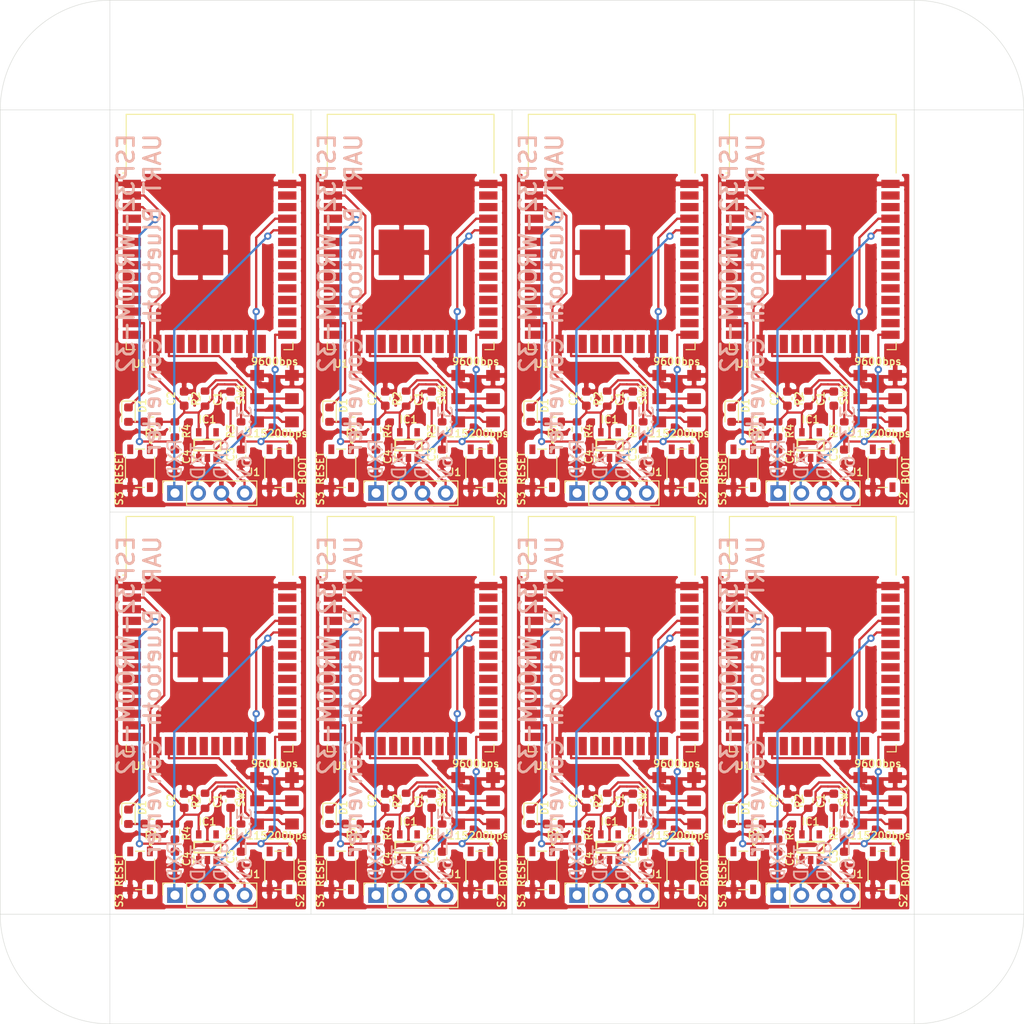
<source format=kicad_pcb>
(kicad_pcb (version 20171130) (host pcbnew "(5.1.7)-1")
  (layers (0 F.Cu signal) (31 B.Cu signal) (34 B.Paste user) (35 F.Paste user) (36 B.SilkS user) (37 F.SilkS user) (38 B.Mask user) (39 F.Mask user) (44 Edge.Cuts user))
  (net 0 "")
  (net 1 GND)
  (net 2 +5V)
  (net 3 +3V3)
  (net 4 BOOT)
  (net 5 RESET)
  (net 6 "Net-(D1-Pad2)")
  (net 7 LED)
  (net 8 "Net-(IC1-Pad4)")
  (net 9 TXD)
  (net 10 RXD)
  (net 11 "Net-(R2-Pad2)")
  (net 12 "Net-(S2-Pad2)")
  (net 13 "Net-(S2-Pad3)")
  (net 14 "Net-(S3-Pad2)")
  (net 15 "Net-(S3-Pad3)")
  (net 16 MODE)
  (net 17 "Net-(U1-Pad37)")
  (net 18 "Net-(U1-Pad36)")
  (net 19 "Net-(U1-Pad33)")
  (net 20 "Net-(U1-Pad32)")
  (net 21 "Net-(U1-Pad31)")
  (net 22 "Net-(U1-Pad30)")
  (net 23 "Net-(U1-Pad29)")
  (net 24 "Net-(U1-Pad28)")
  (net 25 "Net-(U1-Pad27)")
  (net 26 "Net-(U1-Pad26)")
  (net 27 "Net-(U1-Pad24)")
  (net 28 "Net-(U1-Pad22)")
  (net 29 "Net-(U1-Pad21)")
  (net 30 "Net-(U1-Pad20)")
  (net 31 "Net-(U1-Pad19)")
  (net 32 "Net-(U1-Pad18)")
  (net 33 "Net-(U1-Pad17)")
  (net 34 "Net-(U1-Pad14)")
  (net 35 "Net-(U1-Pad12)")
  (net 36 "Net-(U1-Pad11)")
  (net 37 "Net-(U1-Pad10)")
  (net 38 "Net-(U1-Pad9)")
  (net 39 "Net-(U1-Pad8)")
  (net 40 "Net-(U1-Pad7)")
  (net 41 "Net-(U1-Pad6)")
  (net 42 "Net-(U1-Pad5)")
  (net 43 "Net-(U1-Pad4)")
  (module RF_Module:ESP32-WROOM-32 (layer F.Cu) (at 113.104 108.15)
    (fp_text reference U1 (at -7.604 11.43 180) (layer F.SilkS) (effects (font (size 0.8 0.8))))
    (fp_text value ESP32-WROOM-32)
    (pad 39 smd rect (at -1 -0.755) (size 5 5) (layers F.Cu F.Paste F.Mask) (net 1 GND))
    (pad 1 smd rect (at -8.5 -8.255) (size 2 0.9) (layers F.Cu F.Paste F.Mask) (net 1 GND))
    (pad 2 smd rect (at -8.5 -6.985) (size 2 0.9) (layers F.Cu F.Paste F.Mask) (net 3 +3V3))
    (pad 3 smd rect (at -8.5 -5.715) (size 2 0.9) (layers F.Cu F.Paste F.Mask) (net 5 RESET))
    (pad 4 smd rect (at -8.5 -4.445) (size 2 0.9) (layers F.Cu F.Paste F.Mask) (net 43 "Net-(U1-Pad4)"))
    (pad 5 smd rect (at -8.5 -3.175) (size 2 0.9) (layers F.Cu F.Paste F.Mask) (net 42 "Net-(U1-Pad5)"))
    (pad 6 smd rect (at -8.5 -1.905) (size 2 0.9) (layers F.Cu F.Paste F.Mask) (net 41 "Net-(U1-Pad6)"))
    (pad 7 smd rect (at -8.5 -0.635) (size 2 0.9) (layers F.Cu F.Paste F.Mask) (net 40 "Net-(U1-Pad7)"))
    (pad 8 smd rect (at -8.5 0.635) (size 2 0.9) (layers F.Cu F.Paste F.Mask) (net 39 "Net-(U1-Pad8)"))
    (pad 9 smd rect (at -8.5 1.905) (size 2 0.9) (layers F.Cu F.Paste F.Mask) (net 38 "Net-(U1-Pad9)"))
    (pad 10 smd rect (at -8.5 3.175) (size 2 0.9) (layers F.Cu F.Paste F.Mask) (net 37 "Net-(U1-Pad10)"))
    (pad 11 smd rect (at -8.5 4.445) (size 2 0.9) (layers F.Cu F.Paste F.Mask) (net 36 "Net-(U1-Pad11)"))
    (pad 12 smd rect (at -8.5 5.715) (size 2 0.9) (layers F.Cu F.Paste F.Mask) (net 35 "Net-(U1-Pad12)"))
    (pad 13 smd rect (at -8.5 6.985) (size 2 0.9) (layers F.Cu F.Paste F.Mask) (net 7 LED))
    (pad 14 smd rect (at -8.5 8.255) (size 2 0.9) (layers F.Cu F.Paste F.Mask) (net 34 "Net-(U1-Pad14)"))
    (pad 15 smd rect (at -5.715 9.255 90) (size 2 0.9) (layers F.Cu F.Paste F.Mask) (net 1 GND))
    (pad 16 smd rect (at -4.445 9.255 90) (size 2 0.9) (layers F.Cu F.Paste F.Mask) (net 16 MODE))
    (pad 17 smd rect (at -3.175 9.255 90) (size 2 0.9) (layers F.Cu F.Paste F.Mask) (net 33 "Net-(U1-Pad17)"))
    (pad 18 smd rect (at -1.905 9.255 90) (size 2 0.9) (layers F.Cu F.Paste F.Mask) (net 32 "Net-(U1-Pad18)"))
    (pad 19 smd rect (at -0.635 9.255 90) (size 2 0.9) (layers F.Cu F.Paste F.Mask) (net 31 "Net-(U1-Pad19)"))
    (pad 20 smd rect (at 0.635 9.255 90) (size 2 0.9) (layers F.Cu F.Paste F.Mask) (net 30 "Net-(U1-Pad20)"))
    (pad 21 smd rect (at 1.905 9.255 90) (size 2 0.9) (layers F.Cu F.Paste F.Mask) (net 29 "Net-(U1-Pad21)"))
    (pad 22 smd rect (at 3.175 9.255 90) (size 2 0.9) (layers F.Cu F.Paste F.Mask) (net 28 "Net-(U1-Pad22)"))
    (pad 23 smd rect (at 4.445 9.255 90) (size 2 0.9) (layers F.Cu F.Paste F.Mask) (net 1 GND))
    (pad 24 smd rect (at 5.715 9.255 90) (size 2 0.9) (layers F.Cu F.Paste F.Mask) (net 27 "Net-(U1-Pad24)"))
    (pad 25 smd rect (at 8.5 8.255) (size 2 0.9) (layers F.Cu F.Paste F.Mask) (net 4 BOOT))
    (pad 26 smd rect (at 8.5 6.985) (size 2 0.9) (layers F.Cu F.Paste F.Mask) (net 26 "Net-(U1-Pad26)"))
    (pad 27 smd rect (at 8.5 5.715) (size 2 0.9) (layers F.Cu F.Paste F.Mask) (net 25 "Net-(U1-Pad27)"))
    (pad 28 smd rect (at 8.5 4.445) (size 2 0.9) (layers F.Cu F.Paste F.Mask) (net 24 "Net-(U1-Pad28)"))
    (pad 29 smd rect (at 8.5 3.175) (size 2 0.9) (layers F.Cu F.Paste F.Mask) (net 23 "Net-(U1-Pad29)"))
    (pad 30 smd rect (at 8.5 1.905) (size 2 0.9) (layers F.Cu F.Paste F.Mask) (net 22 "Net-(U1-Pad30)"))
    (pad 31 smd rect (at 8.5 0.635) (size 2 0.9) (layers F.Cu F.Paste F.Mask) (net 21 "Net-(U1-Pad31)"))
    (pad 32 smd rect (at 8.5 -0.635) (size 2 0.9) (layers F.Cu F.Paste F.Mask) (net 20 "Net-(U1-Pad32)"))
    (pad 33 smd rect (at 8.5 -1.905) (size 2 0.9) (layers F.Cu F.Paste F.Mask) (net 19 "Net-(U1-Pad33)"))
    (pad 34 smd rect (at 8.5 -3.175) (size 2 0.9) (layers F.Cu F.Paste F.Mask) (net 10 RXD))
    (pad 35 smd rect (at 8.5 -4.445) (size 2 0.9) (layers F.Cu F.Paste F.Mask) (net 9 TXD))
    (pad 36 smd rect (at 8.5 -5.715) (size 2 0.9) (layers F.Cu F.Paste F.Mask) (net 18 "Net-(U1-Pad36)"))
    (pad 37 smd rect (at 8.5 -6.985) (size 2 0.9) (layers F.Cu F.Paste F.Mask) (net 17 "Net-(U1-Pad37)"))
    (pad 38 smd rect (at 8.5 -8.255) (size 2 0.9) (layers F.Cu F.Paste F.Mask) (net 1 GND))
  )
  (module SSSS213202:SSSS213202 (layer F.Cu) (at 181.768 123.39 90)
    (fp_text reference SW1 (at 0.508 0.762 90) (layer F.SilkS) (effects (font (size 0.8 0.8))))
    (fp_text value SSSS213202)
    (pad 1 smd rect (at -2.54 2.54 90) (size 1.2 1.5) (layers F.Cu F.Paste F.Mask) (net 11 "Net-(R2-Pad2)"))
    (pad 1 smd rect (at -2.54 6.35 90) (size 1.2 1.5) (layers F.Cu F.Paste F.Mask) (net 11 "Net-(R2-Pad2)"))
    (pad 2 smd rect (at 0 6.35 90) (size 1.2 1.5) (layers F.Cu F.Paste F.Mask) (net 16 MODE))
    (pad 2 smd rect (at 0 2.54 90) (size 1.2 1.5) (layers F.Cu F.Paste F.Mask) (net 16 MODE))
    (pad 3 smd rect (at 2.54 2.54 90) (size 1.2 1.5) (layers F.Cu F.Paste F.Mask) (net 1 GND))
    (pad 3 smd rect (at 2.54 6.35 90) (size 1.2 1.5) (layers F.Cu F.Paste F.Mask) (net 1 GND))
  )
  (module SSSS213202:SSSS213202 (layer F.Cu) (at 159.768 123.39 90)
    (fp_text reference SW1 (at 0.508 0.762 90) (layer F.SilkS) (effects (font (size 0.8 0.8))))
    (fp_text value SSSS213202)
    (pad 1 smd rect (at -2.54 2.54 90) (size 1.2 1.5) (layers F.Cu F.Paste F.Mask) (net 11 "Net-(R2-Pad2)"))
    (pad 1 smd rect (at -2.54 6.35 90) (size 1.2 1.5) (layers F.Cu F.Paste F.Mask) (net 11 "Net-(R2-Pad2)"))
    (pad 2 smd rect (at 0 6.35 90) (size 1.2 1.5) (layers F.Cu F.Paste F.Mask) (net 16 MODE))
    (pad 2 smd rect (at 0 2.54 90) (size 1.2 1.5) (layers F.Cu F.Paste F.Mask) (net 16 MODE))
    (pad 3 smd rect (at 2.54 2.54 90) (size 1.2 1.5) (layers F.Cu F.Paste F.Mask) (net 1 GND))
    (pad 3 smd rect (at 2.54 6.35 90) (size 1.2 1.5) (layers F.Cu F.Paste F.Mask) (net 1 GND))
  )
  (module SSSS213202:SSSS213202 (layer F.Cu) (at 137.768 123.39 90)
    (fp_text reference SW1 (at 0.508 0.762 90) (layer F.SilkS) (effects (font (size 0.8 0.8))))
    (fp_text value SSSS213202)
    (pad 1 smd rect (at -2.54 2.54 90) (size 1.2 1.5) (layers F.Cu F.Paste F.Mask) (net 11 "Net-(R2-Pad2)"))
    (pad 1 smd rect (at -2.54 6.35 90) (size 1.2 1.5) (layers F.Cu F.Paste F.Mask) (net 11 "Net-(R2-Pad2)"))
    (pad 2 smd rect (at 0 6.35 90) (size 1.2 1.5) (layers F.Cu F.Paste F.Mask) (net 16 MODE))
    (pad 2 smd rect (at 0 2.54 90) (size 1.2 1.5) (layers F.Cu F.Paste F.Mask) (net 16 MODE))
    (pad 3 smd rect (at 2.54 2.54 90) (size 1.2 1.5) (layers F.Cu F.Paste F.Mask) (net 1 GND))
    (pad 3 smd rect (at 2.54 6.35 90) (size 1.2 1.5) (layers F.Cu F.Paste F.Mask) (net 1 GND))
  )
  (module SSSS213202:SSSS213202 (layer F.Cu) (at 115.768 123.39 90)
    (fp_text reference SW1 (at 0.508 0.762 90) (layer F.SilkS) (effects (font (size 0.8 0.8))))
    (fp_text value SSSS213202)
    (pad 1 smd rect (at -2.54 2.54 90) (size 1.2 1.5) (layers F.Cu F.Paste F.Mask) (net 11 "Net-(R2-Pad2)"))
    (pad 1 smd rect (at -2.54 6.35 90) (size 1.2 1.5) (layers F.Cu F.Paste F.Mask) (net 11 "Net-(R2-Pad2)"))
    (pad 2 smd rect (at 0 6.35 90) (size 1.2 1.5) (layers F.Cu F.Paste F.Mask) (net 16 MODE))
    (pad 2 smd rect (at 0 2.54 90) (size 1.2 1.5) (layers F.Cu F.Paste F.Mask) (net 16 MODE))
    (pad 3 smd rect (at 2.54 2.54 90) (size 1.2 1.5) (layers F.Cu F.Paste F.Mask) (net 1 GND))
    (pad 3 smd rect (at 2.54 6.35 90) (size 1.2 1.5) (layers F.Cu F.Paste F.Mask) (net 1 GND))
  )
  (module SSSS213202:SSSS213202 (layer F.Cu) (at 181.768 79.39 90)
    (fp_text reference SW1 (at 0.508 0.762 90) (layer F.SilkS) (effects (font (size 0.8 0.8))))
    (fp_text value SSSS213202)
    (pad 1 smd rect (at -2.54 2.54 90) (size 1.2 1.5) (layers F.Cu F.Paste F.Mask) (net 11 "Net-(R2-Pad2)"))
    (pad 1 smd rect (at -2.54 6.35 90) (size 1.2 1.5) (layers F.Cu F.Paste F.Mask) (net 11 "Net-(R2-Pad2)"))
    (pad 2 smd rect (at 0 6.35 90) (size 1.2 1.5) (layers F.Cu F.Paste F.Mask) (net 16 MODE))
    (pad 2 smd rect (at 0 2.54 90) (size 1.2 1.5) (layers F.Cu F.Paste F.Mask) (net 16 MODE))
    (pad 3 smd rect (at 2.54 2.54 90) (size 1.2 1.5) (layers F.Cu F.Paste F.Mask) (net 1 GND))
    (pad 3 smd rect (at 2.54 6.35 90) (size 1.2 1.5) (layers F.Cu F.Paste F.Mask) (net 1 GND))
  )
  (module SSSS213202:SSSS213202 (layer F.Cu) (at 159.768 79.39 90)
    (fp_text reference SW1 (at 0.508 0.762 90) (layer F.SilkS) (effects (font (size 0.8 0.8))))
    (fp_text value SSSS213202)
    (pad 1 smd rect (at -2.54 2.54 90) (size 1.2 1.5) (layers F.Cu F.Paste F.Mask) (net 11 "Net-(R2-Pad2)"))
    (pad 1 smd rect (at -2.54 6.35 90) (size 1.2 1.5) (layers F.Cu F.Paste F.Mask) (net 11 "Net-(R2-Pad2)"))
    (pad 2 smd rect (at 0 6.35 90) (size 1.2 1.5) (layers F.Cu F.Paste F.Mask) (net 16 MODE))
    (pad 2 smd rect (at 0 2.54 90) (size 1.2 1.5) (layers F.Cu F.Paste F.Mask) (net 16 MODE))
    (pad 3 smd rect (at 2.54 2.54 90) (size 1.2 1.5) (layers F.Cu F.Paste F.Mask) (net 1 GND))
    (pad 3 smd rect (at 2.54 6.35 90) (size 1.2 1.5) (layers F.Cu F.Paste F.Mask) (net 1 GND))
  )
  (module SSSS213202:SSSS213202 (layer F.Cu) (at 137.768 79.39 90)
    (fp_text reference SW1 (at 0.508 0.762 90) (layer F.SilkS) (effects (font (size 0.8 0.8))))
    (fp_text value SSSS213202)
    (pad 1 smd rect (at -2.54 2.54 90) (size 1.2 1.5) (layers F.Cu F.Paste F.Mask) (net 11 "Net-(R2-Pad2)"))
    (pad 1 smd rect (at -2.54 6.35 90) (size 1.2 1.5) (layers F.Cu F.Paste F.Mask) (net 11 "Net-(R2-Pad2)"))
    (pad 2 smd rect (at 0 6.35 90) (size 1.2 1.5) (layers F.Cu F.Paste F.Mask) (net 16 MODE))
    (pad 2 smd rect (at 0 2.54 90) (size 1.2 1.5) (layers F.Cu F.Paste F.Mask) (net 16 MODE))
    (pad 3 smd rect (at 2.54 2.54 90) (size 1.2 1.5) (layers F.Cu F.Paste F.Mask) (net 1 GND))
    (pad 3 smd rect (at 2.54 6.35 90) (size 1.2 1.5) (layers F.Cu F.Paste F.Mask) (net 1 GND))
  )
  (module Resistor_SMD:R_0603_1608Metric (layer F.Cu) (at 172.77 125.93)
    (fp_text reference R1 (at 0 1.27) (layer F.SilkS) (effects (font (size 0.8 0.8))))
    (fp_text value 100)
    (pad 1 smd roundrect (at -0.825 0) (size 0.8 0.95) (layers F.Cu F.Paste F.Mask) (net 6 "Net-(D1-Pad2)"))
    (pad 2 smd roundrect (at 0.825 0) (size 0.8 0.95) (layers F.Cu F.Paste F.Mask) (net 3 +3V3))
  )
  (module Resistor_SMD:R_0603_1608Metric (layer F.Cu) (at 150.77 125.93)
    (fp_text reference R1 (at 0 1.27) (layer F.SilkS) (effects (font (size 0.8 0.8))))
    (fp_text value 100)
    (pad 1 smd roundrect (at -0.825 0) (size 0.8 0.95) (layers F.Cu F.Paste F.Mask) (net 6 "Net-(D1-Pad2)"))
    (pad 2 smd roundrect (at 0.825 0) (size 0.8 0.95) (layers F.Cu F.Paste F.Mask) (net 3 +3V3))
  )
  (module Resistor_SMD:R_0603_1608Metric (layer F.Cu) (at 128.77 125.93)
    (fp_text reference R1 (at 0 1.27) (layer F.SilkS) (effects (font (size 0.8 0.8))))
    (fp_text value 100)
    (pad 1 smd roundrect (at -0.825 0) (size 0.8 0.95) (layers F.Cu F.Paste F.Mask) (net 6 "Net-(D1-Pad2)"))
    (pad 2 smd roundrect (at 0.825 0) (size 0.8 0.95) (layers F.Cu F.Paste F.Mask) (net 3 +3V3))
  )
  (module Resistor_SMD:R_0603_1608Metric (layer F.Cu) (at 106.77 125.93)
    (fp_text reference R1 (at 0 1.27) (layer F.SilkS) (effects (font (size 0.8 0.8))))
    (fp_text value 100)
    (pad 1 smd roundrect (at -0.825 0) (size 0.8 0.95) (layers F.Cu F.Paste F.Mask) (net 6 "Net-(D1-Pad2)"))
    (pad 2 smd roundrect (at 0.825 0) (size 0.8 0.95) (layers F.Cu F.Paste F.Mask) (net 3 +3V3))
  )
  (module Resistor_SMD:R_0603_1608Metric (layer F.Cu) (at 172.77 81.93)
    (fp_text reference R1 (at 0 1.27) (layer F.SilkS) (effects (font (size 0.8 0.8))))
    (fp_text value 100)
    (pad 1 smd roundrect (at -0.825 0) (size 0.8 0.95) (layers F.Cu F.Paste F.Mask) (net 6 "Net-(D1-Pad2)"))
    (pad 2 smd roundrect (at 0.825 0) (size 0.8 0.95) (layers F.Cu F.Paste F.Mask) (net 3 +3V3))
  )
  (module Resistor_SMD:R_0603_1608Metric (layer F.Cu) (at 150.77 81.93)
    (fp_text reference R1 (at 0 1.27) (layer F.SilkS) (effects (font (size 0.8 0.8))))
    (fp_text value 100)
    (pad 1 smd roundrect (at -0.825 0) (size 0.8 0.95) (layers F.Cu F.Paste F.Mask) (net 6 "Net-(D1-Pad2)"))
    (pad 2 smd roundrect (at 0.825 0) (size 0.8 0.95) (layers F.Cu F.Paste F.Mask) (net 3 +3V3))
  )
  (module Resistor_SMD:R_0603_1608Metric (layer F.Cu) (at 128.77 81.93)
    (fp_text reference R1 (at 0 1.27) (layer F.SilkS) (effects (font (size 0.8 0.8))))
    (fp_text value 100)
    (pad 1 smd roundrect (at -0.825 0) (size 0.8 0.95) (layers F.Cu F.Paste F.Mask) (net 6 "Net-(D1-Pad2)"))
    (pad 2 smd roundrect (at 0.825 0) (size 0.8 0.95) (layers F.Cu F.Paste F.Mask) (net 3 +3V3))
  )
  (module LED_SMD:LED_0603_1608Metric (layer F.Cu) (at 170.23 125.1425 270)
    (fp_text reference D1 (at -0.9905 -1.524 90) (layer F.SilkS) (effects (font (size 0.8 0.8))))
    (fp_text value OSR50603C1E)
    (pad 1 smd roundrect (at -0.7875 0 270) (size 0.875 0.95) (layers F.Cu F.Paste F.Mask) (net 7 LED))
    (pad 2 smd roundrect (at 0.7875 0 270) (size 0.875 0.95) (layers F.Cu F.Paste F.Mask) (net 6 "Net-(D1-Pad2)"))
  )
  (module LED_SMD:LED_0603_1608Metric (layer F.Cu) (at 148.23 125.1425 270)
    (fp_text reference D1 (at -0.9905 -1.524 90) (layer F.SilkS) (effects (font (size 0.8 0.8))))
    (fp_text value OSR50603C1E)
    (pad 1 smd roundrect (at -0.7875 0 270) (size 0.875 0.95) (layers F.Cu F.Paste F.Mask) (net 7 LED))
    (pad 2 smd roundrect (at 0.7875 0 270) (size 0.875 0.95) (layers F.Cu F.Paste F.Mask) (net 6 "Net-(D1-Pad2)"))
  )
  (module LED_SMD:LED_0603_1608Metric (layer F.Cu) (at 126.23 125.1425 270)
    (fp_text reference D1 (at -0.9905 -1.524 90) (layer F.SilkS) (effects (font (size 0.8 0.8))))
    (fp_text value OSR50603C1E)
    (pad 1 smd roundrect (at -0.7875 0 270) (size 0.875 0.95) (layers F.Cu F.Paste F.Mask) (net 7 LED))
    (pad 2 smd roundrect (at 0.7875 0 270) (size 0.875 0.95) (layers F.Cu F.Paste F.Mask) (net 6 "Net-(D1-Pad2)"))
  )
  (module LED_SMD:LED_0603_1608Metric (layer F.Cu) (at 104.23 125.1425 270)
    (fp_text reference D1 (at -0.9905 -1.524 90) (layer F.SilkS) (effects (font (size 0.8 0.8))))
    (fp_text value OSR50603C1E)
    (pad 1 smd roundrect (at -0.7875 0 270) (size 0.875 0.95) (layers F.Cu F.Paste F.Mask) (net 7 LED))
    (pad 2 smd roundrect (at 0.7875 0 270) (size 0.875 0.95) (layers F.Cu F.Paste F.Mask) (net 6 "Net-(D1-Pad2)"))
  )
  (module LED_SMD:LED_0603_1608Metric (layer F.Cu) (at 170.23 81.1425 270)
    (fp_text reference D1 (at -0.9905 -1.524 90) (layer F.SilkS) (effects (font (size 0.8 0.8))))
    (fp_text value OSR50603C1E)
    (pad 1 smd roundrect (at -0.7875 0 270) (size 0.875 0.95) (layers F.Cu F.Paste F.Mask) (net 7 LED))
    (pad 2 smd roundrect (at 0.7875 0 270) (size 0.875 0.95) (layers F.Cu F.Paste F.Mask) (net 6 "Net-(D1-Pad2)"))
  )
  (module LED_SMD:LED_0603_1608Metric (layer F.Cu) (at 148.23 81.1425 270)
    (fp_text reference D1 (at -0.9905 -1.524 90) (layer F.SilkS) (effects (font (size 0.8 0.8))))
    (fp_text value OSR50603C1E)
    (pad 1 smd roundrect (at -0.7875 0 270) (size 0.875 0.95) (layers F.Cu F.Paste F.Mask) (net 7 LED))
    (pad 2 smd roundrect (at 0.7875 0 270) (size 0.875 0.95) (layers F.Cu F.Paste F.Mask) (net 6 "Net-(D1-Pad2)"))
  )
  (module LED_SMD:LED_0603_1608Metric (layer F.Cu) (at 126.23 81.1425 270)
    (fp_text reference D1 (at -0.9905 -1.524 90) (layer F.SilkS) (effects (font (size 0.8 0.8))))
    (fp_text value OSR50603C1E)
    (pad 1 smd roundrect (at -0.7875 0 270) (size 0.875 0.95) (layers F.Cu F.Paste F.Mask) (net 7 LED))
    (pad 2 smd roundrect (at 0.7875 0 270) (size 0.875 0.95) (layers F.Cu F.Paste F.Mask) (net 6 "Net-(D1-Pad2)"))
  )
  (module Capacitor_SMD:C_0603_1608Metric (layer F.Cu) (at 181.406 123.39 90)
    (fp_text reference C1 (at 0 -1.43 90) (layer F.SilkS) (effects (font (size 0.8 0.8))))
    (fp_text value 0.1u)
    (pad 2 smd roundrect (at 0.775 0 90) (size 0.9 0.95) (layers F.Cu F.Paste F.Mask) (net 1 GND))
    (pad 1 smd roundrect (at -0.775 0 90) (size 0.9 0.95) (layers F.Cu F.Paste F.Mask) (net 2 +5V))
  )
  (module Capacitor_SMD:C_0603_1608Metric (layer F.Cu) (at 159.406 123.39 90)
    (fp_text reference C1 (at 0 -1.43 90) (layer F.SilkS) (effects (font (size 0.8 0.8))))
    (fp_text value 0.1u)
    (pad 2 smd roundrect (at 0.775 0 90) (size 0.9 0.95) (layers F.Cu F.Paste F.Mask) (net 1 GND))
    (pad 1 smd roundrect (at -0.775 0 90) (size 0.9 0.95) (layers F.Cu F.Paste F.Mask) (net 2 +5V))
  )
  (module Capacitor_SMD:C_0603_1608Metric (layer F.Cu) (at 137.406 123.39 90)
    (fp_text reference C1 (at 0 -1.43 90) (layer F.SilkS) (effects (font (size 0.8 0.8))))
    (fp_text value 0.1u)
    (pad 2 smd roundrect (at 0.775 0 90) (size 0.9 0.95) (layers F.Cu F.Paste F.Mask) (net 1 GND))
    (pad 1 smd roundrect (at -0.775 0 90) (size 0.9 0.95) (layers F.Cu F.Paste F.Mask) (net 2 +5V))
  )
  (module Capacitor_SMD:C_0603_1608Metric (layer F.Cu) (at 115.406 123.39 90)
    (fp_text reference C1 (at 0 -1.43 90) (layer F.SilkS) (effects (font (size 0.8 0.8))))
    (fp_text value 0.1u)
    (pad 2 smd roundrect (at 0.775 0 90) (size 0.9 0.95) (layers F.Cu F.Paste F.Mask) (net 1 GND))
    (pad 1 smd roundrect (at -0.775 0 90) (size 0.9 0.95) (layers F.Cu F.Paste F.Mask) (net 2 +5V))
  )
  (module Capacitor_SMD:C_0603_1608Metric (layer F.Cu) (at 181.406 79.39 90)
    (fp_text reference C1 (at 0 -1.43 90) (layer F.SilkS) (effects (font (size 0.8 0.8))))
    (fp_text value 0.1u)
    (pad 2 smd roundrect (at 0.775 0 90) (size 0.9 0.95) (layers F.Cu F.Paste F.Mask) (net 1 GND))
    (pad 1 smd roundrect (at -0.775 0 90) (size 0.9 0.95) (layers F.Cu F.Paste F.Mask) (net 2 +5V))
  )
  (module Capacitor_SMD:C_0603_1608Metric (layer F.Cu) (at 159.406 79.39 90)
    (fp_text reference C1 (at 0 -1.43 90) (layer F.SilkS) (effects (font (size 0.8 0.8))))
    (fp_text value 0.1u)
    (pad 2 smd roundrect (at 0.775 0 90) (size 0.9 0.95) (layers F.Cu F.Paste F.Mask) (net 1 GND))
    (pad 1 smd roundrect (at -0.775 0 90) (size 0.9 0.95) (layers F.Cu F.Paste F.Mask) (net 2 +5V))
  )
  (module Capacitor_SMD:C_0603_1608Metric (layer F.Cu) (at 137.406 79.39 90)
    (fp_text reference C1 (at 0 -1.43 90) (layer F.SilkS) (effects (font (size 0.8 0.8))))
    (fp_text value 0.1u)
    (pad 2 smd roundrect (at 0.775 0 90) (size 0.9 0.95) (layers F.Cu F.Paste F.Mask) (net 1 GND))
    (pad 1 smd roundrect (at -0.775 0 90) (size 0.9 0.95) (layers F.Cu F.Paste F.Mask) (net 2 +5V))
  )
  (module Capacitor_SMD:C_0603_1608Metric (layer F.Cu) (at 182.55 129.74 270)
    (fp_text reference C3 (at -0.254 1.144 90) (layer F.SilkS) (effects (font (size 0.8 0.8))))
    (fp_text value "0.1u(NC)")
    (pad 1 smd roundrect (at -0.775 0 270) (size 0.9 0.95) (layers F.Cu F.Paste F.Mask) (net 4 BOOT))
    (pad 2 smd roundrect (at 0.775 0 270) (size 0.9 0.95) (layers F.Cu F.Paste F.Mask) (net 1 GND))
  )
  (module Capacitor_SMD:C_0603_1608Metric (layer F.Cu) (at 160.55 129.74 270)
    (fp_text reference C3 (at -0.254 1.144 90) (layer F.SilkS) (effects (font (size 0.8 0.8))))
    (fp_text value "0.1u(NC)")
    (pad 1 smd roundrect (at -0.775 0 270) (size 0.9 0.95) (layers F.Cu F.Paste F.Mask) (net 4 BOOT))
    (pad 2 smd roundrect (at 0.775 0 270) (size 0.9 0.95) (layers F.Cu F.Paste F.Mask) (net 1 GND))
  )
  (module Capacitor_SMD:C_0603_1608Metric (layer F.Cu) (at 138.55 129.74 270)
    (fp_text reference C3 (at -0.254 1.144 90) (layer F.SilkS) (effects (font (size 0.8 0.8))))
    (fp_text value "0.1u(NC)")
    (pad 1 smd roundrect (at -0.775 0 270) (size 0.9 0.95) (layers F.Cu F.Paste F.Mask) (net 4 BOOT))
    (pad 2 smd roundrect (at 0.775 0 270) (size 0.9 0.95) (layers F.Cu F.Paste F.Mask) (net 1 GND))
  )
  (module Capacitor_SMD:C_0603_1608Metric (layer F.Cu) (at 116.55 129.74 270)
    (fp_text reference C3 (at -0.254 1.144 90) (layer F.SilkS) (effects (font (size 0.8 0.8))))
    (fp_text value "0.1u(NC)")
    (pad 1 smd roundrect (at -0.775 0 270) (size 0.9 0.95) (layers F.Cu F.Paste F.Mask) (net 4 BOOT))
    (pad 2 smd roundrect (at 0.775 0 270) (size 0.9 0.95) (layers F.Cu F.Paste F.Mask) (net 1 GND))
  )
  (module Capacitor_SMD:C_0603_1608Metric (layer F.Cu) (at 182.55 85.74 270)
    (fp_text reference C3 (at -0.254 1.144 90) (layer F.SilkS) (effects (font (size 0.8 0.8))))
    (fp_text value "0.1u(NC)")
    (pad 1 smd roundrect (at -0.775 0 270) (size 0.9 0.95) (layers F.Cu F.Paste F.Mask) (net 4 BOOT))
    (pad 2 smd roundrect (at 0.775 0 270) (size 0.9 0.95) (layers F.Cu F.Paste F.Mask) (net 1 GND))
  )
  (module Capacitor_SMD:C_0603_1608Metric (layer F.Cu) (at 160.55 85.74 270)
    (fp_text reference C3 (at -0.254 1.144 90) (layer F.SilkS) (effects (font (size 0.8 0.8))))
    (fp_text value "0.1u(NC)")
    (pad 1 smd roundrect (at -0.775 0 270) (size 0.9 0.95) (layers F.Cu F.Paste F.Mask) (net 4 BOOT))
    (pad 2 smd roundrect (at 0.775 0 270) (size 0.9 0.95) (layers F.Cu F.Paste F.Mask) (net 1 GND))
  )
  (module Capacitor_SMD:C_0603_1608Metric (layer F.Cu) (at 138.55 85.74 270)
    (fp_text reference C3 (at -0.254 1.144 90) (layer F.SilkS) (effects (font (size 0.8 0.8))))
    (fp_text value "0.1u(NC)")
    (pad 1 smd roundrect (at -0.775 0 270) (size 0.9 0.95) (layers F.Cu F.Paste F.Mask) (net 4 BOOT))
    (pad 2 smd roundrect (at 0.775 0 270) (size 0.9 0.95) (layers F.Cu F.Paste F.Mask) (net 1 GND))
  )
  (module Capacitor_SMD:C_0603_1608Metric (layer F.Cu) (at 175.31 129.74 270)
    (fp_text reference C4 (at 0 -1.27 90) (layer F.SilkS) (effects (font (size 0.8 0.8))))
    (fp_text value 0.1u)
    (pad 1 smd roundrect (at -0.775 0 270) (size 0.9 0.95) (layers F.Cu F.Paste F.Mask) (net 5 RESET))
    (pad 2 smd roundrect (at 0.775 0 270) (size 0.9 0.95) (layers F.Cu F.Paste F.Mask) (net 1 GND))
  )
  (module Capacitor_SMD:C_0603_1608Metric (layer F.Cu) (at 153.31 129.74 270)
    (fp_text reference C4 (at 0 -1.27 90) (layer F.SilkS) (effects (font (size 0.8 0.8))))
    (fp_text value 0.1u)
    (pad 1 smd roundrect (at -0.775 0 270) (size 0.9 0.95) (layers F.Cu F.Paste F.Mask) (net 5 RESET))
    (pad 2 smd roundrect (at 0.775 0 270) (size 0.9 0.95) (layers F.Cu F.Paste F.Mask) (net 1 GND))
  )
  (module Capacitor_SMD:C_0603_1608Metric (layer F.Cu) (at 131.31 129.74 270)
    (fp_text reference C4 (at 0 -1.27 90) (layer F.SilkS) (effects (font (size 0.8 0.8))))
    (fp_text value 0.1u)
    (pad 1 smd roundrect (at -0.775 0 270) (size 0.9 0.95) (layers F.Cu F.Paste F.Mask) (net 5 RESET))
    (pad 2 smd roundrect (at 0.775 0 270) (size 0.9 0.95) (layers F.Cu F.Paste F.Mask) (net 1 GND))
  )
  (module Capacitor_SMD:C_0603_1608Metric (layer F.Cu) (at 109.31 129.74 270)
    (fp_text reference C4 (at 0 -1.27 90) (layer F.SilkS) (effects (font (size 0.8 0.8))))
    (fp_text value 0.1u)
    (pad 1 smd roundrect (at -0.775 0 270) (size 0.9 0.95) (layers F.Cu F.Paste F.Mask) (net 5 RESET))
    (pad 2 smd roundrect (at 0.775 0 270) (size 0.9 0.95) (layers F.Cu F.Paste F.Mask) (net 1 GND))
  )
  (module Capacitor_SMD:C_0603_1608Metric (layer F.Cu) (at 175.31 85.74 270)
    (fp_text reference C4 (at 0 -1.27 90) (layer F.SilkS) (effects (font (size 0.8 0.8))))
    (fp_text value 0.1u)
    (pad 1 smd roundrect (at -0.775 0 270) (size 0.9 0.95) (layers F.Cu F.Paste F.Mask) (net 5 RESET))
    (pad 2 smd roundrect (at 0.775 0 270) (size 0.9 0.95) (layers F.Cu F.Paste F.Mask) (net 1 GND))
  )
  (module Capacitor_SMD:C_0603_1608Metric (layer F.Cu) (at 153.31 85.74 270)
    (fp_text reference C4 (at 0 -1.27 90) (layer F.SilkS) (effects (font (size 0.8 0.8))))
    (fp_text value 0.1u)
    (pad 1 smd roundrect (at -0.775 0 270) (size 0.9 0.95) (layers F.Cu F.Paste F.Mask) (net 5 RESET))
    (pad 2 smd roundrect (at 0.775 0 270) (size 0.9 0.95) (layers F.Cu F.Paste F.Mask) (net 1 GND))
  )
  (module Capacitor_SMD:C_0603_1608Metric (layer F.Cu) (at 131.31 85.74 270)
    (fp_text reference C4 (at 0 -1.27 90) (layer F.SilkS) (effects (font (size 0.8 0.8))))
    (fp_text value 0.1u)
    (pad 1 smd roundrect (at -0.775 0 270) (size 0.9 0.95) (layers F.Cu F.Paste F.Mask) (net 5 RESET))
    (pad 2 smd roundrect (at 0.775 0 270) (size 0.9 0.95) (layers F.Cu F.Paste F.Mask) (net 1 GND))
  )
  (module Resistor_SMD:R_0603_1608Metric (layer F.Cu) (at 178.612 123.39 90)
    (fp_text reference R2 (at 0 -1.016 90) (layer F.SilkS) (effects (font (size 0.8 0.8))))
    (fp_text value 10k)
    (pad 1 smd roundrect (at -0.825 0 90) (size 0.8 0.95) (layers F.Cu F.Paste F.Mask) (net 3 +3V3))
    (pad 2 smd roundrect (at 0.825 0 90) (size 0.8 0.95) (layers F.Cu F.Paste F.Mask) (net 11 "Net-(R2-Pad2)"))
  )
  (module Resistor_SMD:R_0603_1608Metric (layer F.Cu) (at 156.612 123.39 90)
    (fp_text reference R2 (at 0 -1.016 90) (layer F.SilkS) (effects (font (size 0.8 0.8))))
    (fp_text value 10k)
    (pad 1 smd roundrect (at -0.825 0 90) (size 0.8 0.95) (layers F.Cu F.Paste F.Mask) (net 3 +3V3))
    (pad 2 smd roundrect (at 0.825 0 90) (size 0.8 0.95) (layers F.Cu F.Paste F.Mask) (net 11 "Net-(R2-Pad2)"))
  )
  (module Resistor_SMD:R_0603_1608Metric (layer F.Cu) (at 134.612 123.39 90)
    (fp_text reference R2 (at 0 -1.016 90) (layer F.SilkS) (effects (font (size 0.8 0.8))))
    (fp_text value 10k)
    (pad 1 smd roundrect (at -0.825 0 90) (size 0.8 0.95) (layers F.Cu F.Paste F.Mask) (net 3 +3V3))
    (pad 2 smd roundrect (at 0.825 0 90) (size 0.8 0.95) (layers F.Cu F.Paste F.Mask) (net 11 "Net-(R2-Pad2)"))
  )
  (module Resistor_SMD:R_0603_1608Metric (layer F.Cu) (at 112.612 123.39 90)
    (fp_text reference R2 (at 0 -1.016 90) (layer F.SilkS) (effects (font (size 0.8 0.8))))
    (fp_text value 10k)
    (pad 1 smd roundrect (at -0.825 0 90) (size 0.8 0.95) (layers F.Cu F.Paste F.Mask) (net 3 +3V3))
    (pad 2 smd roundrect (at 0.825 0 90) (size 0.8 0.95) (layers F.Cu F.Paste F.Mask) (net 11 "Net-(R2-Pad2)"))
  )
  (module Resistor_SMD:R_0603_1608Metric (layer F.Cu) (at 178.612 79.39 90)
    (fp_text reference R2 (at 0 -1.016 90) (layer F.SilkS) (effects (font (size 0.8 0.8))))
    (fp_text value 10k)
    (pad 1 smd roundrect (at -0.825 0 90) (size 0.8 0.95) (layers F.Cu F.Paste F.Mask) (net 3 +3V3))
    (pad 2 smd roundrect (at 0.825 0 90) (size 0.8 0.95) (layers F.Cu F.Paste F.Mask) (net 11 "Net-(R2-Pad2)"))
  )
  (module Resistor_SMD:R_0603_1608Metric (layer F.Cu) (at 156.612 79.39 90)
    (fp_text reference R2 (at 0 -1.016 90) (layer F.SilkS) (effects (font (size 0.8 0.8))))
    (fp_text value 10k)
    (pad 1 smd roundrect (at -0.825 0 90) (size 0.8 0.95) (layers F.Cu F.Paste F.Mask) (net 3 +3V3))
    (pad 2 smd roundrect (at 0.825 0 90) (size 0.8 0.95) (layers F.Cu F.Paste F.Mask) (net 11 "Net-(R2-Pad2)"))
  )
  (module Resistor_SMD:R_0603_1608Metric (layer F.Cu) (at 134.612 79.39 90)
    (fp_text reference R2 (at 0 -1.016 90) (layer F.SilkS) (effects (font (size 0.8 0.8))))
    (fp_text value 10k)
    (pad 1 smd roundrect (at -0.825 0 90) (size 0.8 0.95) (layers F.Cu F.Paste F.Mask) (net 3 +3V3))
    (pad 2 smd roundrect (at 0.825 0 90) (size 0.8 0.95) (layers F.Cu F.Paste F.Mask) (net 11 "Net-(R2-Pad2)"))
  )
  (module Capacitor_SMD:C_0603_1608Metric (layer F.Cu) (at 176.326 123.39 90)
    (fp_text reference C2 (at 0 -1.43 90) (layer F.SilkS) (effects (font (size 0.8 0.8))))
    (fp_text value 1u)
    (pad 1 smd roundrect (at -0.775 0 90) (size 0.9 0.95) (layers F.Cu F.Paste F.Mask) (net 3 +3V3))
    (pad 2 smd roundrect (at 0.775 0 90) (size 0.9 0.95) (layers F.Cu F.Paste F.Mask) (net 1 GND))
  )
  (module Capacitor_SMD:C_0603_1608Metric (layer F.Cu) (at 154.326 123.39 90)
    (fp_text reference C2 (at 0 -1.43 90) (layer F.SilkS) (effects (font (size 0.8 0.8))))
    (fp_text value 1u)
    (pad 1 smd roundrect (at -0.775 0 90) (size 0.9 0.95) (layers F.Cu F.Paste F.Mask) (net 3 +3V3))
    (pad 2 smd roundrect (at 0.775 0 90) (size 0.9 0.95) (layers F.Cu F.Paste F.Mask) (net 1 GND))
  )
  (module Capacitor_SMD:C_0603_1608Metric (layer F.Cu) (at 132.326 123.39 90)
    (fp_text reference C2 (at 0 -1.43 90) (layer F.SilkS) (effects (font (size 0.8 0.8))))
    (fp_text value 1u)
    (pad 1 smd roundrect (at -0.775 0 90) (size 0.9 0.95) (layers F.Cu F.Paste F.Mask) (net 3 +3V3))
    (pad 2 smd roundrect (at 0.775 0 90) (size 0.9 0.95) (layers F.Cu F.Paste F.Mask) (net 1 GND))
  )
  (module Capacitor_SMD:C_0603_1608Metric (layer F.Cu) (at 110.326 123.39 90)
    (fp_text reference C2 (at 0 -1.43 90) (layer F.SilkS) (effects (font (size 0.8 0.8))))
    (fp_text value 1u)
    (pad 1 smd roundrect (at -0.775 0 90) (size 0.9 0.95) (layers F.Cu F.Paste F.Mask) (net 3 +3V3))
    (pad 2 smd roundrect (at 0.775 0 90) (size 0.9 0.95) (layers F.Cu F.Paste F.Mask) (net 1 GND))
  )
  (module Capacitor_SMD:C_0603_1608Metric (layer F.Cu) (at 176.326 79.39 90)
    (fp_text reference C2 (at 0 -1.43 90) (layer F.SilkS) (effects (font (size 0.8 0.8))))
    (fp_text value 1u)
    (pad 1 smd roundrect (at -0.775 0 90) (size 0.9 0.95) (layers F.Cu F.Paste F.Mask) (net 3 +3V3))
    (pad 2 smd roundrect (at 0.775 0 90) (size 0.9 0.95) (layers F.Cu F.Paste F.Mask) (net 1 GND))
  )
  (module Capacitor_SMD:C_0603_1608Metric (layer F.Cu) (at 154.326 79.39 90)
    (fp_text reference C2 (at 0 -1.43 90) (layer F.SilkS) (effects (font (size 0.8 0.8))))
    (fp_text value 1u)
    (pad 1 smd roundrect (at -0.775 0 90) (size 0.9 0.95) (layers F.Cu F.Paste F.Mask) (net 3 +3V3))
    (pad 2 smd roundrect (at 0.775 0 90) (size 0.9 0.95) (layers F.Cu F.Paste F.Mask) (net 1 GND))
  )
  (module Capacitor_SMD:C_0603_1608Metric (layer F.Cu) (at 132.326 79.39 90)
    (fp_text reference C2 (at 0 -1.43 90) (layer F.SilkS) (effects (font (size 0.8 0.8))))
    (fp_text value 1u)
    (pad 1 smd roundrect (at -0.775 0 90) (size 0.9 0.95) (layers F.Cu F.Paste F.Mask) (net 3 +3V3))
    (pad 2 smd roundrect (at 0.775 0 90) (size 0.9 0.95) (layers F.Cu F.Paste F.Mask) (net 1 GND))
  )
  (module NJM12888F33-TE1:SOT95P280X130-5N (layer F.Cu) (at 178.866 128.47 90)
    (fp_text reference IC1 (at 2.794 0 180) (layer F.SilkS) (effects (font (size 0.8 0.8))))
    (fp_text value NJM12888F33-TE1 hide)
    (pad 1 smd rect (at -1.4 -0.95 180) (size 0.6 0.9) (layers F.Cu F.Paste F.Mask) (net 2 +5V))
    (pad 2 smd rect (at -1.4 0 180) (size 0.6 0.9) (layers F.Cu F.Paste F.Mask) (net 1 GND))
    (pad 3 smd rect (at -1.4 0.95 180) (size 0.6 0.9) (layers F.Cu F.Paste F.Mask) (net 2 +5V))
    (pad 4 smd rect (at 1.4 0.95 180) (size 0.6 0.9) (layers F.Cu F.Paste F.Mask) (net 8 "Net-(IC1-Pad4)"))
    (pad 5 smd rect (at 1.4 -0.95 180) (size 0.6 0.9) (layers F.Cu F.Paste F.Mask) (net 3 +3V3))
  )
  (module NJM12888F33-TE1:SOT95P280X130-5N (layer F.Cu) (at 156.866 128.47 90)
    (fp_text reference IC1 (at 2.794 0 180) (layer F.SilkS) (effects (font (size 0.8 0.8))))
    (fp_text value NJM12888F33-TE1 hide)
    (pad 1 smd rect (at -1.4 -0.95 180) (size 0.6 0.9) (layers F.Cu F.Paste F.Mask) (net 2 +5V))
    (pad 2 smd rect (at -1.4 0 180) (size 0.6 0.9) (layers F.Cu F.Paste F.Mask) (net 1 GND))
    (pad 3 smd rect (at -1.4 0.95 180) (size 0.6 0.9) (layers F.Cu F.Paste F.Mask) (net 2 +5V))
    (pad 4 smd rect (at 1.4 0.95 180) (size 0.6 0.9) (layers F.Cu F.Paste F.Mask) (net 8 "Net-(IC1-Pad4)"))
    (pad 5 smd rect (at 1.4 -0.95 180) (size 0.6 0.9) (layers F.Cu F.Paste F.Mask) (net 3 +3V3))
  )
  (module NJM12888F33-TE1:SOT95P280X130-5N (layer F.Cu) (at 134.866 128.47 90)
    (fp_text reference IC1 (at 2.794 0 180) (layer F.SilkS) (effects (font (size 0.8 0.8))))
    (fp_text value NJM12888F33-TE1 hide)
    (pad 1 smd rect (at -1.4 -0.95 180) (size 0.6 0.9) (layers F.Cu F.Paste F.Mask) (net 2 +5V))
    (pad 2 smd rect (at -1.4 0 180) (size 0.6 0.9) (layers F.Cu F.Paste F.Mask) (net 1 GND))
    (pad 3 smd rect (at -1.4 0.95 180) (size 0.6 0.9) (layers F.Cu F.Paste F.Mask) (net 2 +5V))
    (pad 4 smd rect (at 1.4 0.95 180) (size 0.6 0.9) (layers F.Cu F.Paste F.Mask) (net 8 "Net-(IC1-Pad4)"))
    (pad 5 smd rect (at 1.4 -0.95 180) (size 0.6 0.9) (layers F.Cu F.Paste F.Mask) (net 3 +3V3))
  )
  (module NJM12888F33-TE1:SOT95P280X130-5N (layer F.Cu) (at 112.866 128.47 90)
    (fp_text reference IC1 (at 2.794 0 180) (layer F.SilkS) (effects (font (size 0.8 0.8))))
    (fp_text value NJM12888F33-TE1 hide)
    (pad 1 smd rect (at -1.4 -0.95 180) (size 0.6 0.9) (layers F.Cu F.Paste F.Mask) (net 2 +5V))
    (pad 2 smd rect (at -1.4 0 180) (size 0.6 0.9) (layers F.Cu F.Paste F.Mask) (net 1 GND))
    (pad 3 smd rect (at -1.4 0.95 180) (size 0.6 0.9) (layers F.Cu F.Paste F.Mask) (net 2 +5V))
    (pad 4 smd rect (at 1.4 0.95 180) (size 0.6 0.9) (layers F.Cu F.Paste F.Mask) (net 8 "Net-(IC1-Pad4)"))
    (pad 5 smd rect (at 1.4 -0.95 180) (size 0.6 0.9) (layers F.Cu F.Paste F.Mask) (net 3 +3V3))
  )
  (module NJM12888F33-TE1:SOT95P280X130-5N (layer F.Cu) (at 178.866 84.47 90)
    (fp_text reference IC1 (at 2.794 0 180) (layer F.SilkS) (effects (font (size 0.8 0.8))))
    (fp_text value NJM12888F33-TE1 hide)
    (pad 1 smd rect (at -1.4 -0.95 180) (size 0.6 0.9) (layers F.Cu F.Paste F.Mask) (net 2 +5V))
    (pad 2 smd rect (at -1.4 0 180) (size 0.6 0.9) (layers F.Cu F.Paste F.Mask) (net 1 GND))
    (pad 3 smd rect (at -1.4 0.95 180) (size 0.6 0.9) (layers F.Cu F.Paste F.Mask) (net 2 +5V))
    (pad 4 smd rect (at 1.4 0.95 180) (size 0.6 0.9) (layers F.Cu F.Paste F.Mask) (net 8 "Net-(IC1-Pad4)"))
    (pad 5 smd rect (at 1.4 -0.95 180) (size 0.6 0.9) (layers F.Cu F.Paste F.Mask) (net 3 +3V3))
  )
  (module NJM12888F33-TE1:SOT95P280X130-5N (layer F.Cu) (at 156.866 84.47 90)
    (fp_text reference IC1 (at 2.794 0 180) (layer F.SilkS) (effects (font (size 0.8 0.8))))
    (fp_text value NJM12888F33-TE1 hide)
    (pad 1 smd rect (at -1.4 -0.95 180) (size 0.6 0.9) (layers F.Cu F.Paste F.Mask) (net 2 +5V))
    (pad 2 smd rect (at -1.4 0 180) (size 0.6 0.9) (layers F.Cu F.Paste F.Mask) (net 1 GND))
    (pad 3 smd rect (at -1.4 0.95 180) (size 0.6 0.9) (layers F.Cu F.Paste F.Mask) (net 2 +5V))
    (pad 4 smd rect (at 1.4 0.95 180) (size 0.6 0.9) (layers F.Cu F.Paste F.Mask) (net 8 "Net-(IC1-Pad4)"))
    (pad 5 smd rect (at 1.4 -0.95 180) (size 0.6 0.9) (layers F.Cu F.Paste F.Mask) (net 3 +3V3))
  )
  (module NJM12888F33-TE1:SOT95P280X130-5N (layer F.Cu) (at 134.866 84.47 90)
    (fp_text reference IC1 (at 2.794 0 180) (layer F.SilkS) (effects (font (size 0.8 0.8))))
    (fp_text value NJM12888F33-TE1 hide)
    (pad 1 smd rect (at -1.4 -0.95 180) (size 0.6 0.9) (layers F.Cu F.Paste F.Mask) (net 2 +5V))
    (pad 2 smd rect (at -1.4 0 180) (size 0.6 0.9) (layers F.Cu F.Paste F.Mask) (net 1 GND))
    (pad 3 smd rect (at -1.4 0.95 180) (size 0.6 0.9) (layers F.Cu F.Paste F.Mask) (net 2 +5V))
    (pad 4 smd rect (at 1.4 0.95 180) (size 0.6 0.9) (layers F.Cu F.Paste F.Mask) (net 8 "Net-(IC1-Pad4)"))
    (pad 5 smd rect (at 1.4 -0.95 180) (size 0.6 0.9) (layers F.Cu F.Paste F.Mask) (net 3 +3V3))
  )
  (module Resistor_SMD:R_0603_1608Metric (layer F.Cu) (at 182.55 126.755 270)
    (fp_text reference R3 (at 0.191 1.144 90) (layer F.SilkS) (effects (font (size 0.8 0.8))))
    (fp_text value 10k)
    (pad 1 smd roundrect (at -0.825 0 270) (size 0.8 0.95) (layers F.Cu F.Paste F.Mask) (net 3 +3V3))
    (pad 2 smd roundrect (at 0.825 0 270) (size 0.8 0.95) (layers F.Cu F.Paste F.Mask) (net 4 BOOT))
  )
  (module Resistor_SMD:R_0603_1608Metric (layer F.Cu) (at 160.55 126.755 270)
    (fp_text reference R3 (at 0.191 1.144 90) (layer F.SilkS) (effects (font (size 0.8 0.8))))
    (fp_text value 10k)
    (pad 1 smd roundrect (at -0.825 0 270) (size 0.8 0.95) (layers F.Cu F.Paste F.Mask) (net 3 +3V3))
    (pad 2 smd roundrect (at 0.825 0 270) (size 0.8 0.95) (layers F.Cu F.Paste F.Mask) (net 4 BOOT))
  )
  (module Resistor_SMD:R_0603_1608Metric (layer F.Cu) (at 138.55 126.755 270)
    (fp_text reference R3 (at 0.191 1.144 90) (layer F.SilkS) (effects (font (size 0.8 0.8))))
    (fp_text value 10k)
    (pad 1 smd roundrect (at -0.825 0 270) (size 0.8 0.95) (layers F.Cu F.Paste F.Mask) (net 3 +3V3))
    (pad 2 smd roundrect (at 0.825 0 270) (size 0.8 0.95) (layers F.Cu F.Paste F.Mask) (net 4 BOOT))
  )
  (module Resistor_SMD:R_0603_1608Metric (layer F.Cu) (at 116.55 126.755 270)
    (fp_text reference R3 (at 0.191 1.144 90) (layer F.SilkS) (effects (font (size 0.8 0.8))))
    (fp_text value 10k)
    (pad 1 smd roundrect (at -0.825 0 270) (size 0.8 0.95) (layers F.Cu F.Paste F.Mask) (net 3 +3V3))
    (pad 2 smd roundrect (at 0.825 0 270) (size 0.8 0.95) (layers F.Cu F.Paste F.Mask) (net 4 BOOT))
  )
  (module Resistor_SMD:R_0603_1608Metric (layer F.Cu) (at 182.55 82.755 270)
    (fp_text reference R3 (at 0.191 1.144 90) (layer F.SilkS) (effects (font (size 0.8 0.8))))
    (fp_text value 10k)
    (pad 1 smd roundrect (at -0.825 0 270) (size 0.8 0.95) (layers F.Cu F.Paste F.Mask) (net 3 +3V3))
    (pad 2 smd roundrect (at 0.825 0 270) (size 0.8 0.95) (layers F.Cu F.Paste F.Mask) (net 4 BOOT))
  )
  (module Resistor_SMD:R_0603_1608Metric (layer F.Cu) (at 160.55 82.755 270)
    (fp_text reference R3 (at 0.191 1.144 90) (layer F.SilkS) (effects (font (size 0.8 0.8))))
    (fp_text value 10k)
    (pad 1 smd roundrect (at -0.825 0 270) (size 0.8 0.95) (layers F.Cu F.Paste F.Mask) (net 3 +3V3))
    (pad 2 smd roundrect (at 0.825 0 270) (size 0.8 0.95) (layers F.Cu F.Paste F.Mask) (net 4 BOOT))
  )
  (module Resistor_SMD:R_0603_1608Metric (layer F.Cu) (at 138.55 82.755 270)
    (fp_text reference R3 (at 0.191 1.144 90) (layer F.SilkS) (effects (font (size 0.8 0.8))))
    (fp_text value 10k)
    (pad 1 smd roundrect (at -0.825 0 270) (size 0.8 0.95) (layers F.Cu F.Paste F.Mask) (net 3 +3V3))
    (pad 2 smd roundrect (at 0.825 0 270) (size 0.8 0.95) (layers F.Cu F.Paste F.Mask) (net 4 BOOT))
  )
  (module Resistor_SMD:R_0603_1608Metric (layer F.Cu) (at 175.31 126.755 270)
    (fp_text reference R4 (at 0.191 -1.27 90) (layer F.SilkS) (effects (font (size 0.8 0.8))))
    (fp_text value 10k)
    (pad 1 smd roundrect (at -0.825 0 270) (size 0.8 0.95) (layers F.Cu F.Paste F.Mask) (net 3 +3V3))
    (pad 2 smd roundrect (at 0.825 0 270) (size 0.8 0.95) (layers F.Cu F.Paste F.Mask) (net 5 RESET))
  )
  (module Resistor_SMD:R_0603_1608Metric (layer F.Cu) (at 153.31 126.755 270)
    (fp_text reference R4 (at 0.191 -1.27 90) (layer F.SilkS) (effects (font (size 0.8 0.8))))
    (fp_text value 10k)
    (pad 1 smd roundrect (at -0.825 0 270) (size 0.8 0.95) (layers F.Cu F.Paste F.Mask) (net 3 +3V3))
    (pad 2 smd roundrect (at 0.825 0 270) (size 0.8 0.95) (layers F.Cu F.Paste F.Mask) (net 5 RESET))
  )
  (module Resistor_SMD:R_0603_1608Metric (layer F.Cu) (at 131.31 126.755 270)
    (fp_text reference R4 (at 0.191 -1.27 90) (layer F.SilkS) (effects (font (size 0.8 0.8))))
    (fp_text value 10k)
    (pad 1 smd roundrect (at -0.825 0 270) (size 0.8 0.95) (layers F.Cu F.Paste F.Mask) (net 3 +3V3))
    (pad 2 smd roundrect (at 0.825 0 270) (size 0.8 0.95) (layers F.Cu F.Paste F.Mask) (net 5 RESET))
  )
  (module Resistor_SMD:R_0603_1608Metric (layer F.Cu) (at 109.31 126.755 270)
    (fp_text reference R4 (at 0.191 -1.27 90) (layer F.SilkS) (effects (font (size 0.8 0.8))))
    (fp_text value 10k)
    (pad 1 smd roundrect (at -0.825 0 270) (size 0.8 0.95) (layers F.Cu F.Paste F.Mask) (net 3 +3V3))
    (pad 2 smd roundrect (at 0.825 0 270) (size 0.8 0.95) (layers F.Cu F.Paste F.Mask) (net 5 RESET))
  )
  (module Resistor_SMD:R_0603_1608Metric (layer F.Cu) (at 175.31 82.755 270)
    (fp_text reference R4 (at 0.191 -1.27 90) (layer F.SilkS) (effects (font (size 0.8 0.8))))
    (fp_text value 10k)
    (pad 1 smd roundrect (at -0.825 0 270) (size 0.8 0.95) (layers F.Cu F.Paste F.Mask) (net 3 +3V3))
    (pad 2 smd roundrect (at 0.825 0 270) (size 0.8 0.95) (layers F.Cu F.Paste F.Mask) (net 5 RESET))
  )
  (module Resistor_SMD:R_0603_1608Metric (layer F.Cu) (at 153.31 82.755 270)
    (fp_text reference R4 (at 0.191 -1.27 90) (layer F.SilkS) (effects (font (size 0.8 0.8))))
    (fp_text value 10k)
    (pad 1 smd roundrect (at -0.825 0 270) (size 0.8 0.95) (layers F.Cu F.Paste F.Mask) (net 3 +3V3))
    (pad 2 smd roundrect (at 0.825 0 270) (size 0.8 0.95) (layers F.Cu F.Paste F.Mask) (net 5 RESET))
  )
  (module Resistor_SMD:R_0603_1608Metric (layer F.Cu) (at 131.31 82.755 270)
    (fp_text reference R4 (at 0.191 -1.27 90) (layer F.SilkS) (effects (font (size 0.8 0.8))))
    (fp_text value 10k)
    (pad 1 smd roundrect (at -0.825 0 270) (size 0.8 0.95) (layers F.Cu F.Paste F.Mask) (net 3 +3V3))
    (pad 2 smd roundrect (at 0.825 0 270) (size 0.8 0.95) (layers F.Cu F.Paste F.Mask) (net 5 RESET))
  )
  (module RF_Module:ESP32-WROOM-32 (layer F.Cu) (at 179.104 108.15)
    (fp_text reference U1 (at -7.604 11.43 180) (layer F.SilkS) (effects (font (size 0.8 0.8))))
    (fp_text value ESP32-WROOM-32)
    (pad 39 smd rect (at -1 -0.755) (size 5 5) (layers F.Cu F.Paste F.Mask) (net 1 GND))
    (pad 1 smd rect (at -8.5 -8.255) (size 2 0.9) (layers F.Cu F.Paste F.Mask) (net 1 GND))
    (pad 2 smd rect (at -8.5 -6.985) (size 2 0.9) (layers F.Cu F.Paste F.Mask) (net 3 +3V3))
    (pad 3 smd rect (at -8.5 -5.715) (size 2 0.9) (layers F.Cu F.Paste F.Mask) (net 5 RESET))
    (pad 4 smd rect (at -8.5 -4.445) (size 2 0.9) (layers F.Cu F.Paste F.Mask) (net 43 "Net-(U1-Pad4)"))
    (pad 5 smd rect (at -8.5 -3.175) (size 2 0.9) (layers F.Cu F.Paste F.Mask) (net 42 "Net-(U1-Pad5)"))
    (pad 6 smd rect (at -8.5 -1.905) (size 2 0.9) (layers F.Cu F.Paste F.Mask) (net 41 "Net-(U1-Pad6)"))
    (pad 7 smd rect (at -8.5 -0.635) (size 2 0.9) (layers F.Cu F.Paste F.Mask) (net 40 "Net-(U1-Pad7)"))
    (pad 8 smd rect (at -8.5 0.635) (size 2 0.9) (layers F.Cu F.Paste F.Mask) (net 39 "Net-(U1-Pad8)"))
    (pad 9 smd rect (at -8.5 1.905) (size 2 0.9) (layers F.Cu F.Paste F.Mask) (net 38 "Net-(U1-Pad9)"))
    (pad 10 smd rect (at -8.5 3.175) (size 2 0.9) (layers F.Cu F.Paste F.Mask) (net 37 "Net-(U1-Pad10)"))
    (pad 11 smd rect (at -8.5 4.445) (size 2 0.9) (layers F.Cu F.Paste F.Mask) (net 36 "Net-(U1-Pad11)"))
    (pad 12 smd rect (at -8.5 5.715) (size 2 0.9) (layers F.Cu F.Paste F.Mask) (net 35 "Net-(U1-Pad12)"))
    (pad 13 smd rect (at -8.5 6.985) (size 2 0.9) (layers F.Cu F.Paste F.Mask) (net 7 LED))
    (pad 14 smd rect (at -8.5 8.255) (size 2 0.9) (layers F.Cu F.Paste F.Mask) (net 34 "Net-(U1-Pad14)"))
    (pad 15 smd rect (at -5.715 9.255 90) (size 2 0.9) (layers F.Cu F.Paste F.Mask) (net 1 GND))
    (pad 16 smd rect (at -4.445 9.255 90) (size 2 0.9) (layers F.Cu F.Paste F.Mask) (net 16 MODE))
    (pad 17 smd rect (at -3.175 9.255 90) (size 2 0.9) (layers F.Cu F.Paste F.Mask) (net 33 "Net-(U1-Pad17)"))
    (pad 18 smd rect (at -1.905 9.255 90) (size 2 0.9) (layers F.Cu F.Paste F.Mask) (net 32 "Net-(U1-Pad18)"))
    (pad 19 smd rect (at -0.635 9.255 90) (size 2 0.9) (layers F.Cu F.Paste F.Mask) (net 31 "Net-(U1-Pad19)"))
    (pad 20 smd rect (at 0.635 9.255 90) (size 2 0.9) (layers F.Cu F.Paste F.Mask) (net 30 "Net-(U1-Pad20)"))
    (pad 21 smd rect (at 1.905 9.255 90) (size 2 0.9) (layers F.Cu F.Paste F.Mask) (net 29 "Net-(U1-Pad21)"))
    (pad 22 smd rect (at 3.175 9.255 90) (size 2 0.9) (layers F.Cu F.Paste F.Mask) (net 28 "Net-(U1-Pad22)"))
    (pad 23 smd rect (at 4.445 9.255 90) (size 2 0.9) (layers F.Cu F.Paste F.Mask) (net 1 GND))
    (pad 24 smd rect (at 5.715 9.255 90) (size 2 0.9) (layers F.Cu F.Paste F.Mask) (net 27 "Net-(U1-Pad24)"))
    (pad 25 smd rect (at 8.5 8.255) (size 2 0.9) (layers F.Cu F.Paste F.Mask) (net 4 BOOT))
    (pad 26 smd rect (at 8.5 6.985) (size 2 0.9) (layers F.Cu F.Paste F.Mask) (net 26 "Net-(U1-Pad26)"))
    (pad 27 smd rect (at 8.5 5.715) (size 2 0.9) (layers F.Cu F.Paste F.Mask) (net 25 "Net-(U1-Pad27)"))
    (pad 28 smd rect (at 8.5 4.445) (size 2 0.9) (layers F.Cu F.Paste F.Mask) (net 24 "Net-(U1-Pad28)"))
    (pad 29 smd rect (at 8.5 3.175) (size 2 0.9) (layers F.Cu F.Paste F.Mask) (net 23 "Net-(U1-Pad29)"))
    (pad 30 smd rect (at 8.5 1.905) (size 2 0.9) (layers F.Cu F.Paste F.Mask) (net 22 "Net-(U1-Pad30)"))
    (pad 31 smd rect (at 8.5 0.635) (size 2 0.9) (layers F.Cu F.Paste F.Mask) (net 21 "Net-(U1-Pad31)"))
    (pad 32 smd rect (at 8.5 -0.635) (size 2 0.9) (layers F.Cu F.Paste F.Mask) (net 20 "Net-(U1-Pad32)"))
    (pad 33 smd rect (at 8.5 -1.905) (size 2 0.9) (layers F.Cu F.Paste F.Mask) (net 19 "Net-(U1-Pad33)"))
    (pad 34 smd rect (at 8.5 -3.175) (size 2 0.9) (layers F.Cu F.Paste F.Mask) (net 10 RXD))
    (pad 35 smd rect (at 8.5 -4.445) (size 2 0.9) (layers F.Cu F.Paste F.Mask) (net 9 TXD))
    (pad 36 smd rect (at 8.5 -5.715) (size 2 0.9) (layers F.Cu F.Paste F.Mask) (net 18 "Net-(U1-Pad36)"))
    (pad 37 smd rect (at 8.5 -6.985) (size 2 0.9) (layers F.Cu F.Paste F.Mask) (net 17 "Net-(U1-Pad37)"))
    (pad 38 smd rect (at 8.5 -8.255) (size 2 0.9) (layers F.Cu F.Paste F.Mask) (net 1 GND))
  )
  (module RF_Module:ESP32-WROOM-32 (layer F.Cu) (at 157.104 108.15)
    (fp_text reference U1 (at -7.604 11.43 180) (layer F.SilkS) (effects (font (size 0.8 0.8))))
    (fp_text value ESP32-WROOM-32)
    (pad 39 smd rect (at -1 -0.755) (size 5 5) (layers F.Cu F.Paste F.Mask) (net 1 GND))
    (pad 1 smd rect (at -8.5 -8.255) (size 2 0.9) (layers F.Cu F.Paste F.Mask) (net 1 GND))
    (pad 2 smd rect (at -8.5 -6.985) (size 2 0.9) (layers F.Cu F.Paste F.Mask) (net 3 +3V3))
    (pad 3 smd rect (at -8.5 -5.715) (size 2 0.9) (layers F.Cu F.Paste F.Mask) (net 5 RESET))
    (pad 4 smd rect (at -8.5 -4.445) (size 2 0.9) (layers F.Cu F.Paste F.Mask) (net 43 "Net-(U1-Pad4)"))
    (pad 5 smd rect (at -8.5 -3.175) (size 2 0.9) (layers F.Cu F.Paste F.Mask) (net 42 "Net-(U1-Pad5)"))
    (pad 6 smd rect (at -8.5 -1.905) (size 2 0.9) (layers F.Cu F.Paste F.Mask) (net 41 "Net-(U1-Pad6)"))
    (pad 7 smd rect (at -8.5 -0.635) (size 2 0.9) (layers F.Cu F.Paste F.Mask) (net 40 "Net-(U1-Pad7)"))
    (pad 8 smd rect (at -8.5 0.635) (size 2 0.9) (layers F.Cu F.Paste F.Mask) (net 39 "Net-(U1-Pad8)"))
    (pad 9 smd rect (at -8.5 1.905) (size 2 0.9) (layers F.Cu F.Paste F.Mask) (net 38 "Net-(U1-Pad9)"))
    (pad 10 smd rect (at -8.5 3.175) (size 2 0.9) (layers F.Cu F.Paste F.Mask) (net 37 "Net-(U1-Pad10)"))
    (pad 11 smd rect (at -8.5 4.445) (size 2 0.9) (layers F.Cu F.Paste F.Mask) (net 36 "Net-(U1-Pad11)"))
    (pad 12 smd rect (at -8.5 5.715) (size 2 0.9) (layers F.Cu F.Paste F.Mask) (net 35 "Net-(U1-Pad12)"))
    (pad 13 smd rect (at -8.5 6.985) (size 2 0.9) (layers F.Cu F.Paste F.Mask) (net 7 LED))
    (pad 14 smd rect (at -8.5 8.255) (size 2 0.9) (layers F.Cu F.Paste F.Mask) (net 34 "Net-(U1-Pad14)"))
    (pad 15 smd rect (at -5.715 9.255 90) (size 2 0.9) (layers F.Cu F.Paste F.Mask) (net 1 GND))
    (pad 16 smd rect (at -4.445 9.255 90) (size 2 0.9) (layers F.Cu F.Paste F.Mask) (net 16 MODE))
    (pad 17 smd rect (at -3.175 9.255 90) (size 2 0.9) (layers F.Cu F.Paste F.Mask) (net 33 "Net-(U1-Pad17)"))
    (pad 18 smd rect (at -1.905 9.255 90) (size 2 0.9) (layers F.Cu F.Paste F.Mask) (net 32 "Net-(U1-Pad18)"))
    (pad 19 smd rect (at -0.635 9.255 90) (size 2 0.9) (layers F.Cu F.Paste F.Mask) (net 31 "Net-(U1-Pad19)"))
    (pad 20 smd rect (at 0.635 9.255 90) (size 2 0.9) (layers F.Cu F.Paste F.Mask) (net 30 "Net-(U1-Pad20)"))
    (pad 21 smd rect (at 1.905 9.255 90) (size 2 0.9) (layers F.Cu F.Paste F.Mask) (net 29 "Net-(U1-Pad21)"))
    (pad 22 smd rect (at 3.175 9.255 90) (size 2 0.9) (layers F.Cu F.Paste F.Mask) (net 28 "Net-(U1-Pad22)"))
    (pad 23 smd rect (at 4.445 9.255 90) (size 2 0.9) (layers F.Cu F.Paste F.Mask) (net 1 GND))
    (pad 24 smd rect (at 5.715 9.255 90) (size 2 0.9) (layers F.Cu F.Paste F.Mask) (net 27 "Net-(U1-Pad24)"))
    (pad 25 smd rect (at 8.5 8.255) (size 2 0.9) (layers F.Cu F.Paste F.Mask) (net 4 BOOT))
    (pad 26 smd rect (at 8.5 6.985) (size 2 0.9) (layers F.Cu F.Paste F.Mask) (net 26 "Net-(U1-Pad26)"))
    (pad 27 smd rect (at 8.5 5.715) (size 2 0.9) (layers F.Cu F.Paste F.Mask) (net 25 "Net-(U1-Pad27)"))
    (pad 28 smd rect (at 8.5 4.445) (size 2 0.9) (layers F.Cu F.Paste F.Mask) (net 24 "Net-(U1-Pad28)"))
    (pad 29 smd rect (at 8.5 3.175) (size 2 0.9) (layers F.Cu F.Paste F.Mask) (net 23 "Net-(U1-Pad29)"))
    (pad 30 smd rect (at 8.5 1.905) (size 2 0.9) (layers F.Cu F.Paste F.Mask) (net 22 "Net-(U1-Pad30)"))
    (pad 31 smd rect (at 8.5 0.635) (size 2 0.9) (layers F.Cu F.Paste F.Mask) (net 21 "Net-(U1-Pad31)"))
    (pad 32 smd rect (at 8.5 -0.635) (size 2 0.9) (layers F.Cu F.Paste F.Mask) (net 20 "Net-(U1-Pad32)"))
    (pad 33 smd rect (at 8.5 -1.905) (size 2 0.9) (layers F.Cu F.Paste F.Mask) (net 19 "Net-(U1-Pad33)"))
    (pad 34 smd rect (at 8.5 -3.175) (size 2 0.9) (layers F.Cu F.Paste F.Mask) (net 10 RXD))
    (pad 35 smd rect (at 8.5 -4.445) (size 2 0.9) (layers F.Cu F.Paste F.Mask) (net 9 TXD))
    (pad 36 smd rect (at 8.5 -5.715) (size 2 0.9) (layers F.Cu F.Paste F.Mask) (net 18 "Net-(U1-Pad36)"))
    (pad 37 smd rect (at 8.5 -6.985) (size 2 0.9) (layers F.Cu F.Paste F.Mask) (net 17 "Net-(U1-Pad37)"))
    (pad 38 smd rect (at 8.5 -8.255) (size 2 0.9) (layers F.Cu F.Paste F.Mask) (net 1 GND))
  )
  (module RF_Module:ESP32-WROOM-32 (layer F.Cu) (at 135.104 108.15)
    (fp_text reference U1 (at -7.604 11.43 180) (layer F.SilkS) (effects (font (size 0.8 0.8))))
    (fp_text value ESP32-WROOM-32)
    (pad 39 smd rect (at -1 -0.755) (size 5 5) (layers F.Cu F.Paste F.Mask) (net 1 GND))
    (pad 1 smd rect (at -8.5 -8.255) (size 2 0.9) (layers F.Cu F.Paste F.Mask) (net 1 GND))
    (pad 2 smd rect (at -8.5 -6.985) (size 2 0.9) (layers F.Cu F.Paste F.Mask) (net 3 +3V3))
    (pad 3 smd rect (at -8.5 -5.715) (size 2 0.9) (layers F.Cu F.Paste F.Mask) (net 5 RESET))
    (pad 4 smd rect (at -8.5 -4.445) (size 2 0.9) (layers F.Cu F.Paste F.Mask) (net 43 "Net-(U1-Pad4)"))
    (pad 5 smd rect (at -8.5 -3.175) (size 2 0.9) (layers F.Cu F.Paste F.Mask) (net 42 "Net-(U1-Pad5)"))
    (pad 6 smd rect (at -8.5 -1.905) (size 2 0.9) (layers F.Cu F.Paste F.Mask) (net 41 "Net-(U1-Pad6)"))
    (pad 7 smd rect (at -8.5 -0.635) (size 2 0.9) (layers F.Cu F.Paste F.Mask) (net 40 "Net-(U1-Pad7)"))
    (pad 8 smd rect (at -8.5 0.635) (size 2 0.9) (layers F.Cu F.Paste F.Mask) (net 39 "Net-(U1-Pad8)"))
    (pad 9 smd rect (at -8.5 1.905) (size 2 0.9) (layers F.Cu F.Paste F.Mask) (net 38 "Net-(U1-Pad9)"))
    (pad 10 smd rect (at -8.5 3.175) (size 2 0.9) (layers F.Cu F.Paste F.Mask) (net 37 "Net-(U1-Pad10)"))
    (pad 11 smd rect (at -8.5 4.445) (size 2 0.9) (layers F.Cu F.Paste F.Mask) (net 36 "Net-(U1-Pad11)"))
    (pad 12 smd rect (at -8.5 5.715) (size 2 0.9) (layers F.Cu F.Paste F.Mask) (net 35 "Net-(U1-Pad12)"))
    (pad 13 smd rect (at -8.5 6.985) (size 2 0.9) (layers F.Cu F.Paste F.Mask) (net 7 LED))
    (pad 14 smd rect (at -8.5 8.255) (size 2 0.9) (layers F.Cu F.Paste F.Mask) (net 34 "Net-(U1-Pad14)"))
    (pad 15 smd rect (at -5.715 9.255 90) (size 2 0.9) (layers F.Cu F.Paste F.Mask) (net 1 GND))
    (pad 16 smd rect (at -4.445 9.255 90) (size 2 0.9) (layers F.Cu F.Paste F.Mask) (net 16 MODE))
    (pad 17 smd rect (at -3.175 9.255 90) (size 2 0.9) (layers F.Cu F.Paste F.Mask) (net 33 "Net-(U1-Pad17)"))
    (pad 18 smd rect (at -1.905 9.255 90) (size 2 0.9) (layers F.Cu F.Paste F.Mask) (net 32 "Net-(U1-Pad18)"))
    (pad 19 smd rect (at -0.635 9.255 90) (size 2 0.9) (layers F.Cu F.Paste F.Mask) (net 31 "Net-(U1-Pad19)"))
    (pad 20 smd rect (at 0.635 9.255 90) (size 2 0.9) (layers F.Cu F.Paste F.Mask) (net 30 "Net-(U1-Pad20)"))
    (pad 21 smd rect (at 1.905 9.255 90) (size 2 0.9) (layers F.Cu F.Paste F.Mask) (net 29 "Net-(U1-Pad21)"))
    (pad 22 smd rect (at 3.175 9.255 90) (size 2 0.9) (layers F.Cu F.Paste F.Mask) (net 28 "Net-(U1-Pad22)"))
    (pad 23 smd rect (at 4.445 9.255 90) (size 2 0.9) (layers F.Cu F.Paste F.Mask) (net 1 GND))
    (pad 24 smd rect (at 5.715 9.255 90) (size 2 0.9) (layers F.Cu F.Paste F.Mask) (net 27 "Net-(U1-Pad24)"))
    (pad 25 smd rect (at 8.5 8.255) (size 2 0.9) (layers F.Cu F.Paste F.Mask) (net 4 BOOT))
    (pad 26 smd rect (at 8.5 6.985) (size 2 0.9) (layers F.Cu F.Paste F.Mask) (net 26 "Net-(U1-Pad26)"))
    (pad 27 smd rect (at 8.5 5.715) (size 2 0.9) (layers F.Cu F.Paste F.Mask) (net 25 "Net-(U1-Pad27)"))
    (pad 28 smd rect (at 8.5 4.445) (size 2 0.9) (layers F.Cu F.Paste F.Mask) (net 24 "Net-(U1-Pad28)"))
    (pad 29 smd rect (at 8.5 3.175) (size 2 0.9) (layers F.Cu F.Paste F.Mask) (net 23 "Net-(U1-Pad29)"))
    (pad 30 smd rect (at 8.5 1.905) (size 2 0.9) (layers F.Cu F.Paste F.Mask) (net 22 "Net-(U1-Pad30)"))
    (pad 31 smd rect (at 8.5 0.635) (size 2 0.9) (layers F.Cu F.Paste F.Mask) (net 21 "Net-(U1-Pad31)"))
    (pad 32 smd rect (at 8.5 -0.635) (size 2 0.9) (layers F.Cu F.Paste F.Mask) (net 20 "Net-(U1-Pad32)"))
    (pad 33 smd rect (at 8.5 -1.905) (size 2 0.9) (layers F.Cu F.Paste F.Mask) (net 19 "Net-(U1-Pad33)"))
    (pad 34 smd rect (at 8.5 -3.175) (size 2 0.9) (layers F.Cu F.Paste F.Mask) (net 10 RXD))
    (pad 35 smd rect (at 8.5 -4.445) (size 2 0.9) (layers F.Cu F.Paste F.Mask) (net 9 TXD))
    (pad 36 smd rect (at 8.5 -5.715) (size 2 0.9) (layers F.Cu F.Paste F.Mask) (net 18 "Net-(U1-Pad36)"))
    (pad 37 smd rect (at 8.5 -6.985) (size 2 0.9) (layers F.Cu F.Paste F.Mask) (net 17 "Net-(U1-Pad37)"))
    (pad 38 smd rect (at 8.5 -8.255) (size 2 0.9) (layers F.Cu F.Paste F.Mask) (net 1 GND))
  )
  (module RF_Module:ESP32-WROOM-32 (layer F.Cu) (at 179.104 64.15)
    (fp_text reference U1 (at -7.604 11.43 180) (layer F.SilkS) (effects (font (size 0.8 0.8))))
    (fp_text value ESP32-WROOM-32)
    (pad 39 smd rect (at -1 -0.755) (size 5 5) (layers F.Cu F.Paste F.Mask) (net 1 GND))
    (pad 1 smd rect (at -8.5 -8.255) (size 2 0.9) (layers F.Cu F.Paste F.Mask) (net 1 GND))
    (pad 2 smd rect (at -8.5 -6.985) (size 2 0.9) (layers F.Cu F.Paste F.Mask) (net 3 +3V3))
    (pad 3 smd rect (at -8.5 -5.715) (size 2 0.9) (layers F.Cu F.Paste F.Mask) (net 5 RESET))
    (pad 4 smd rect (at -8.5 -4.445) (size 2 0.9) (layers F.Cu F.Paste F.Mask) (net 43 "Net-(U1-Pad4)"))
    (pad 5 smd rect (at -8.5 -3.175) (size 2 0.9) (layers F.Cu F.Paste F.Mask) (net 42 "Net-(U1-Pad5)"))
    (pad 6 smd rect (at -8.5 -1.905) (size 2 0.9) (layers F.Cu F.Paste F.Mask) (net 41 "Net-(U1-Pad6)"))
    (pad 7 smd rect (at -8.5 -0.635) (size 2 0.9) (layers F.Cu F.Paste F.Mask) (net 40 "Net-(U1-Pad7)"))
    (pad 8 smd rect (at -8.5 0.635) (size 2 0.9) (layers F.Cu F.Paste F.Mask) (net 39 "Net-(U1-Pad8)"))
    (pad 9 smd rect (at -8.5 1.905) (size 2 0.9) (layers F.Cu F.Paste F.Mask) (net 38 "Net-(U1-Pad9)"))
    (pad 10 smd rect (at -8.5 3.175) (size 2 0.9) (layers F.Cu F.Paste F.Mask) (net 37 "Net-(U1-Pad10)"))
    (pad 11 smd rect (at -8.5 4.445) (size 2 0.9) (layers F.Cu F.Paste F.Mask) (net 36 "Net-(U1-Pad11)"))
    (pad 12 smd rect (at -8.5 5.715) (size 2 0.9) (layers F.Cu F.Paste F.Mask) (net 35 "Net-(U1-Pad12)"))
    (pad 13 smd rect (at -8.5 6.985) (size 2 0.9) (layers F.Cu F.Paste F.Mask) (net 7 LED))
    (pad 14 smd rect (at -8.5 8.255) (size 2 0.9) (layers F.Cu F.Paste F.Mask) (net 34 "Net-(U1-Pad14)"))
    (pad 15 smd rect (at -5.715 9.255 90) (size 2 0.9) (layers F.Cu F.Paste F.Mask) (net 1 GND))
    (pad 16 smd rect (at -4.445 9.255 90) (size 2 0.9) (layers F.Cu F.Paste F.Mask) (net 16 MODE))
    (pad 17 smd rect (at -3.175 9.255 90) (size 2 0.9) (layers F.Cu F.Paste F.Mask) (net 33 "Net-(U1-Pad17)"))
    (pad 18 smd rect (at -1.905 9.255 90) (size 2 0.9) (layers F.Cu F.Paste F.Mask) (net 32 "Net-(U1-Pad18)"))
    (pad 19 smd rect (at -0.635 9.255 90) (size 2 0.9) (layers F.Cu F.Paste F.Mask) (net 31 "Net-(U1-Pad19)"))
    (pad 20 smd rect (at 0.635 9.255 90) (size 2 0.9) (layers F.Cu F.Paste F.Mask) (net 30 "Net-(U1-Pad20)"))
    (pad 21 smd rect (at 1.905 9.255 90) (size 2 0.9) (layers F.Cu F.Paste F.Mask) (net 29 "Net-(U1-Pad21)"))
    (pad 22 smd rect (at 3.175 9.255 90) (size 2 0.9) (layers F.Cu F.Paste F.Mask) (net 28 "Net-(U1-Pad22)"))
    (pad 23 smd rect (at 4.445 9.255 90) (size 2 0.9) (layers F.Cu F.Paste F.Mask) (net 1 GND))
    (pad 24 smd rect (at 5.715 9.255 90) (size 2 0.9) (layers F.Cu F.Paste F.Mask) (net 27 "Net-(U1-Pad24)"))
    (pad 25 smd rect (at 8.5 8.255) (size 2 0.9) (layers F.Cu F.Paste F.Mask) (net 4 BOOT))
    (pad 26 smd rect (at 8.5 6.985) (size 2 0.9) (layers F.Cu F.Paste F.Mask) (net 26 "Net-(U1-Pad26)"))
    (pad 27 smd rect (at 8.5 5.715) (size 2 0.9) (layers F.Cu F.Paste F.Mask) (net 25 "Net-(U1-Pad27)"))
    (pad 28 smd rect (at 8.5 4.445) (size 2 0.9) (layers F.Cu F.Paste F.Mask) (net 24 "Net-(U1-Pad28)"))
    (pad 29 smd rect (at 8.5 3.175) (size 2 0.9) (layers F.Cu F.Paste F.Mask) (net 23 "Net-(U1-Pad29)"))
    (pad 30 smd rect (at 8.5 1.905) (size 2 0.9) (layers F.Cu F.Paste F.Mask) (net 22 "Net-(U1-Pad30)"))
    (pad 31 smd rect (at 8.5 0.635) (size 2 0.9) (layers F.Cu F.Paste F.Mask) (net 21 "Net-(U1-Pad31)"))
    (pad 32 smd rect (at 8.5 -0.635) (size 2 0.9) (layers F.Cu F.Paste F.Mask) (net 20 "Net-(U1-Pad32)"))
    (pad 33 smd rect (at 8.5 -1.905) (size 2 0.9) (layers F.Cu F.Paste F.Mask) (net 19 "Net-(U1-Pad33)"))
    (pad 34 smd rect (at 8.5 -3.175) (size 2 0.9) (layers F.Cu F.Paste F.Mask) (net 10 RXD))
    (pad 35 smd rect (at 8.5 -4.445) (size 2 0.9) (layers F.Cu F.Paste F.Mask) (net 9 TXD))
    (pad 36 smd rect (at 8.5 -5.715) (size 2 0.9) (layers F.Cu F.Paste F.Mask) (net 18 "Net-(U1-Pad36)"))
    (pad 37 smd rect (at 8.5 -6.985) (size 2 0.9) (layers F.Cu F.Paste F.Mask) (net 17 "Net-(U1-Pad37)"))
    (pad 38 smd rect (at 8.5 -8.255) (size 2 0.9) (layers F.Cu F.Paste F.Mask) (net 1 GND))
  )
  (module RF_Module:ESP32-WROOM-32 (layer F.Cu) (at 157.104 64.15)
    (fp_text reference U1 (at -7.604 11.43 180) (layer F.SilkS) (effects (font (size 0.8 0.8))))
    (fp_text value ESP32-WROOM-32)
    (pad 39 smd rect (at -1 -0.755) (size 5 5) (layers F.Cu F.Paste F.Mask) (net 1 GND))
    (pad 1 smd rect (at -8.5 -8.255) (size 2 0.9) (layers F.Cu F.Paste F.Mask) (net 1 GND))
    (pad 2 smd rect (at -8.5 -6.985) (size 2 0.9) (layers F.Cu F.Paste F.Mask) (net 3 +3V3))
    (pad 3 smd rect (at -8.5 -5.715) (size 2 0.9) (layers F.Cu F.Paste F.Mask) (net 5 RESET))
    (pad 4 smd rect (at -8.5 -4.445) (size 2 0.9) (layers F.Cu F.Paste F.Mask) (net 43 "Net-(U1-Pad4)"))
    (pad 5 smd rect (at -8.5 -3.175) (size 2 0.9) (layers F.Cu F.Paste F.Mask) (net 42 "Net-(U1-Pad5)"))
    (pad 6 smd rect (at -8.5 -1.905) (size 2 0.9) (layers F.Cu F.Paste F.Mask) (net 41 "Net-(U1-Pad6)"))
    (pad 7 smd rect (at -8.5 -0.635) (size 2 0.9) (layers F.Cu F.Paste F.Mask) (net 40 "Net-(U1-Pad7)"))
    (pad 8 smd rect (at -8.5 0.635) (size 2 0.9) (layers F.Cu F.Paste F.Mask) (net 39 "Net-(U1-Pad8)"))
    (pad 9 smd rect (at -8.5 1.905) (size 2 0.9) (layers F.Cu F.Paste F.Mask) (net 38 "Net-(U1-Pad9)"))
    (pad 10 smd rect (at -8.5 3.175) (size 2 0.9) (layers F.Cu F.Paste F.Mask) (net 37 "Net-(U1-Pad10)"))
    (pad 11 smd rect (at -8.5 4.445) (size 2 0.9) (layers F.Cu F.Paste F.Mask) (net 36 "Net-(U1-Pad11)"))
    (pad 12 smd rect (at -8.5 5.715) (size 2 0.9) (layers F.Cu F.Paste F.Mask) (net 35 "Net-(U1-Pad12)"))
    (pad 13 smd rect (at -8.5 6.985) (size 2 0.9) (layers F.Cu F.Paste F.Mask) (net 7 LED))
    (pad 14 smd rect (at -8.5 8.255) (size 2 0.9) (layers F.Cu F.Paste F.Mask) (net 34 "Net-(U1-Pad14)"))
    (pad 15 smd rect (at -5.715 9.255 90) (size 2 0.9) (layers F.Cu F.Paste F.Mask) (net 1 GND))
    (pad 16 smd rect (at -4.445 9.255 90) (size 2 0.9) (layers F.Cu F.Paste F.Mask) (net 16 MODE))
    (pad 17 smd rect (at -3.175 9.255 90) (size 2 0.9) (layers F.Cu F.Paste F.Mask) (net 33 "Net-(U1-Pad17)"))
    (pad 18 smd rect (at -1.905 9.255 90) (size 2 0.9) (layers F.Cu F.Paste F.Mask) (net 32 "Net-(U1-Pad18)"))
    (pad 19 smd rect (at -0.635 9.255 90) (size 2 0.9) (layers F.Cu F.Paste F.Mask) (net 31 "Net-(U1-Pad19)"))
    (pad 20 smd rect (at 0.635 9.255 90) (size 2 0.9) (layers F.Cu F.Paste F.Mask) (net 30 "Net-(U1-Pad20)"))
    (pad 21 smd rect (at 1.905 9.255 90) (size 2 0.9) (layers F.Cu F.Paste F.Mask) (net 29 "Net-(U1-Pad21)"))
    (pad 22 smd rect (at 3.175 9.255 90) (size 2 0.9) (layers F.Cu F.Paste F.Mask) (net 28 "Net-(U1-Pad22)"))
    (pad 23 smd rect (at 4.445 9.255 90) (size 2 0.9) (layers F.Cu F.Paste F.Mask) (net 1 GND))
    (pad 24 smd rect (at 5.715 9.255 90) (size 2 0.9) (layers F.Cu F.Paste F.Mask) (net 27 "Net-(U1-Pad24)"))
    (pad 25 smd rect (at 8.5 8.255) (size 2 0.9) (layers F.Cu F.Paste F.Mask) (net 4 BOOT))
    (pad 26 smd rect (at 8.5 6.985) (size 2 0.9) (layers F.Cu F.Paste F.Mask) (net 26 "Net-(U1-Pad26)"))
    (pad 27 smd rect (at 8.5 5.715) (size 2 0.9) (layers F.Cu F.Paste F.Mask) (net 25 "Net-(U1-Pad27)"))
    (pad 28 smd rect (at 8.5 4.445) (size 2 0.9) (layers F.Cu F.Paste F.Mask) (net 24 "Net-(U1-Pad28)"))
    (pad 29 smd rect (at 8.5 3.175) (size 2 0.9) (layers F.Cu F.Paste F.Mask) (net 23 "Net-(U1-Pad29)"))
    (pad 30 smd rect (at 8.5 1.905) (size 2 0.9) (layers F.Cu F.Paste F.Mask) (net 22 "Net-(U1-Pad30)"))
    (pad 31 smd rect (at 8.5 0.635) (size 2 0.9) (layers F.Cu F.Paste F.Mask) (net 21 "Net-(U1-Pad31)"))
    (pad 32 smd rect (at 8.5 -0.635) (size 2 0.9) (layers F.Cu F.Paste F.Mask) (net 20 "Net-(U1-Pad32)"))
    (pad 33 smd rect (at 8.5 -1.905) (size 2 0.9) (layers F.Cu F.Paste F.Mask) (net 19 "Net-(U1-Pad33)"))
    (pad 34 smd rect (at 8.5 -3.175) (size 2 0.9) (layers F.Cu F.Paste F.Mask) (net 10 RXD))
    (pad 35 smd rect (at 8.5 -4.445) (size 2 0.9) (layers F.Cu F.Paste F.Mask) (net 9 TXD))
    (pad 36 smd rect (at 8.5 -5.715) (size 2 0.9) (layers F.Cu F.Paste F.Mask) (net 18 "Net-(U1-Pad36)"))
    (pad 37 smd rect (at 8.5 -6.985) (size 2 0.9) (layers F.Cu F.Paste F.Mask) (net 17 "Net-(U1-Pad37)"))
    (pad 38 smd rect (at 8.5 -8.255) (size 2 0.9) (layers F.Cu F.Paste F.Mask) (net 1 GND))
  )
  (module RF_Module:ESP32-WROOM-32 (layer F.Cu) (at 135.104 64.15)
    (fp_text reference U1 (at -7.604 11.43 180) (layer F.SilkS) (effects (font (size 0.8 0.8))))
    (fp_text value ESP32-WROOM-32)
    (pad 39 smd rect (at -1 -0.755) (size 5 5) (layers F.Cu F.Paste F.Mask) (net 1 GND))
    (pad 1 smd rect (at -8.5 -8.255) (size 2 0.9) (layers F.Cu F.Paste F.Mask) (net 1 GND))
    (pad 2 smd rect (at -8.5 -6.985) (size 2 0.9) (layers F.Cu F.Paste F.Mask) (net 3 +3V3))
    (pad 3 smd rect (at -8.5 -5.715) (size 2 0.9) (layers F.Cu F.Paste F.Mask) (net 5 RESET))
    (pad 4 smd rect (at -8.5 -4.445) (size 2 0.9) (layers F.Cu F.Paste F.Mask) (net 43 "Net-(U1-Pad4)"))
    (pad 5 smd rect (at -8.5 -3.175) (size 2 0.9) (layers F.Cu F.Paste F.Mask) (net 42 "Net-(U1-Pad5)"))
    (pad 6 smd rect (at -8.5 -1.905) (size 2 0.9) (layers F.Cu F.Paste F.Mask) (net 41 "Net-(U1-Pad6)"))
    (pad 7 smd rect (at -8.5 -0.635) (size 2 0.9) (layers F.Cu F.Paste F.Mask) (net 40 "Net-(U1-Pad7)"))
    (pad 8 smd rect (at -8.5 0.635) (size 2 0.9) (layers F.Cu F.Paste F.Mask) (net 39 "Net-(U1-Pad8)"))
    (pad 9 smd rect (at -8.5 1.905) (size 2 0.9) (layers F.Cu F.Paste F.Mask) (net 38 "Net-(U1-Pad9)"))
    (pad 10 smd rect (at -8.5 3.175) (size 2 0.9) (layers F.Cu F.Paste F.Mask) (net 37 "Net-(U1-Pad10)"))
    (pad 11 smd rect (at -8.5 4.445) (size 2 0.9) (layers F.Cu F.Paste F.Mask) (net 36 "Net-(U1-Pad11)"))
    (pad 12 smd rect (at -8.5 5.715) (size 2 0.9) (layers F.Cu F.Paste F.Mask) (net 35 "Net-(U1-Pad12)"))
    (pad 13 smd rect (at -8.5 6.985) (size 2 0.9) (layers F.Cu F.Paste F.Mask) (net 7 LED))
    (pad 14 smd rect (at -8.5 8.255) (size 2 0.9) (layers F.Cu F.Paste F.Mask) (net 34 "Net-(U1-Pad14)"))
    (pad 15 smd rect (at -5.715 9.255 90) (size 2 0.9) (layers F.Cu F.Paste F.Mask) (net 1 GND))
    (pad 16 smd rect (at -4.445 9.255 90) (size 2 0.9) (layers F.Cu F.Paste F.Mask) (net 16 MODE))
    (pad 17 smd rect (at -3.175 9.255 90) (size 2 0.9) (layers F.Cu F.Paste F.Mask) (net 33 "Net-(U1-Pad17)"))
    (pad 18 smd rect (at -1.905 9.255 90) (size 2 0.9) (layers F.Cu F.Paste F.Mask) (net 32 "Net-(U1-Pad18)"))
    (pad 19 smd rect (at -0.635 9.255 90) (size 2 0.9) (layers F.Cu F.Paste F.Mask) (net 31 "Net-(U1-Pad19)"))
    (pad 20 smd rect (at 0.635 9.255 90) (size 2 0.9) (layers F.Cu F.Paste F.Mask) (net 30 "Net-(U1-Pad20)"))
    (pad 21 smd rect (at 1.905 9.255 90) (size 2 0.9) (layers F.Cu F.Paste F.Mask) (net 29 "Net-(U1-Pad21)"))
    (pad 22 smd rect (at 3.175 9.255 90) (size 2 0.9) (layers F.Cu F.Paste F.Mask) (net 28 "Net-(U1-Pad22)"))
    (pad 23 smd rect (at 4.445 9.255 90) (size 2 0.9) (layers F.Cu F.Paste F.Mask) (net 1 GND))
    (pad 24 smd rect (at 5.715 9.255 90) (size 2 0.9) (layers F.Cu F.Paste F.Mask) (net 27 "Net-(U1-Pad24)"))
    (pad 25 smd rect (at 8.5 8.255) (size 2 0.9) (layers F.Cu F.Paste F.Mask) (net 4 BOOT))
    (pad 26 smd rect (at 8.5 6.985) (size 2 0.9) (layers F.Cu F.Paste F.Mask) (net 26 "Net-(U1-Pad26)"))
    (pad 27 smd rect (at 8.5 5.715) (size 2 0.9) (layers F.Cu F.Paste F.Mask) (net 25 "Net-(U1-Pad27)"))
    (pad 28 smd rect (at 8.5 4.445) (size 2 0.9) (layers F.Cu F.Paste F.Mask) (net 24 "Net-(U1-Pad28)"))
    (pad 29 smd rect (at 8.5 3.175) (size 2 0.9) (layers F.Cu F.Paste F.Mask) (net 23 "Net-(U1-Pad29)"))
    (pad 30 smd rect (at 8.5 1.905) (size 2 0.9) (layers F.Cu F.Paste F.Mask) (net 22 "Net-(U1-Pad30)"))
    (pad 31 smd rect (at 8.5 0.635) (size 2 0.9) (layers F.Cu F.Paste F.Mask) (net 21 "Net-(U1-Pad31)"))
    (pad 32 smd rect (at 8.5 -0.635) (size 2 0.9) (layers F.Cu F.Paste F.Mask) (net 20 "Net-(U1-Pad32)"))
    (pad 33 smd rect (at 8.5 -1.905) (size 2 0.9) (layers F.Cu F.Paste F.Mask) (net 19 "Net-(U1-Pad33)"))
    (pad 34 smd rect (at 8.5 -3.175) (size 2 0.9) (layers F.Cu F.Paste F.Mask) (net 10 RXD))
    (pad 35 smd rect (at 8.5 -4.445) (size 2 0.9) (layers F.Cu F.Paste F.Mask) (net 9 TXD))
    (pad 36 smd rect (at 8.5 -5.715) (size 2 0.9) (layers F.Cu F.Paste F.Mask) (net 18 "Net-(U1-Pad36)"))
    (pad 37 smd rect (at 8.5 -6.985) (size 2 0.9) (layers F.Cu F.Paste F.Mask) (net 17 "Net-(U1-Pad37)"))
    (pad 38 smd rect (at 8.5 -8.255) (size 2 0.9) (layers F.Cu F.Paste F.Mask) (net 1 GND))
  )
  (module SKRPACE010:SW_SKRPACE010 (layer F.Cu) (at 171.5 131.01 270)
    (fp_text reference S3 (at 3.302 2.286 90) (layer F.SilkS) (effects (font (size 0.8 0.8))))
    (fp_text value SKRPACE010)
    (pad 1 smd rect (at -2.075 -1.075 270) (size 1.05 0.65) (layers F.Cu F.Paste F.Mask) (net 5 RESET))
    (pad 3 smd rect (at -2.075 1.075 270) (size 1.05 0.65) (layers F.Cu F.Paste F.Mask) (net 15 "Net-(S3-Pad3)"))
    (pad 2 smd rect (at 2.075 -1.075 270) (size 1.05 0.65) (layers F.Cu F.Paste F.Mask) (net 14 "Net-(S3-Pad2)"))
    (pad 4 smd rect (at 2.075 1.075 270) (size 1.05 0.65) (layers F.Cu F.Paste F.Mask) (net 1 GND))
  )
  (module SKRPACE010:SW_SKRPACE010 (layer F.Cu) (at 149.5 131.01 270)
    (fp_text reference S3 (at 3.302 2.286 90) (layer F.SilkS) (effects (font (size 0.8 0.8))))
    (fp_text value SKRPACE010)
    (pad 1 smd rect (at -2.075 -1.075 270) (size 1.05 0.65) (layers F.Cu F.Paste F.Mask) (net 5 RESET))
    (pad 3 smd rect (at -2.075 1.075 270) (size 1.05 0.65) (layers F.Cu F.Paste F.Mask) (net 15 "Net-(S3-Pad3)"))
    (pad 2 smd rect (at 2.075 -1.075 270) (size 1.05 0.65) (layers F.Cu F.Paste F.Mask) (net 14 "Net-(S3-Pad2)"))
    (pad 4 smd rect (at 2.075 1.075 270) (size 1.05 0.65) (layers F.Cu F.Paste F.Mask) (net 1 GND))
  )
  (module SKRPACE010:SW_SKRPACE010 (layer F.Cu) (at 127.5 131.01 270)
    (fp_text reference S3 (at 3.302 2.286 90) (layer F.SilkS) (effects (font (size 0.8 0.8))))
    (fp_text value SKRPACE010)
    (pad 1 smd rect (at -2.075 -1.075 270) (size 1.05 0.65) (layers F.Cu F.Paste F.Mask) (net 5 RESET))
    (pad 3 smd rect (at -2.075 1.075 270) (size 1.05 0.65) (layers F.Cu F.Paste F.Mask) (net 15 "Net-(S3-Pad3)"))
    (pad 2 smd rect (at 2.075 -1.075 270) (size 1.05 0.65) (layers F.Cu F.Paste F.Mask) (net 14 "Net-(S3-Pad2)"))
    (pad 4 smd rect (at 2.075 1.075 270) (size 1.05 0.65) (layers F.Cu F.Paste F.Mask) (net 1 GND))
  )
  (module SKRPACE010:SW_SKRPACE010 (layer F.Cu) (at 105.5 131.01 270)
    (fp_text reference S3 (at 3.302 2.286 90) (layer F.SilkS) (effects (font (size 0.8 0.8))))
    (fp_text value SKRPACE010)
    (pad 1 smd rect (at -2.075 -1.075 270) (size 1.05 0.65) (layers F.Cu F.Paste F.Mask) (net 5 RESET))
    (pad 3 smd rect (at -2.075 1.075 270) (size 1.05 0.65) (layers F.Cu F.Paste F.Mask) (net 15 "Net-(S3-Pad3)"))
    (pad 2 smd rect (at 2.075 -1.075 270) (size 1.05 0.65) (layers F.Cu F.Paste F.Mask) (net 14 "Net-(S3-Pad2)"))
    (pad 4 smd rect (at 2.075 1.075 270) (size 1.05 0.65) (layers F.Cu F.Paste F.Mask) (net 1 GND))
  )
  (module SKRPACE010:SW_SKRPACE010 (layer F.Cu) (at 171.5 87.01 270)
    (fp_text reference S3 (at 3.302 2.286 90) (layer F.SilkS) (effects (font (size 0.8 0.8))))
    (fp_text value SKRPACE010)
    (pad 1 smd rect (at -2.075 -1.075 270) (size 1.05 0.65) (layers F.Cu F.Paste F.Mask) (net 5 RESET))
    (pad 3 smd rect (at -2.075 1.075 270) (size 1.05 0.65) (layers F.Cu F.Paste F.Mask) (net 15 "Net-(S3-Pad3)"))
    (pad 2 smd rect (at 2.075 -1.075 270) (size 1.05 0.65) (layers F.Cu F.Paste F.Mask) (net 14 "Net-(S3-Pad2)"))
    (pad 4 smd rect (at 2.075 1.075 270) (size 1.05 0.65) (layers F.Cu F.Paste F.Mask) (net 1 GND))
  )
  (module SKRPACE010:SW_SKRPACE010 (layer F.Cu) (at 149.5 87.01 270)
    (fp_text reference S3 (at 3.302 2.286 90) (layer F.SilkS) (effects (font (size 0.8 0.8))))
    (fp_text value SKRPACE010)
    (pad 1 smd rect (at -2.075 -1.075 270) (size 1.05 0.65) (layers F.Cu F.Paste F.Mask) (net 5 RESET))
    (pad 3 smd rect (at -2.075 1.075 270) (size 1.05 0.65) (layers F.Cu F.Paste F.Mask) (net 15 "Net-(S3-Pad3)"))
    (pad 2 smd rect (at 2.075 -1.075 270) (size 1.05 0.65) (layers F.Cu F.Paste F.Mask) (net 14 "Net-(S3-Pad2)"))
    (pad 4 smd rect (at 2.075 1.075 270) (size 1.05 0.65) (layers F.Cu F.Paste F.Mask) (net 1 GND))
  )
  (module SKRPACE010:SW_SKRPACE010 (layer F.Cu) (at 127.5 87.01 270)
    (fp_text reference S3 (at 3.302 2.286 90) (layer F.SilkS) (effects (font (size 0.8 0.8))))
    (fp_text value SKRPACE010)
    (pad 1 smd rect (at -2.075 -1.075 270) (size 1.05 0.65) (layers F.Cu F.Paste F.Mask) (net 5 RESET))
    (pad 3 smd rect (at -2.075 1.075 270) (size 1.05 0.65) (layers F.Cu F.Paste F.Mask) (net 15 "Net-(S3-Pad3)"))
    (pad 2 smd rect (at 2.075 -1.075 270) (size 1.05 0.65) (layers F.Cu F.Paste F.Mask) (net 14 "Net-(S3-Pad2)"))
    (pad 4 smd rect (at 2.075 1.075 270) (size 1.05 0.65) (layers F.Cu F.Paste F.Mask) (net 1 GND))
  )
  (module SKRPACE010:SW_SKRPACE010 (layer F.Cu) (at 186.75 131.01 270)
    (fp_text reference S2 (at 3.302 -2.276 90) (layer F.SilkS) (effects (font (size 0.8 0.8))))
    (fp_text value SKRPACE010)
    (pad 1 smd rect (at -2.075 -1.075 270) (size 1.05 0.65) (layers F.Cu F.Paste F.Mask) (net 4 BOOT))
    (pad 3 smd rect (at -2.075 1.075 270) (size 1.05 0.65) (layers F.Cu F.Paste F.Mask) (net 13 "Net-(S2-Pad3)"))
    (pad 2 smd rect (at 2.075 -1.075 270) (size 1.05 0.65) (layers F.Cu F.Paste F.Mask) (net 12 "Net-(S2-Pad2)"))
    (pad 4 smd rect (at 2.075 1.075 270) (size 1.05 0.65) (layers F.Cu F.Paste F.Mask) (net 1 GND))
  )
  (module SKRPACE010:SW_SKRPACE010 (layer F.Cu) (at 164.75 131.01 270)
    (fp_text reference S2 (at 3.302 -2.276 90) (layer F.SilkS) (effects (font (size 0.8 0.8))))
    (fp_text value SKRPACE010)
    (pad 1 smd rect (at -2.075 -1.075 270) (size 1.05 0.65) (layers F.Cu F.Paste F.Mask) (net 4 BOOT))
    (pad 3 smd rect (at -2.075 1.075 270) (size 1.05 0.65) (layers F.Cu F.Paste F.Mask) (net 13 "Net-(S2-Pad3)"))
    (pad 2 smd rect (at 2.075 -1.075 270) (size 1.05 0.65) (layers F.Cu F.Paste F.Mask) (net 12 "Net-(S2-Pad2)"))
    (pad 4 smd rect (at 2.075 1.075 270) (size 1.05 0.65) (layers F.Cu F.Paste F.Mask) (net 1 GND))
  )
  (module SKRPACE010:SW_SKRPACE010 (layer F.Cu) (at 142.75 131.01 270)
    (fp_text reference S2 (at 3.302 -2.276 90) (layer F.SilkS) (effects (font (size 0.8 0.8))))
    (fp_text value SKRPACE010)
    (pad 1 smd rect (at -2.075 -1.075 270) (size 1.05 0.65) (layers F.Cu F.Paste F.Mask) (net 4 BOOT))
    (pad 3 smd rect (at -2.075 1.075 270) (size 1.05 0.65) (layers F.Cu F.Paste F.Mask) (net 13 "Net-(S2-Pad3)"))
    (pad 2 smd rect (at 2.075 -1.075 270) (size 1.05 0.65) (layers F.Cu F.Paste F.Mask) (net 12 "Net-(S2-Pad2)"))
    (pad 4 smd rect (at 2.075 1.075 270) (size 1.05 0.65) (layers F.Cu F.Paste F.Mask) (net 1 GND))
  )
  (module SKRPACE010:SW_SKRPACE010 (layer F.Cu) (at 120.75 131.01 270)
    (fp_text reference S2 (at 3.302 -2.276 90) (layer F.SilkS) (effects (font (size 0.8 0.8))))
    (fp_text value SKRPACE010)
    (pad 1 smd rect (at -2.075 -1.075 270) (size 1.05 0.65) (layers F.Cu F.Paste F.Mask) (net 4 BOOT))
    (pad 3 smd rect (at -2.075 1.075 270) (size 1.05 0.65) (layers F.Cu F.Paste F.Mask) (net 13 "Net-(S2-Pad3)"))
    (pad 2 smd rect (at 2.075 -1.075 270) (size 1.05 0.65) (layers F.Cu F.Paste F.Mask) (net 12 "Net-(S2-Pad2)"))
    (pad 4 smd rect (at 2.075 1.075 270) (size 1.05 0.65) (layers F.Cu F.Paste F.Mask) (net 1 GND))
  )
  (module SKRPACE010:SW_SKRPACE010 (layer F.Cu) (at 186.75 87.01 270)
    (fp_text reference S2 (at 3.302 -2.276 90) (layer F.SilkS) (effects (font (size 0.8 0.8))))
    (fp_text value SKRPACE010)
    (pad 1 smd rect (at -2.075 -1.075 270) (size 1.05 0.65) (layers F.Cu F.Paste F.Mask) (net 4 BOOT))
    (pad 3 smd rect (at -2.075 1.075 270) (size 1.05 0.65) (layers F.Cu F.Paste F.Mask) (net 13 "Net-(S2-Pad3)"))
    (pad 2 smd rect (at 2.075 -1.075 270) (size 1.05 0.65) (layers F.Cu F.Paste F.Mask) (net 12 "Net-(S2-Pad2)"))
    (pad 4 smd rect (at 2.075 1.075 270) (size 1.05 0.65) (layers F.Cu F.Paste F.Mask) (net 1 GND))
  )
  (module SKRPACE010:SW_SKRPACE010 (layer F.Cu) (at 164.75 87.01 270)
    (fp_text reference S2 (at 3.302 -2.276 90) (layer F.SilkS) (effects (font (size 0.8 0.8))))
    (fp_text value SKRPACE010)
    (pad 1 smd rect (at -2.075 -1.075 270) (size 1.05 0.65) (layers F.Cu F.Paste F.Mask) (net 4 BOOT))
    (pad 3 smd rect (at -2.075 1.075 270) (size 1.05 0.65) (layers F.Cu F.Paste F.Mask) (net 13 "Net-(S2-Pad3)"))
    (pad 2 smd rect (at 2.075 -1.075 270) (size 1.05 0.65) (layers F.Cu F.Paste F.Mask) (net 12 "Net-(S2-Pad2)"))
    (pad 4 smd rect (at 2.075 1.075 270) (size 1.05 0.65) (layers F.Cu F.Paste F.Mask) (net 1 GND))
  )
  (module SKRPACE010:SW_SKRPACE010 (layer F.Cu) (at 142.75 87.01 270)
    (fp_text reference S2 (at 3.302 -2.276 90) (layer F.SilkS) (effects (font (size 0.8 0.8))))
    (fp_text value SKRPACE010)
    (pad 1 smd rect (at -2.075 -1.075 270) (size 1.05 0.65) (layers F.Cu F.Paste F.Mask) (net 4 BOOT))
    (pad 3 smd rect (at -2.075 1.075 270) (size 1.05 0.65) (layers F.Cu F.Paste F.Mask) (net 13 "Net-(S2-Pad3)"))
    (pad 2 smd rect (at 2.075 -1.075 270) (size 1.05 0.65) (layers F.Cu F.Paste F.Mask) (net 12 "Net-(S2-Pad2)"))
    (pad 4 smd rect (at 2.075 1.075 270) (size 1.05 0.65) (layers F.Cu F.Paste F.Mask) (net 1 GND))
  )
  (module Connector_PinSocket_2.54mm:PinSocket_1x04_P2.54mm_Vertical (layer F.Cu) (at 175.32 133.725 90)
    (fp_text reference J1 (at 2.286 8.636 180) (layer F.SilkS) (effects (font (size 0.8 0.8))))
    (fp_text value UART)
    (pad 1 thru_hole rect (at 0 0 90) (size 1.7 1.7) (drill 1) (layers *.Cu *.Mask) (net 10 RXD))
    (pad 2 thru_hole oval (at 0 2.54 90) (size 1.7 1.7) (drill 1) (layers *.Cu *.Mask) (net 9 TXD))
    (pad 3 thru_hole oval (at 0 5.08 90) (size 1.7 1.7) (drill 1) (layers *.Cu *.Mask) (net 1 GND))
    (pad 4 thru_hole oval (at 0 7.62 90) (size 1.7 1.7) (drill 1) (layers *.Cu *.Mask) (net 2 +5V))
  )
  (module Connector_PinSocket_2.54mm:PinSocket_1x04_P2.54mm_Vertical (layer F.Cu) (at 153.32 133.725 90)
    (fp_text reference J1 (at 2.286 8.636 180) (layer F.SilkS) (effects (font (size 0.8 0.8))))
    (fp_text value UART)
    (pad 1 thru_hole rect (at 0 0 90) (size 1.7 1.7) (drill 1) (layers *.Cu *.Mask) (net 10 RXD))
    (pad 2 thru_hole oval (at 0 2.54 90) (size 1.7 1.7) (drill 1) (layers *.Cu *.Mask) (net 9 TXD))
    (pad 3 thru_hole oval (at 0 5.08 90) (size 1.7 1.7) (drill 1) (layers *.Cu *.Mask) (net 1 GND))
    (pad 4 thru_hole oval (at 0 7.62 90) (size 1.7 1.7) (drill 1) (layers *.Cu *.Mask) (net 2 +5V))
  )
  (module Connector_PinSocket_2.54mm:PinSocket_1x04_P2.54mm_Vertical (layer F.Cu) (at 131.32 133.725 90)
    (fp_text reference J1 (at 2.286 8.636 180) (layer F.SilkS) (effects (font (size 0.8 0.8))))
    (fp_text value UART)
    (pad 1 thru_hole rect (at 0 0 90) (size 1.7 1.7) (drill 1) (layers *.Cu *.Mask) (net 10 RXD))
    (pad 2 thru_hole oval (at 0 2.54 90) (size 1.7 1.7) (drill 1) (layers *.Cu *.Mask) (net 9 TXD))
    (pad 3 thru_hole oval (at 0 5.08 90) (size 1.7 1.7) (drill 1) (layers *.Cu *.Mask) (net 1 GND))
    (pad 4 thru_hole oval (at 0 7.62 90) (size 1.7 1.7) (drill 1) (layers *.Cu *.Mask) (net 2 +5V))
  )
  (module Connector_PinSocket_2.54mm:PinSocket_1x04_P2.54mm_Vertical (layer F.Cu) (at 109.32 133.725 90)
    (fp_text reference J1 (at 2.286 8.636 180) (layer F.SilkS) (effects (font (size 0.8 0.8))))
    (fp_text value UART)
    (pad 1 thru_hole rect (at 0 0 90) (size 1.7 1.7) (drill 1) (layers *.Cu *.Mask) (net 10 RXD))
    (pad 2 thru_hole oval (at 0 2.54 90) (size 1.7 1.7) (drill 1) (layers *.Cu *.Mask) (net 9 TXD))
    (pad 3 thru_hole oval (at 0 5.08 90) (size 1.7 1.7) (drill 1) (layers *.Cu *.Mask) (net 1 GND))
    (pad 4 thru_hole oval (at 0 7.62 90) (size 1.7 1.7) (drill 1) (layers *.Cu *.Mask) (net 2 +5V))
  )
  (module Connector_PinSocket_2.54mm:PinSocket_1x04_P2.54mm_Vertical (layer F.Cu) (at 175.32 89.725 90)
    (fp_text reference J1 (at 2.286 8.636 180) (layer F.SilkS) (effects (font (size 0.8 0.8))))
    (fp_text value UART)
    (pad 1 thru_hole rect (at 0 0 90) (size 1.7 1.7) (drill 1) (layers *.Cu *.Mask) (net 10 RXD))
    (pad 2 thru_hole oval (at 0 2.54 90) (size 1.7 1.7) (drill 1) (layers *.Cu *.Mask) (net 9 TXD))
    (pad 3 thru_hole oval (at 0 5.08 90) (size 1.7 1.7) (drill 1) (layers *.Cu *.Mask) (net 1 GND))
    (pad 4 thru_hole oval (at 0 7.62 90) (size 1.7 1.7) (drill 1) (layers *.Cu *.Mask) (net 2 +5V))
  )
  (module Connector_PinSocket_2.54mm:PinSocket_1x04_P2.54mm_Vertical (layer F.Cu) (at 153.32 89.725 90)
    (fp_text reference J1 (at 2.286 8.636 180) (layer F.SilkS) (effects (font (size 0.8 0.8))))
    (fp_text value UART)
    (pad 1 thru_hole rect (at 0 0 90) (size 1.7 1.7) (drill 1) (layers *.Cu *.Mask) (net 10 RXD))
    (pad 2 thru_hole oval (at 0 2.54 90) (size 1.7 1.7) (drill 1) (layers *.Cu *.Mask) (net 9 TXD))
    (pad 3 thru_hole oval (at 0 5.08 90) (size 1.7 1.7) (drill 1) (layers *.Cu *.Mask) (net 1 GND))
    (pad 4 thru_hole oval (at 0 7.62 90) (size 1.7 1.7) (drill 1) (layers *.Cu *.Mask) (net 2 +5V))
  )
  (module Connector_PinSocket_2.54mm:PinSocket_1x04_P2.54mm_Vertical (layer F.Cu) (at 131.32 89.725 90)
    (fp_text reference J1 (at 2.286 8.636 180) (layer F.SilkS) (effects (font (size 0.8 0.8))))
    (fp_text value UART)
    (pad 1 thru_hole rect (at 0 0 90) (size 1.7 1.7) (drill 1) (layers *.Cu *.Mask) (net 10 RXD))
    (pad 2 thru_hole oval (at 0 2.54 90) (size 1.7 1.7) (drill 1) (layers *.Cu *.Mask) (net 9 TXD))
    (pad 3 thru_hole oval (at 0 5.08 90) (size 1.7 1.7) (drill 1) (layers *.Cu *.Mask) (net 1 GND))
    (pad 4 thru_hole oval (at 0 7.62 90) (size 1.7 1.7) (drill 1) (layers *.Cu *.Mask) (net 2 +5V))
  )
  (module Connector_PinSocket_2.54mm:PinSocket_1x04_P2.54mm_Vertical (layer F.Cu) (at 109.32 89.725 90)
    (fp_text reference J1 (at 2.286 8.636 180) (layer F.SilkS) (effects (font (size 0.8 0.8))))
    (fp_text value UART)
    (pad 4 thru_hole oval (at 0 7.62 90) (size 1.7 1.7) (drill 1) (layers *.Cu *.Mask) (net 2 +5V))
    (pad 3 thru_hole oval (at 0 5.08 90) (size 1.7 1.7) (drill 1) (layers *.Cu *.Mask) (net 1 GND))
    (pad 2 thru_hole oval (at 0 2.54 90) (size 1.7 1.7) (drill 1) (layers *.Cu *.Mask) (net 9 TXD))
    (pad 1 thru_hole rect (at 0 0 90) (size 1.7 1.7) (drill 1) (layers *.Cu *.Mask) (net 10 RXD))
  )
  (module RF_Module:ESP32-WROOM-32 (layer F.Cu) (at 113.104 64.15)
    (fp_text reference U1 (at -7.604 11.43 180) (layer F.SilkS) (effects (font (size 0.8 0.8))))
    (fp_text value ESP32-WROOM-32)
    (pad 38 smd rect (at 8.5 -8.255) (size 2 0.9) (layers F.Cu F.Paste F.Mask) (net 1 GND))
    (pad 37 smd rect (at 8.5 -6.985) (size 2 0.9) (layers F.Cu F.Paste F.Mask) (net 17 "Net-(U1-Pad37)"))
    (pad 36 smd rect (at 8.5 -5.715) (size 2 0.9) (layers F.Cu F.Paste F.Mask) (net 18 "Net-(U1-Pad36)"))
    (pad 35 smd rect (at 8.5 -4.445) (size 2 0.9) (layers F.Cu F.Paste F.Mask) (net 9 TXD))
    (pad 34 smd rect (at 8.5 -3.175) (size 2 0.9) (layers F.Cu F.Paste F.Mask) (net 10 RXD))
    (pad 33 smd rect (at 8.5 -1.905) (size 2 0.9) (layers F.Cu F.Paste F.Mask) (net 19 "Net-(U1-Pad33)"))
    (pad 32 smd rect (at 8.5 -0.635) (size 2 0.9) (layers F.Cu F.Paste F.Mask) (net 20 "Net-(U1-Pad32)"))
    (pad 31 smd rect (at 8.5 0.635) (size 2 0.9) (layers F.Cu F.Paste F.Mask) (net 21 "Net-(U1-Pad31)"))
    (pad 30 smd rect (at 8.5 1.905) (size 2 0.9) (layers F.Cu F.Paste F.Mask) (net 22 "Net-(U1-Pad30)"))
    (pad 29 smd rect (at 8.5 3.175) (size 2 0.9) (layers F.Cu F.Paste F.Mask) (net 23 "Net-(U1-Pad29)"))
    (pad 28 smd rect (at 8.5 4.445) (size 2 0.9) (layers F.Cu F.Paste F.Mask) (net 24 "Net-(U1-Pad28)"))
    (pad 27 smd rect (at 8.5 5.715) (size 2 0.9) (layers F.Cu F.Paste F.Mask) (net 25 "Net-(U1-Pad27)"))
    (pad 26 smd rect (at 8.5 6.985) (size 2 0.9) (layers F.Cu F.Paste F.Mask) (net 26 "Net-(U1-Pad26)"))
    (pad 25 smd rect (at 8.5 8.255) (size 2 0.9) (layers F.Cu F.Paste F.Mask) (net 4 BOOT))
    (pad 24 smd rect (at 5.715 9.255 90) (size 2 0.9) (layers F.Cu F.Paste F.Mask) (net 27 "Net-(U1-Pad24)"))
    (pad 23 smd rect (at 4.445 9.255 90) (size 2 0.9) (layers F.Cu F.Paste F.Mask) (net 1 GND))
    (pad 22 smd rect (at 3.175 9.255 90) (size 2 0.9) (layers F.Cu F.Paste F.Mask) (net 28 "Net-(U1-Pad22)"))
    (pad 21 smd rect (at 1.905 9.255 90) (size 2 0.9) (layers F.Cu F.Paste F.Mask) (net 29 "Net-(U1-Pad21)"))
    (pad 20 smd rect (at 0.635 9.255 90) (size 2 0.9) (layers F.Cu F.Paste F.Mask) (net 30 "Net-(U1-Pad20)"))
    (pad 19 smd rect (at -0.635 9.255 90) (size 2 0.9) (layers F.Cu F.Paste F.Mask) (net 31 "Net-(U1-Pad19)"))
    (pad 18 smd rect (at -1.905 9.255 90) (size 2 0.9) (layers F.Cu F.Paste F.Mask) (net 32 "Net-(U1-Pad18)"))
    (pad 17 smd rect (at -3.175 9.255 90) (size 2 0.9) (layers F.Cu F.Paste F.Mask) (net 33 "Net-(U1-Pad17)"))
    (pad 16 smd rect (at -4.445 9.255 90) (size 2 0.9) (layers F.Cu F.Paste F.Mask) (net 16 MODE))
    (pad 15 smd rect (at -5.715 9.255 90) (size 2 0.9) (layers F.Cu F.Paste F.Mask) (net 1 GND))
    (pad 14 smd rect (at -8.5 8.255) (size 2 0.9) (layers F.Cu F.Paste F.Mask) (net 34 "Net-(U1-Pad14)"))
    (pad 13 smd rect (at -8.5 6.985) (size 2 0.9) (layers F.Cu F.Paste F.Mask) (net 7 LED))
    (pad 12 smd rect (at -8.5 5.715) (size 2 0.9) (layers F.Cu F.Paste F.Mask) (net 35 "Net-(U1-Pad12)"))
    (pad 11 smd rect (at -8.5 4.445) (size 2 0.9) (layers F.Cu F.Paste F.Mask) (net 36 "Net-(U1-Pad11)"))
    (pad 10 smd rect (at -8.5 3.175) (size 2 0.9) (layers F.Cu F.Paste F.Mask) (net 37 "Net-(U1-Pad10)"))
    (pad 9 smd rect (at -8.5 1.905) (size 2 0.9) (layers F.Cu F.Paste F.Mask) (net 38 "Net-(U1-Pad9)"))
    (pad 8 smd rect (at -8.5 0.635) (size 2 0.9) (layers F.Cu F.Paste F.Mask) (net 39 "Net-(U1-Pad8)"))
    (pad 7 smd rect (at -8.5 -0.635) (size 2 0.9) (layers F.Cu F.Paste F.Mask) (net 40 "Net-(U1-Pad7)"))
    (pad 6 smd rect (at -8.5 -1.905) (size 2 0.9) (layers F.Cu F.Paste F.Mask) (net 41 "Net-(U1-Pad6)"))
    (pad 5 smd rect (at -8.5 -3.175) (size 2 0.9) (layers F.Cu F.Paste F.Mask) (net 42 "Net-(U1-Pad5)"))
    (pad 4 smd rect (at -8.5 -4.445) (size 2 0.9) (layers F.Cu F.Paste F.Mask) (net 43 "Net-(U1-Pad4)"))
    (pad 3 smd rect (at -8.5 -5.715) (size 2 0.9) (layers F.Cu F.Paste F.Mask) (net 5 RESET))
    (pad 2 smd rect (at -8.5 -6.985) (size 2 0.9) (layers F.Cu F.Paste F.Mask) (net 3 +3V3))
    (pad 1 smd rect (at -8.5 -8.255) (size 2 0.9) (layers F.Cu F.Paste F.Mask) (net 1 GND))
    (pad 39 smd rect (at -1 -0.755) (size 5 5) (layers F.Cu F.Paste F.Mask) (net 1 GND))
  )
  (module LED_SMD:LED_0603_1608Metric (layer F.Cu) (at 104.23 81.1425 270)
    (fp_text reference D1 (at -0.9905 -1.524 90) (layer F.SilkS) (effects (font (size 0.8 0.8))))
    (fp_text value OSR50603C1E)
    (pad 2 smd roundrect (at 0.7875 0 270) (size 0.875 0.95) (layers F.Cu F.Paste F.Mask) (net 6 "Net-(D1-Pad2)"))
    (pad 1 smd roundrect (at -0.7875 0 270) (size 0.875 0.95) (layers F.Cu F.Paste F.Mask) (net 7 LED))
  )
  (module SSSS213202:SSSS213202 (layer F.Cu) (at 115.768 79.39 90)
    (fp_text reference SW1 (at 0.508 0.762 90) (layer F.SilkS) (effects (font (size 0.8 0.8))))
    (fp_text value SSSS213202)
    (pad 3 smd rect (at 2.54 6.35 90) (size 1.2 1.5) (layers F.Cu F.Paste F.Mask) (net 1 GND))
    (pad 3 smd rect (at 2.54 2.54 90) (size 1.2 1.5) (layers F.Cu F.Paste F.Mask) (net 1 GND))
    (pad 2 smd rect (at 0 2.54 90) (size 1.2 1.5) (layers F.Cu F.Paste F.Mask) (net 16 MODE))
    (pad 2 smd rect (at 0 6.35 90) (size 1.2 1.5) (layers F.Cu F.Paste F.Mask) (net 16 MODE))
    (pad 1 smd rect (at -2.54 6.35 90) (size 1.2 1.5) (layers F.Cu F.Paste F.Mask) (net 11 "Net-(R2-Pad2)"))
    (pad 1 smd rect (at -2.54 2.54 90) (size 1.2 1.5) (layers F.Cu F.Paste F.Mask) (net 11 "Net-(R2-Pad2)"))
  )
  (module SKRPACE010:SW_SKRPACE010 (layer F.Cu) (at 105.5 87.01 270)
    (fp_text reference S3 (at 3.302 2.286 90) (layer F.SilkS) (effects (font (size 0.8 0.8))))
    (fp_text value SKRPACE010)
    (pad 4 smd rect (at 2.075 1.075 270) (size 1.05 0.65) (layers F.Cu F.Paste F.Mask) (net 1 GND))
    (pad 2 smd rect (at 2.075 -1.075 270) (size 1.05 0.65) (layers F.Cu F.Paste F.Mask) (net 14 "Net-(S3-Pad2)"))
    (pad 3 smd rect (at -2.075 1.075 270) (size 1.05 0.65) (layers F.Cu F.Paste F.Mask) (net 15 "Net-(S3-Pad3)"))
    (pad 1 smd rect (at -2.075 -1.075 270) (size 1.05 0.65) (layers F.Cu F.Paste F.Mask) (net 5 RESET))
  )
  (module SKRPACE010:SW_SKRPACE010 (layer F.Cu) (at 120.75 87.01 270)
    (fp_text reference S2 (at 3.302 -2.276 90) (layer F.SilkS) (effects (font (size 0.8 0.8))))
    (fp_text value SKRPACE010)
    (pad 4 smd rect (at 2.075 1.075 270) (size 1.05 0.65) (layers F.Cu F.Paste F.Mask) (net 1 GND))
    (pad 2 smd rect (at 2.075 -1.075 270) (size 1.05 0.65) (layers F.Cu F.Paste F.Mask) (net 12 "Net-(S2-Pad2)"))
    (pad 3 smd rect (at -2.075 1.075 270) (size 1.05 0.65) (layers F.Cu F.Paste F.Mask) (net 13 "Net-(S2-Pad3)"))
    (pad 1 smd rect (at -2.075 -1.075 270) (size 1.05 0.65) (layers F.Cu F.Paste F.Mask) (net 4 BOOT))
  )
  (module Resistor_SMD:R_0603_1608Metric (layer F.Cu) (at 109.31 82.755 270)
    (fp_text reference R4 (at 0.191 -1.27 90) (layer F.SilkS) (effects (font (size 0.8 0.8))))
    (fp_text value 10k)
    (pad 2 smd roundrect (at 0.825 0 270) (size 0.8 0.95) (layers F.Cu F.Paste F.Mask) (net 5 RESET))
    (pad 1 smd roundrect (at -0.825 0 270) (size 0.8 0.95) (layers F.Cu F.Paste F.Mask) (net 3 +3V3))
  )
  (module Resistor_SMD:R_0603_1608Metric (layer F.Cu) (at 116.55 82.755 270)
    (fp_text reference R3 (at 0.191 1.144 90) (layer F.SilkS) (effects (font (size 0.8 0.8))))
    (fp_text value 10k)
    (pad 2 smd roundrect (at 0.825 0 270) (size 0.8 0.95) (layers F.Cu F.Paste F.Mask) (net 4 BOOT))
    (pad 1 smd roundrect (at -0.825 0 270) (size 0.8 0.95) (layers F.Cu F.Paste F.Mask) (net 3 +3V3))
  )
  (module Resistor_SMD:R_0603_1608Metric (layer F.Cu) (at 112.612 79.39 90)
    (fp_text reference R2 (at 0 -1.016 90) (layer F.SilkS) (effects (font (size 0.8 0.8))))
    (fp_text value 10k)
    (pad 2 smd roundrect (at 0.825 0 90) (size 0.8 0.95) (layers F.Cu F.Paste F.Mask) (net 11 "Net-(R2-Pad2)"))
    (pad 1 smd roundrect (at -0.825 0 90) (size 0.8 0.95) (layers F.Cu F.Paste F.Mask) (net 3 +3V3))
  )
  (module Resistor_SMD:R_0603_1608Metric (layer F.Cu) (at 106.77 81.93)
    (fp_text reference R1 (at 0 1.27) (layer F.SilkS) (effects (font (size 0.8 0.8))))
    (fp_text value 100)
    (pad 2 smd roundrect (at 0.825 0) (size 0.8 0.95) (layers F.Cu F.Paste F.Mask) (net 3 +3V3))
    (pad 1 smd roundrect (at -0.825 0) (size 0.8 0.95) (layers F.Cu F.Paste F.Mask) (net 6 "Net-(D1-Pad2)"))
  )
  (module NJM12888F33-TE1:SOT95P280X130-5N (layer F.Cu) (at 112.866 84.47 90)
    (fp_text reference IC1 (at 2.794 0 180) (layer F.SilkS) (effects (font (size 0.8 0.8))))
    (fp_text value NJM12888F33-TE1 hide)
    (pad 5 smd rect (at 1.4 -0.95 180) (size 0.6 0.9) (layers F.Cu F.Paste F.Mask) (net 3 +3V3))
    (pad 4 smd rect (at 1.4 0.95 180) (size 0.6 0.9) (layers F.Cu F.Paste F.Mask) (net 8 "Net-(IC1-Pad4)"))
    (pad 3 smd rect (at -1.4 0.95 180) (size 0.6 0.9) (layers F.Cu F.Paste F.Mask) (net 2 +5V))
    (pad 2 smd rect (at -1.4 0 180) (size 0.6 0.9) (layers F.Cu F.Paste F.Mask) (net 1 GND))
    (pad 1 smd rect (at -1.4 -0.95 180) (size 0.6 0.9) (layers F.Cu F.Paste F.Mask) (net 2 +5V))
  )
  (module Capacitor_SMD:C_0603_1608Metric (layer F.Cu) (at 109.31 85.74 270)
    (fp_text reference C4 (at 0 -1.27 90) (layer F.SilkS) (effects (font (size 0.8 0.8))))
    (fp_text value 0.1u)
    (pad 2 smd roundrect (at 0.775 0 270) (size 0.9 0.95) (layers F.Cu F.Paste F.Mask) (net 1 GND))
    (pad 1 smd roundrect (at -0.775 0 270) (size 0.9 0.95) (layers F.Cu F.Paste F.Mask) (net 5 RESET))
  )
  (module Capacitor_SMD:C_0603_1608Metric (layer F.Cu) (at 116.55 85.74 270)
    (fp_text reference C3 (at -0.254 1.144 90) (layer F.SilkS) (effects (font (size 0.8 0.8))))
    (fp_text value "0.1u(NC)")
    (pad 2 smd roundrect (at 0.775 0 270) (size 0.9 0.95) (layers F.Cu F.Paste F.Mask) (net 1 GND))
    (pad 1 smd roundrect (at -0.775 0 270) (size 0.9 0.95) (layers F.Cu F.Paste F.Mask) (net 4 BOOT))
  )
  (module Capacitor_SMD:C_0603_1608Metric (layer F.Cu) (at 110.326 79.39 90)
    (fp_text reference C2 (at 0 -1.43 90) (layer F.SilkS) (effects (font (size 0.8 0.8))))
    (fp_text value 1u)
    (pad 2 smd roundrect (at 0.775 0 90) (size 0.9 0.95) (layers F.Cu F.Paste F.Mask) (net 1 GND))
    (pad 1 smd roundrect (at -0.775 0 90) (size 0.9 0.95) (layers F.Cu F.Paste F.Mask) (net 3 +3V3))
  )
  (module Capacitor_SMD:C_0603_1608Metric (layer F.Cu) (at 115.406 79.39 90)
    (fp_text reference C1 (at 0 -1.43 90) (layer F.SilkS) (effects (font (size 0.8 0.8))))
    (fp_text value 0.1u)
    (pad 1 smd roundrect (at -0.775 0 90) (size 0.9 0.95) (layers F.Cu F.Paste F.Mask) (net 2 +5V))
    (pad 2 smd roundrect (at 0.775 0 90) (size 0.9 0.95) (layers F.Cu F.Paste F.Mask) (net 1 GND))
  )
  (gr_arc (start 190.2 135.8) (end 190.2 147.8) (angle -90) (layer Edge.Cuts) (width 0.05))
  (gr_arc (start 102.2 135.8) (end 90.2 135.8) (angle -90) (layer Edge.Cuts) (width 0.05))
  (gr_arc (start 102.2 47.8) (end 102.2 35.8) (angle -90) (layer Edge.Cuts) (width 0.05))
  (gr_arc (start 190.2 47.8) (end 202.2 47.8) (angle -90) (layer Edge.Cuts) (width 0.05))
  (gr_line (start 102.2 35.8) (end 190.2 35.8) (layer Edge.Cuts) (width 0.05))
  (gr_line (start 90.2 135.8) (end 90.2 47.8) (layer Edge.Cuts) (width 0.05))
  (gr_line (start 190.2 147.8) (end 102.2 147.8) (layer Edge.Cuts) (width 0.05))
  (gr_line (start 202.2 135.8) (end 202.2 47.8) (layer Edge.Cuts) (width 0.05))
  (gr_line (start 102.2 47.8) (end 90.2 47.8) (layer Edge.Cuts) (width 0.05))
  (gr_line (start 102.2 135.8) (end 90.2 135.8) (layer Edge.Cuts) (width 0.05))
  (gr_line (start 102.2 135.8) (end 102.2 147.8) (layer Edge.Cuts) (width 0.05))
  (gr_line (start 190.2 135.8) (end 202.2 135.8) (layer Edge.Cuts) (width 0.05))
  (gr_line (start 190.2 135.8) (end 190.2 147.8) (layer Edge.Cuts) (width 0.05))
  (gr_line (start 190.2 47.8) (end 202.2 47.8) (layer Edge.Cuts) (width 0.05))
  (gr_line (start 190.2 47.8) (end 190.2 35.8) (layer Edge.Cuts) (width 0.05))
  (gr_line (start 102.2 47.8) (end 102.2 35.8) (layer Edge.Cuts) (width 0.05))
  (gr_line (start 168.2 47.8) (end 168.2 135.8) (layer Edge.Cuts) (width 0.05))
  (gr_line (start 146.2 135.8) (end 146.2 47.8) (layer Edge.Cuts) (width 0.05))
  (gr_line (start 124.2 47.8) (end 124.2 135.8) (layer Edge.Cuts) (width 0.05))
  (gr_line (start 190.2 91.8) (end 102.2 91.8) (layer Edge.Cuts) (width 0.05))
  (gr_line (start 102.2 47.8) (end 190.2 47.8) (layer Edge.Cuts) (width 0.05))
  (gr_line (start 102.2 135.8) (end 102.2 47.8) (layer Edge.Cuts) (width 0.05))
  (gr_line (start 190.2 135.8) (end 190.2 47.8) (layer Edge.Cuts) (width 0.05))
  (gr_line (start 102.2 135.8) (end 190.2 135.8) (layer Edge.Cuts) (width 0.05))
  (gr_text "ESP32-WROOM-32\nUART Bluetooth Converter" (at 127.404 94.236 90) (layer B.SilkS) (effects (font (size 1.8 1.8) (thickness 0.3)) (justify left mirror)))
  (gr_text RXD (at 175.31 129.994 90) (layer B.SilkS) (effects (font (size 1.5 1.5) (thickness 0.2)) (justify mirror)))
  (gr_text RXD (at 153.31 129.994 90) (layer B.SilkS) (effects (font (size 1.5 1.5) (thickness 0.2)) (justify mirror)))
  (gr_text RXD (at 131.31 129.994 90) (layer B.SilkS) (effects (font (size 1.5 1.5) (thickness 0.2)) (justify mirror)))
  (gr_text RXD (at 109.31 129.994 90) (layer B.SilkS) (effects (font (size 1.5 1.5) (thickness 0.2)) (justify mirror)))
  (gr_text RXD (at 175.31 85.994 90) (layer B.SilkS) (effects (font (size 1.5 1.5) (thickness 0.2)) (justify mirror)))
  (gr_text RXD (at 153.31 85.994 90) (layer B.SilkS) (effects (font (size 1.5 1.5) (thickness 0.2)) (justify mirror)))
  (gr_text RXD (at 131.31 85.994 90) (layer B.SilkS) (effects (font (size 1.5 1.5) (thickness 0.2)) (justify mirror)))
  (gr_text 9600bps (at 186.22 119.326) (layer F.SilkS) (effects (font (size 0.8 0.8))))
  (gr_text 9600bps (at 164.22 119.326) (layer F.SilkS) (effects (font (size 0.8 0.8))))
  (gr_text 9600bps (at 142.22 119.326) (layer F.SilkS) (effects (font (size 0.8 0.8))))
  (gr_text 9600bps (at 120.22 119.326) (layer F.SilkS) (effects (font (size 0.8 0.8))))
  (gr_text 9600bps (at 186.22 75.326) (layer F.SilkS) (effects (font (size 0.8 0.8))))
  (gr_text 9600bps (at 164.22 75.326) (layer F.SilkS) (effects (font (size 0.8 0.8))))
  (gr_text 9600bps (at 142.22 75.326) (layer F.SilkS) (effects (font (size 0.8 0.8))))
  (gr_text 115200bps (at 186.486 127.2) (layer F.SilkS) (effects (font (size 0.8 0.8))))
  (gr_text 115200bps (at 164.486 127.2) (layer F.SilkS) (effects (font (size 0.8 0.8))))
  (gr_text 115200bps (at 142.486 127.2) (layer F.SilkS) (effects (font (size 0.8 0.8))))
  (gr_text 115200bps (at 120.486 127.2) (layer F.SilkS) (effects (font (size 0.8 0.8))))
  (gr_text 115200bps (at 186.486 83.2) (layer F.SilkS) (effects (font (size 0.8 0.8))))
  (gr_text 115200bps (at 164.486 83.2) (layer F.SilkS) (effects (font (size 0.8 0.8))))
  (gr_text 115200bps (at 142.486 83.2) (layer F.SilkS) (effects (font (size 0.8 0.8))))
  (gr_text RESET (at 169.214 131.01 90) (layer F.SilkS) (effects (font (size 0.8 0.8))))
  (gr_text RESET (at 147.214 131.01 90) (layer F.SilkS) (effects (font (size 0.8 0.8))))
  (gr_text RESET (at 125.214 131.01 90) (layer F.SilkS) (effects (font (size 0.8 0.8))))
  (gr_text RESET (at 103.214 131.01 90) (layer F.SilkS) (effects (font (size 0.8 0.8))))
  (gr_text RESET (at 169.214 87.01 90) (layer F.SilkS) (effects (font (size 0.8 0.8))))
  (gr_text RESET (at 147.214 87.01 90) (layer F.SilkS) (effects (font (size 0.8 0.8))))
  (gr_text RESET (at 125.214 87.01 90) (layer F.SilkS) (effects (font (size 0.8 0.8))))
  (gr_text BOOT (at 189.28 131.264 90) (layer F.SilkS) (effects (font (size 0.8 0.8))))
  (gr_text BOOT (at 167.28 131.264 90) (layer F.SilkS) (effects (font (size 0.8 0.8))))
  (gr_text BOOT (at 145.28 131.264 90) (layer F.SilkS) (effects (font (size 0.8 0.8))))
  (gr_text BOOT (at 123.28 131.264 90) (layer F.SilkS) (effects (font (size 0.8 0.8))))
  (gr_text BOOT (at 189.28 87.264 90) (layer F.SilkS) (effects (font (size 0.8 0.8))))
  (gr_text BOOT (at 167.28 87.264 90) (layer F.SilkS) (effects (font (size 0.8 0.8))))
  (gr_text BOOT (at 145.28 87.264 90) (layer F.SilkS) (effects (font (size 0.8 0.8))))
  (gr_text 3.3-6V (at 182.93 128.216 90) (layer B.SilkS) (effects (font (size 1.5 1.5) (thickness 0.2)) (justify mirror)))
  (gr_text 3.3-6V (at 160.93 128.216 90) (layer B.SilkS) (effects (font (size 1.5 1.5) (thickness 0.2)) (justify mirror)))
  (gr_text 3.3-6V (at 138.93 128.216 90) (layer B.SilkS) (effects (font (size 1.5 1.5) (thickness 0.2)) (justify mirror)))
  (gr_text 3.3-6V (at 116.93 128.216 90) (layer B.SilkS) (effects (font (size 1.5 1.5) (thickness 0.2)) (justify mirror)))
  (gr_text 3.3-6V (at 182.93 84.216 90) (layer B.SilkS) (effects (font (size 1.5 1.5) (thickness 0.2)) (justify mirror)))
  (gr_text 3.3-6V (at 160.93 84.216 90) (layer B.SilkS) (effects (font (size 1.5 1.5) (thickness 0.2)) (justify mirror)))
  (gr_text 3.3-6V (at 138.93 84.216 90) (layer B.SilkS) (effects (font (size 1.5 1.5) (thickness 0.2)) (justify mirror)))
  (gr_text GND (at 180.39 129.994 90) (layer B.SilkS) (effects (font (size 1.5 1.5) (thickness 0.2)) (justify mirror)))
  (gr_text GND (at 158.39 129.994 90) (layer B.SilkS) (effects (font (size 1.5 1.5) (thickness 0.2)) (justify mirror)))
  (gr_text GND (at 136.39 129.994 90) (layer B.SilkS) (effects (font (size 1.5 1.5) (thickness 0.2)) (justify mirror)))
  (gr_text GND (at 114.39 129.994 90) (layer B.SilkS) (effects (font (size 1.5 1.5) (thickness 0.2)) (justify mirror)))
  (gr_text GND (at 180.39 85.994 90) (layer B.SilkS) (effects (font (size 1.5 1.5) (thickness 0.2)) (justify mirror)))
  (gr_text GND (at 158.39 85.994 90) (layer B.SilkS) (effects (font (size 1.5 1.5) (thickness 0.2)) (justify mirror)))
  (gr_text GND (at 136.39 85.994 90) (layer B.SilkS) (effects (font (size 1.5 1.5) (thickness 0.2)) (justify mirror)))
  (gr_text TXD (at 177.85 130.248 90) (layer B.SilkS) (effects (font (size 1.5 1.5) (thickness 0.2)) (justify mirror)))
  (gr_text TXD (at 155.85 130.248 90) (layer B.SilkS) (effects (font (size 1.5 1.5) (thickness 0.2)) (justify mirror)))
  (gr_text TXD (at 133.85 130.248 90) (layer B.SilkS) (effects (font (size 1.5 1.5) (thickness 0.2)) (justify mirror)))
  (gr_text TXD (at 111.85 130.248 90) (layer B.SilkS) (effects (font (size 1.5 1.5) (thickness 0.2)) (justify mirror)))
  (gr_text TXD (at 177.85 86.248 90) (layer B.SilkS) (effects (font (size 1.5 1.5) (thickness 0.2)) (justify mirror)))
  (gr_text TXD (at 155.85 86.248 90) (layer B.SilkS) (effects (font (size 1.5 1.5) (thickness 0.2)) (justify mirror)))
  (gr_text TXD (at 133.85 86.248 90) (layer B.SilkS) (effects (font (size 1.5 1.5) (thickness 0.2)) (justify mirror)))
  (gr_text "ESP32-WROOM-32\nUART Bluetooth Converter" (at 171.404 94.236 90) (layer B.SilkS) (effects (font (size 1.8 1.8) (thickness 0.3)) (justify left mirror)))
  (gr_text "ESP32-WROOM-32\nUART Bluetooth Converter" (at 149.404 94.236 90) (layer B.SilkS) (effects (font (size 1.8 1.8) (thickness 0.3)) (justify left mirror)))
  (gr_text "ESP32-WROOM-32\nUART Bluetooth Converter" (at 105.404 94.236 90) (layer B.SilkS) (effects (font (size 1.8 1.8) (thickness 0.3)) (justify left mirror)))
  (gr_text "ESP32-WROOM-32\nUART Bluetooth Converter" (at 171.404 50.236 90) (layer B.SilkS) (effects (font (size 1.8 1.8) (thickness 0.3)) (justify left mirror)))
  (gr_text "ESP32-WROOM-32\nUART Bluetooth Converter" (at 149.404 50.236 90) (layer B.SilkS) (effects (font (size 1.8 1.8) (thickness 0.3)) (justify left mirror)))
  (gr_text "ESP32-WROOM-32\nUART Bluetooth Converter" (at 127.404 50.236 90) (layer B.SilkS) (effects (font (size 1.8 1.8) (thickness 0.3)) (justify left mirror)))
  (gr_text "ESP32-WROOM-32\nUART Bluetooth Converter" (at 105.404 50.236 90) (layer B.SilkS) (effects (font (size 1.8 1.8) (thickness 0.3)) (justify left mirror)))
  (gr_text 115200bps (at 120.486 83.2) (layer F.SilkS) (effects (font (size 0.8 0.8))))
  (gr_text 9600bps (at 120.22 75.326) (layer F.SilkS) (effects (font (size 0.8 0.8))))
  (gr_text RXD (at 109.31 85.994 90) (layer B.SilkS) (effects (font (size 1.5 1.5) (thickness 0.2)) (justify mirror)))
  (gr_text TXD (at 111.85 86.248 90) (layer B.SilkS) (effects (font (size 1.5 1.5) (thickness 0.2)) (justify mirror)))
  (gr_text GND (at 114.39 85.994 90) (layer B.SilkS) (effects (font (size 1.5 1.5) (thickness 0.2)) (justify mirror)))
  (gr_text 3.3-6V (at 116.93 84.216 90) (layer B.SilkS) (effects (font (size 1.5 1.5) (thickness 0.2)) (justify mirror)))
  (gr_text BOOT (at 123.28 87.264 90) (layer F.SilkS) (effects (font (size 0.8 0.8))))
  (gr_text RESET (at 103.214 87.01 90) (layer F.SilkS) (effects (font (size 0.8 0.8))))
  (segment (start 115.406 78.615) (end 115.325 78.615) (width 0.4) (layer F.Cu) (net 1))
  (segment (start 115.406 78.615) (end 114.385 78.615) (width 0.4) (layer F.Cu) (net 1))
  (segment (start 115.650001 90.975001) (end 118.024999 90.975001) (width 0.4) (layer F.Cu) (net 1))
  (segment (start 114.4 89.725) (end 115.650001 90.975001) (width 0.4) (layer F.Cu) (net 1))
  (segment (start 108.149999 90.975001) (end 107.974998 90.8) (width 0.4) (layer F.Cu) (net 1))
  (segment (start 118.024999 90.975001) (end 108.149999 90.975001) (width 0.4) (layer F.Cu) (net 1))
  (segment (start 118.308 76.85) (end 118.308 77.692) (width 0.4) (layer F.Cu) (net 1))
  (segment (start 118.680002 77.692) (end 118.788002 77.8) (width 0.4) (layer F.Cu) (net 1))
  (segment (start 118.308 77.692) (end 118.680002 77.692) (width 0.4) (layer F.Cu) (net 1))
  (segment (start 118.788002 77.8) (end 119.2 77.8) (width 0.4) (layer F.Cu) (net 1))
  (segment (start 119.2 77.8) (end 120.2 77.8) (width 0.4) (layer F.Cu) (net 1))
  (segment (start 119.734998 76.85) (end 120.2 77.315002) (width 0.4) (layer F.Cu) (net 1))
  (segment (start 121.958299 77.009701) (end 122.118 76.85) (width 0.4) (layer F.Cu) (net 1))
  (segment (start 119.894699 77.009701) (end 121.958299 77.009701) (width 0.4) (layer F.Cu) (net 1))
  (segment (start 119.734998 76.85) (end 119.894699 77.009701) (width 0.4) (layer F.Cu) (net 1))
  (segment (start 118.308 76.85) (end 119.734998 76.85) (width 0.4) (layer F.Cu) (net 1))
  (segment (start 118.308 76.85) (end 117.25 76.85) (width 0.4) (layer F.Cu) (net 1))
  (segment (start 117.25 76.85) (end 116.2 75.8) (width 0.4) (layer F.Cu) (net 1))
  (segment (start 116.55 86.515) (end 116.55 87.15) (width 0.4) (layer F.Cu) (net 1))
  (segment (start 118.485 89.085) (end 119.675 89.085) (width 0.4) (layer F.Cu) (net 1))
  (segment (start 116.55 87.15) (end 118.485 89.085) (width 0.4) (layer F.Cu) (net 1))
  (segment (start 130.149999 90.975001) (end 129.974998 90.8) (width 0.4) (layer F.Cu) (net 1))
  (segment (start 152.149999 90.975001) (end 151.974998 90.8) (width 0.4) (layer F.Cu) (net 1))
  (segment (start 174.149999 90.975001) (end 173.974998 90.8) (width 0.4) (layer F.Cu) (net 1))
  (segment (start 108.149999 134.975001) (end 107.974998 134.8) (width 0.4) (layer F.Cu) (net 1))
  (segment (start 130.149999 134.975001) (end 129.974998 134.8) (width 0.4) (layer F.Cu) (net 1))
  (segment (start 152.149999 134.975001) (end 151.974998 134.8) (width 0.4) (layer F.Cu) (net 1))
  (segment (start 174.149999 134.975001) (end 173.974998 134.8) (width 0.4) (layer F.Cu) (net 1))
  (segment (start 140.485 89.085) (end 141.675 89.085) (width 0.4) (layer F.Cu) (net 1))
  (segment (start 162.485 89.085) (end 163.675 89.085) (width 0.4) (layer F.Cu) (net 1))
  (segment (start 184.485 89.085) (end 185.675 89.085) (width 0.4) (layer F.Cu) (net 1))
  (segment (start 118.485 133.085) (end 119.675 133.085) (width 0.4) (layer F.Cu) (net 1))
  (segment (start 140.485 133.085) (end 141.675 133.085) (width 0.4) (layer F.Cu) (net 1))
  (segment (start 162.485 133.085) (end 163.675 133.085) (width 0.4) (layer F.Cu) (net 1))
  (segment (start 184.485 133.085) (end 185.675 133.085) (width 0.4) (layer F.Cu) (net 1))
  (segment (start 137.406 78.615) (end 136.385 78.615) (width 0.4) (layer F.Cu) (net 1))
  (segment (start 159.406 78.615) (end 158.385 78.615) (width 0.4) (layer F.Cu) (net 1))
  (segment (start 181.406 78.615) (end 180.385 78.615) (width 0.4) (layer F.Cu) (net 1))
  (segment (start 115.406 122.615) (end 114.385 122.615) (width 0.4) (layer F.Cu) (net 1))
  (segment (start 137.406 122.615) (end 136.385 122.615) (width 0.4) (layer F.Cu) (net 1))
  (segment (start 159.406 122.615) (end 158.385 122.615) (width 0.4) (layer F.Cu) (net 1))
  (segment (start 181.406 122.615) (end 180.385 122.615) (width 0.4) (layer F.Cu) (net 1))
  (segment (start 143.958299 77.009701) (end 144.118 76.85) (width 0.4) (layer F.Cu) (net 1))
  (segment (start 165.958299 77.009701) (end 166.118 76.85) (width 0.4) (layer F.Cu) (net 1))
  (segment (start 187.958299 77.009701) (end 188.118 76.85) (width 0.4) (layer F.Cu) (net 1))
  (segment (start 121.958299 121.009701) (end 122.118 120.85) (width 0.4) (layer F.Cu) (net 1))
  (segment (start 143.958299 121.009701) (end 144.118 120.85) (width 0.4) (layer F.Cu) (net 1))
  (segment (start 165.958299 121.009701) (end 166.118 120.85) (width 0.4) (layer F.Cu) (net 1))
  (segment (start 187.958299 121.009701) (end 188.118 120.85) (width 0.4) (layer F.Cu) (net 1))
  (segment (start 137.406 78.615) (end 137.325 78.615) (width 0.4) (layer F.Cu) (net 1))
  (segment (start 159.406 78.615) (end 159.325 78.615) (width 0.4) (layer F.Cu) (net 1))
  (segment (start 181.406 78.615) (end 181.325 78.615) (width 0.4) (layer F.Cu) (net 1))
  (segment (start 115.406 122.615) (end 115.325 122.615) (width 0.4) (layer F.Cu) (net 1))
  (segment (start 137.406 122.615) (end 137.325 122.615) (width 0.4) (layer F.Cu) (net 1))
  (segment (start 159.406 122.615) (end 159.325 122.615) (width 0.4) (layer F.Cu) (net 1))
  (segment (start 181.406 122.615) (end 181.325 122.615) (width 0.4) (layer F.Cu) (net 1))
  (segment (start 136.4 89.725) (end 137.650001 90.975001) (width 0.4) (layer F.Cu) (net 1))
  (segment (start 158.4 89.725) (end 159.650001 90.975001) (width 0.4) (layer F.Cu) (net 1))
  (segment (start 180.4 89.725) (end 181.650001 90.975001) (width 0.4) (layer F.Cu) (net 1))
  (segment (start 114.4 133.725) (end 115.650001 134.975001) (width 0.4) (layer F.Cu) (net 1))
  (segment (start 136.4 133.725) (end 137.650001 134.975001) (width 0.4) (layer F.Cu) (net 1))
  (segment (start 158.4 133.725) (end 159.650001 134.975001) (width 0.4) (layer F.Cu) (net 1))
  (segment (start 180.4 133.725) (end 181.650001 134.975001) (width 0.4) (layer F.Cu) (net 1))
  (segment (start 140.308 77.692) (end 140.680002 77.692) (width 0.4) (layer F.Cu) (net 1))
  (segment (start 162.308 77.692) (end 162.680002 77.692) (width 0.4) (layer F.Cu) (net 1))
  (segment (start 184.308 77.692) (end 184.680002 77.692) (width 0.4) (layer F.Cu) (net 1))
  (segment (start 118.308 121.692) (end 118.680002 121.692) (width 0.4) (layer F.Cu) (net 1))
  (segment (start 140.308 121.692) (end 140.680002 121.692) (width 0.4) (layer F.Cu) (net 1))
  (segment (start 162.308 121.692) (end 162.680002 121.692) (width 0.4) (layer F.Cu) (net 1))
  (segment (start 184.308 121.692) (end 184.680002 121.692) (width 0.4) (layer F.Cu) (net 1))
  (segment (start 140.680002 77.692) (end 140.788002 77.8) (width 0.4) (layer F.Cu) (net 1))
  (segment (start 162.680002 77.692) (end 162.788002 77.8) (width 0.4) (layer F.Cu) (net 1))
  (segment (start 184.680002 77.692) (end 184.788002 77.8) (width 0.4) (layer F.Cu) (net 1))
  (segment (start 118.680002 121.692) (end 118.788002 121.8) (width 0.4) (layer F.Cu) (net 1))
  (segment (start 140.680002 121.692) (end 140.788002 121.8) (width 0.4) (layer F.Cu) (net 1))
  (segment (start 162.680002 121.692) (end 162.788002 121.8) (width 0.4) (layer F.Cu) (net 1))
  (segment (start 184.680002 121.692) (end 184.788002 121.8) (width 0.4) (layer F.Cu) (net 1))
  (segment (start 140.308 76.85) (end 141.734998 76.85) (width 0.4) (layer F.Cu) (net 1))
  (segment (start 162.308 76.85) (end 163.734998 76.85) (width 0.4) (layer F.Cu) (net 1))
  (segment (start 184.308 76.85) (end 185.734998 76.85) (width 0.4) (layer F.Cu) (net 1))
  (segment (start 118.308 120.85) (end 119.734998 120.85) (width 0.4) (layer F.Cu) (net 1))
  (segment (start 140.308 120.85) (end 141.734998 120.85) (width 0.4) (layer F.Cu) (net 1))
  (segment (start 162.308 120.85) (end 163.734998 120.85) (width 0.4) (layer F.Cu) (net 1))
  (segment (start 184.308 120.85) (end 185.734998 120.85) (width 0.4) (layer F.Cu) (net 1))
  (segment (start 137.650001 90.975001) (end 140.024999 90.975001) (width 0.4) (layer F.Cu) (net 1))
  (segment (start 159.650001 90.975001) (end 162.024999 90.975001) (width 0.4) (layer F.Cu) (net 1))
  (segment (start 181.650001 90.975001) (end 184.024999 90.975001) (width 0.4) (layer F.Cu) (net 1))
  (segment (start 115.650001 134.975001) (end 118.024999 134.975001) (width 0.4) (layer F.Cu) (net 1))
  (segment (start 137.650001 134.975001) (end 140.024999 134.975001) (width 0.4) (layer F.Cu) (net 1))
  (segment (start 159.650001 134.975001) (end 162.024999 134.975001) (width 0.4) (layer F.Cu) (net 1))
  (segment (start 181.650001 134.975001) (end 184.024999 134.975001) (width 0.4) (layer F.Cu) (net 1))
  (segment (start 138.55 87.15) (end 140.485 89.085) (width 0.4) (layer F.Cu) (net 1))
  (segment (start 160.55 87.15) (end 162.485 89.085) (width 0.4) (layer F.Cu) (net 1))
  (segment (start 182.55 87.15) (end 184.485 89.085) (width 0.4) (layer F.Cu) (net 1))
  (segment (start 116.55 131.15) (end 118.485 133.085) (width 0.4) (layer F.Cu) (net 1))
  (segment (start 138.55 131.15) (end 140.485 133.085) (width 0.4) (layer F.Cu) (net 1))
  (segment (start 160.55 131.15) (end 162.485 133.085) (width 0.4) (layer F.Cu) (net 1))
  (segment (start 182.55 131.15) (end 184.485 133.085) (width 0.4) (layer F.Cu) (net 1))
  (segment (start 140.308 76.85) (end 139.25 76.85) (width 0.4) (layer F.Cu) (net 1))
  (segment (start 162.308 76.85) (end 161.25 76.85) (width 0.4) (layer F.Cu) (net 1))
  (segment (start 184.308 76.85) (end 183.25 76.85) (width 0.4) (layer F.Cu) (net 1))
  (segment (start 118.308 120.85) (end 117.25 120.85) (width 0.4) (layer F.Cu) (net 1))
  (segment (start 140.308 120.85) (end 139.25 120.85) (width 0.4) (layer F.Cu) (net 1))
  (segment (start 162.308 120.85) (end 161.25 120.85) (width 0.4) (layer F.Cu) (net 1))
  (segment (start 184.308 120.85) (end 183.25 120.85) (width 0.4) (layer F.Cu) (net 1))
  (segment (start 141.734998 76.85) (end 142.2 77.315002) (width 0.4) (layer F.Cu) (net 1))
  (segment (start 163.734998 76.85) (end 164.2 77.315002) (width 0.4) (layer F.Cu) (net 1))
  (segment (start 185.734998 76.85) (end 186.2 77.315002) (width 0.4) (layer F.Cu) (net 1))
  (segment (start 119.734998 120.85) (end 120.2 121.315002) (width 0.4) (layer F.Cu) (net 1))
  (segment (start 141.734998 120.85) (end 142.2 121.315002) (width 0.4) (layer F.Cu) (net 1))
  (segment (start 163.734998 120.85) (end 164.2 121.315002) (width 0.4) (layer F.Cu) (net 1))
  (segment (start 185.734998 120.85) (end 186.2 121.315002) (width 0.4) (layer F.Cu) (net 1))
  (segment (start 141.734998 76.85) (end 141.894699 77.009701) (width 0.4) (layer F.Cu) (net 1))
  (segment (start 163.734998 76.85) (end 163.894699 77.009701) (width 0.4) (layer F.Cu) (net 1))
  (segment (start 185.734998 76.85) (end 185.894699 77.009701) (width 0.4) (layer F.Cu) (net 1))
  (segment (start 119.734998 120.85) (end 119.894699 121.009701) (width 0.4) (layer F.Cu) (net 1))
  (segment (start 141.734998 120.85) (end 141.894699 121.009701) (width 0.4) (layer F.Cu) (net 1))
  (segment (start 163.734998 120.85) (end 163.894699 121.009701) (width 0.4) (layer F.Cu) (net 1))
  (segment (start 185.734998 120.85) (end 185.894699 121.009701) (width 0.4) (layer F.Cu) (net 1))
  (segment (start 141.2 77.8) (end 142.2 77.8) (width 0.4) (layer F.Cu) (net 1))
  (segment (start 163.2 77.8) (end 164.2 77.8) (width 0.4) (layer F.Cu) (net 1))
  (segment (start 185.2 77.8) (end 186.2 77.8) (width 0.4) (layer F.Cu) (net 1))
  (segment (start 119.2 121.8) (end 120.2 121.8) (width 0.4) (layer F.Cu) (net 1))
  (segment (start 141.2 121.8) (end 142.2 121.8) (width 0.4) (layer F.Cu) (net 1))
  (segment (start 163.2 121.8) (end 164.2 121.8) (width 0.4) (layer F.Cu) (net 1))
  (segment (start 185.2 121.8) (end 186.2 121.8) (width 0.4) (layer F.Cu) (net 1))
  (segment (start 139.25 76.85) (end 138.2 75.8) (width 0.4) (layer F.Cu) (net 1))
  (segment (start 161.25 76.85) (end 160.2 75.8) (width 0.4) (layer F.Cu) (net 1))
  (segment (start 183.25 76.85) (end 182.2 75.8) (width 0.4) (layer F.Cu) (net 1))
  (segment (start 117.25 120.85) (end 116.2 119.8) (width 0.4) (layer F.Cu) (net 1))
  (segment (start 139.25 120.85) (end 138.2 119.8) (width 0.4) (layer F.Cu) (net 1))
  (segment (start 161.25 120.85) (end 160.2 119.8) (width 0.4) (layer F.Cu) (net 1))
  (segment (start 183.25 120.85) (end 182.2 119.8) (width 0.4) (layer F.Cu) (net 1))
  (segment (start 138.55 86.515) (end 138.55 87.15) (width 0.4) (layer F.Cu) (net 1))
  (segment (start 160.55 86.515) (end 160.55 87.15) (width 0.4) (layer F.Cu) (net 1))
  (segment (start 182.55 86.515) (end 182.55 87.15) (width 0.4) (layer F.Cu) (net 1))
  (segment (start 116.55 130.515) (end 116.55 131.15) (width 0.4) (layer F.Cu) (net 1))
  (segment (start 138.55 130.515) (end 138.55 131.15) (width 0.4) (layer F.Cu) (net 1))
  (segment (start 160.55 130.515) (end 160.55 131.15) (width 0.4) (layer F.Cu) (net 1))
  (segment (start 182.55 130.515) (end 182.55 131.15) (width 0.4) (layer F.Cu) (net 1))
  (segment (start 140.788002 77.8) (end 141.2 77.8) (width 0.4) (layer F.Cu) (net 1))
  (segment (start 162.788002 77.8) (end 163.2 77.8) (width 0.4) (layer F.Cu) (net 1))
  (segment (start 184.788002 77.8) (end 185.2 77.8) (width 0.4) (layer F.Cu) (net 1))
  (segment (start 118.788002 121.8) (end 119.2 121.8) (width 0.4) (layer F.Cu) (net 1))
  (segment (start 140.788002 121.8) (end 141.2 121.8) (width 0.4) (layer F.Cu) (net 1))
  (segment (start 162.788002 121.8) (end 163.2 121.8) (width 0.4) (layer F.Cu) (net 1))
  (segment (start 184.788002 121.8) (end 185.2 121.8) (width 0.4) (layer F.Cu) (net 1))
  (segment (start 141.894699 77.009701) (end 143.958299 77.009701) (width 0.4) (layer F.Cu) (net 1))
  (segment (start 163.894699 77.009701) (end 165.958299 77.009701) (width 0.4) (layer F.Cu) (net 1))
  (segment (start 185.894699 77.009701) (end 187.958299 77.009701) (width 0.4) (layer F.Cu) (net 1))
  (segment (start 119.894699 121.009701) (end 121.958299 121.009701) (width 0.4) (layer F.Cu) (net 1))
  (segment (start 141.894699 121.009701) (end 143.958299 121.009701) (width 0.4) (layer F.Cu) (net 1))
  (segment (start 163.894699 121.009701) (end 165.958299 121.009701) (width 0.4) (layer F.Cu) (net 1))
  (segment (start 185.894699 121.009701) (end 187.958299 121.009701) (width 0.4) (layer F.Cu) (net 1))
  (segment (start 140.024999 90.975001) (end 130.149999 90.975001) (width 0.4) (layer F.Cu) (net 1))
  (segment (start 162.024999 90.975001) (end 152.149999 90.975001) (width 0.4) (layer F.Cu) (net 1))
  (segment (start 184.024999 90.975001) (end 174.149999 90.975001) (width 0.4) (layer F.Cu) (net 1))
  (segment (start 118.024999 134.975001) (end 108.149999 134.975001) (width 0.4) (layer F.Cu) (net 1))
  (segment (start 140.024999 134.975001) (end 130.149999 134.975001) (width 0.4) (layer F.Cu) (net 1))
  (segment (start 162.024999 134.975001) (end 152.149999 134.975001) (width 0.4) (layer F.Cu) (net 1))
  (segment (start 184.024999 134.975001) (end 174.149999 134.975001) (width 0.4) (layer F.Cu) (net 1))
  (segment (start 140.308 76.85) (end 140.308 77.692) (width 0.4) (layer F.Cu) (net 1))
  (segment (start 162.308 76.85) (end 162.308 77.692) (width 0.4) (layer F.Cu) (net 1))
  (segment (start 184.308 76.85) (end 184.308 77.692) (width 0.4) (layer F.Cu) (net 1))
  (segment (start 118.308 120.85) (end 118.308 121.692) (width 0.4) (layer F.Cu) (net 1))
  (segment (start 140.308 120.85) (end 140.308 121.692) (width 0.4) (layer F.Cu) (net 1))
  (segment (start 162.308 120.85) (end 162.308 121.692) (width 0.4) (layer F.Cu) (net 1))
  (segment (start 184.308 120.85) (end 184.308 121.692) (width 0.4) (layer F.Cu) (net 1))
  (segment (start 113.6222 85.0947) (end 111.916 85.0947) (width 0.25) (layer F.Cu) (net 2))
  (segment (start 113.816 85.3854) (end 113.816 85.2885) (width 0.25) (layer F.Cu) (net 2))
  (segment (start 113.816 85.2885) (end 113.6222 85.0947) (width 0.25) (layer F.Cu) (net 2))
  (segment (start 113.6222 85.0947) (end 115.406 83.3109) (width 0.25) (layer F.Cu) (net 2))
  (segment (start 115.406 83.3109) (end 115.406 80.165) (width 0.25) (layer F.Cu) (net 2))
  (segment (start 111.916 85.87) (end 111.916 85.0947) (width 0.25) (layer F.Cu) (net 2))
  (segment (start 113.816 85.4823) (end 113.816 85.3854) (width 0.25) (layer F.Cu) (net 2))
  (segment (start 116.93 89.55) (end 116.93 88.3747) (width 0.25) (layer F.Cu) (net 2))
  (segment (start 113.816 85.5419) (end 116.6488 88.3747) (width 0.25) (layer F.Cu) (net 2))
  (segment (start 116.6488 88.3747) (end 116.93 88.3747) (width 0.25) (layer F.Cu) (net 2))
  (segment (start 113.816 85.87) (end 113.816 85.5419) (width 0.25) (layer F.Cu) (net 2))
  (segment (start 113.816 85.4823) (end 113.816 85.5419) (width 0.25) (layer F.Cu) (net 2))
  (segment (start 138.93 89.55) (end 138.93 88.3747) (width 0.25) (layer F.Cu) (net 2))
  (segment (start 160.93 89.55) (end 160.93 88.3747) (width 0.25) (layer F.Cu) (net 2))
  (segment (start 182.93 89.55) (end 182.93 88.3747) (width 0.25) (layer F.Cu) (net 2))
  (segment (start 116.93 133.55) (end 116.93 132.3747) (width 0.25) (layer F.Cu) (net 2))
  (segment (start 138.93 133.55) (end 138.93 132.3747) (width 0.25) (layer F.Cu) (net 2))
  (segment (start 160.93 133.55) (end 160.93 132.3747) (width 0.25) (layer F.Cu) (net 2))
  (segment (start 182.93 133.55) (end 182.93 132.3747) (width 0.25) (layer F.Cu) (net 2))
  (segment (start 135.6222 85.0947) (end 133.916 85.0947) (width 0.25) (layer F.Cu) (net 2))
  (segment (start 157.6222 85.0947) (end 155.916 85.0947) (width 0.25) (layer F.Cu) (net 2))
  (segment (start 179.6222 85.0947) (end 177.916 85.0947) (width 0.25) (layer F.Cu) (net 2))
  (segment (start 113.6222 129.0947) (end 111.916 129.0947) (width 0.25) (layer F.Cu) (net 2))
  (segment (start 135.6222 129.0947) (end 133.916 129.0947) (width 0.25) (layer F.Cu) (net 2))
  (segment (start 157.6222 129.0947) (end 155.916 129.0947) (width 0.25) (layer F.Cu) (net 2))
  (segment (start 179.6222 129.0947) (end 177.916 129.0947) (width 0.25) (layer F.Cu) (net 2))
  (segment (start 135.816 85.3854) (end 135.816 85.2885) (width 0.25) (layer F.Cu) (net 2))
  (segment (start 157.816 85.3854) (end 157.816 85.2885) (width 0.25) (layer F.Cu) (net 2))
  (segment (start 179.816 85.3854) (end 179.816 85.2885) (width 0.25) (layer F.Cu) (net 2))
  (segment (start 113.816 129.3854) (end 113.816 129.2885) (width 0.25) (layer F.Cu) (net 2))
  (segment (start 135.816 129.3854) (end 135.816 129.2885) (width 0.25) (layer F.Cu) (net 2))
  (segment (start 157.816 129.3854) (end 157.816 129.2885) (width 0.25) (layer F.Cu) (net 2))
  (segment (start 179.816 129.3854) (end 179.816 129.2885) (width 0.25) (layer F.Cu) (net 2))
  (segment (start 135.816 85.87) (end 135.816 85.5419) (width 0.25) (layer F.Cu) (net 2))
  (segment (start 157.816 85.87) (end 157.816 85.5419) (width 0.25) (layer F.Cu) (net 2))
  (segment (start 179.816 85.87) (end 179.816 85.5419) (width 0.25) (layer F.Cu) (net 2))
  (segment (start 113.816 129.87) (end 113.816 129.5419) (width 0.25) (layer F.Cu) (net 2))
  (segment (start 135.816 129.87) (end 135.816 129.5419) (width 0.25) (layer F.Cu) (net 2))
  (segment (start 157.816 129.87) (end 157.816 129.5419) (width 0.25) (layer F.Cu) (net 2))
  (segment (start 179.816 129.87) (end 179.816 129.5419) (width 0.25) (layer F.Cu) (net 2))
  (segment (start 135.816 85.4823) (end 135.816 85.3854) (width 0.25) (layer F.Cu) (net 2))
  (segment (start 157.816 85.4823) (end 157.816 85.3854) (width 0.25) (layer F.Cu) (net 2))
  (segment (start 179.816 85.4823) (end 179.816 85.3854) (width 0.25) (layer F.Cu) (net 2))
  (segment (start 113.816 129.4823) (end 113.816 129.3854) (width 0.25) (layer F.Cu) (net 2))
  (segment (start 135.816 129.4823) (end 135.816 129.3854) (width 0.25) (layer F.Cu) (net 2))
  (segment (start 157.816 129.4823) (end 157.816 129.3854) (width 0.25) (layer F.Cu) (net 2))
  (segment (start 179.816 129.4823) (end 179.816 129.3854) (width 0.25) (layer F.Cu) (net 2))
  (segment (start 135.816 85.2885) (end 135.6222 85.0947) (width 0.25) (layer F.Cu) (net 2))
  (segment (start 157.816 85.2885) (end 157.6222 85.0947) (width 0.25) (layer F.Cu) (net 2))
  (segment (start 179.816 85.2885) (end 179.6222 85.0947) (width 0.25) (layer F.Cu) (net 2))
  (segment (start 113.816 129.2885) (end 113.6222 129.0947) (width 0.25) (layer F.Cu) (net 2))
  (segment (start 135.816 129.2885) (end 135.6222 129.0947) (width 0.25) (layer F.Cu) (net 2))
  (segment (start 157.816 129.2885) (end 157.6222 129.0947) (width 0.25) (layer F.Cu) (net 2))
  (segment (start 179.816 129.2885) (end 179.6222 129.0947) (width 0.25) (layer F.Cu) (net 2))
  (segment (start 135.6222 85.0947) (end 137.406 83.3109) (width 0.25) (layer F.Cu) (net 2))
  (segment (start 157.6222 85.0947) (end 159.406 83.3109) (width 0.25) (layer F.Cu) (net 2))
  (segment (start 179.6222 85.0947) (end 181.406 83.3109) (width 0.25) (layer F.Cu) (net 2))
  (segment (start 113.6222 129.0947) (end 115.406 127.3109) (width 0.25) (layer F.Cu) (net 2))
  (segment (start 135.6222 129.0947) (end 137.406 127.3109) (width 0.25) (layer F.Cu) (net 2))
  (segment (start 157.6222 129.0947) (end 159.406 127.3109) (width 0.25) (layer F.Cu) (net 2))
  (segment (start 179.6222 129.0947) (end 181.406 127.3109) (width 0.25) (layer F.Cu) (net 2))
  (segment (start 138.6488 88.3747) (end 138.93 88.3747) (width 0.25) (layer F.Cu) (net 2))
  (segment (start 160.6488 88.3747) (end 160.93 88.3747) (width 0.25) (layer F.Cu) (net 2))
  (segment (start 182.6488 88.3747) (end 182.93 88.3747) (width 0.25) (layer F.Cu) (net 2))
  (segment (start 116.6488 132.3747) (end 116.93 132.3747) (width 0.25) (layer F.Cu) (net 2))
  (segment (start 138.6488 132.3747) (end 138.93 132.3747) (width 0.25) (layer F.Cu) (net 2))
  (segment (start 160.6488 132.3747) (end 160.93 132.3747) (width 0.25) (layer F.Cu) (net 2))
  (segment (start 182.6488 132.3747) (end 182.93 132.3747) (width 0.25) (layer F.Cu) (net 2))
  (segment (start 133.916 85.87) (end 133.916 85.0947) (width 0.25) (layer F.Cu) (net 2))
  (segment (start 155.916 85.87) (end 155.916 85.0947) (width 0.25) (layer F.Cu) (net 2))
  (segment (start 177.916 85.87) (end 177.916 85.0947) (width 0.25) (layer F.Cu) (net 2))
  (segment (start 111.916 129.87) (end 111.916 129.0947) (width 0.25) (layer F.Cu) (net 2))
  (segment (start 133.916 129.87) (end 133.916 129.0947) (width 0.25) (layer F.Cu) (net 2))
  (segment (start 155.916 129.87) (end 155.916 129.0947) (width 0.25) (layer F.Cu) (net 2))
  (segment (start 177.916 129.87) (end 177.916 129.0947) (width 0.25) (layer F.Cu) (net 2))
  (segment (start 137.406 83.3109) (end 137.406 80.165) (width 0.25) (layer F.Cu) (net 2))
  (segment (start 159.406 83.3109) (end 159.406 80.165) (width 0.25) (layer F.Cu) (net 2))
  (segment (start 181.406 83.3109) (end 181.406 80.165) (width 0.25) (layer F.Cu) (net 2))
  (segment (start 115.406 127.3109) (end 115.406 124.165) (width 0.25) (layer F.Cu) (net 2))
  (segment (start 137.406 127.3109) (end 137.406 124.165) (width 0.25) (layer F.Cu) (net 2))
  (segment (start 159.406 127.3109) (end 159.406 124.165) (width 0.25) (layer F.Cu) (net 2))
  (segment (start 181.406 127.3109) (end 181.406 124.165) (width 0.25) (layer F.Cu) (net 2))
  (segment (start 135.816 85.5419) (end 138.6488 88.3747) (width 0.25) (layer F.Cu) (net 2))
  (segment (start 157.816 85.5419) (end 160.6488 88.3747) (width 0.25) (layer F.Cu) (net 2))
  (segment (start 179.816 85.5419) (end 182.6488 88.3747) (width 0.25) (layer F.Cu) (net 2))
  (segment (start 113.816 129.5419) (end 116.6488 132.3747) (width 0.25) (layer F.Cu) (net 2))
  (segment (start 135.816 129.5419) (end 138.6488 132.3747) (width 0.25) (layer F.Cu) (net 2))
  (segment (start 157.816 129.5419) (end 160.6488 132.3747) (width 0.25) (layer F.Cu) (net 2))
  (segment (start 179.816 129.5419) (end 182.6488 132.3747) (width 0.25) (layer F.Cu) (net 2))
  (segment (start 135.816 85.4823) (end 135.816 85.5419) (width 0.25) (layer F.Cu) (net 2))
  (segment (start 157.816 85.4823) (end 157.816 85.5419) (width 0.25) (layer F.Cu) (net 2))
  (segment (start 179.816 85.4823) (end 179.816 85.5419) (width 0.25) (layer F.Cu) (net 2))
  (segment (start 113.816 129.4823) (end 113.816 129.5419) (width 0.25) (layer F.Cu) (net 2))
  (segment (start 135.816 129.4823) (end 135.816 129.5419) (width 0.25) (layer F.Cu) (net 2))
  (segment (start 157.816 129.4823) (end 157.816 129.5419) (width 0.25) (layer F.Cu) (net 2))
  (segment (start 179.816 129.4823) (end 179.816 129.5419) (width 0.25) (layer F.Cu) (net 2))
  (segment (start 111.916 80.914) (end 111.916 80.911) (width 0.25) (layer F.Cu) (net 3))
  (segment (start 111.916 80.911) (end 112.612 80.215) (width 0.25) (layer F.Cu) (net 3))
  (segment (start 111.916 82.4073) (end 111.916 80.914) (width 0.25) (layer F.Cu) (net 3))
  (segment (start 110.326 80.914) (end 111.916 80.914) (width 0.25) (layer F.Cu) (net 3))
  (segment (start 111.916 83.07) (end 111.916 82.4073) (width 0.25) (layer F.Cu) (net 3))
  (segment (start 110.326 80.165) (end 110.326 80.914) (width 0.25) (layer F.Cu) (net 3))
  (segment (start 110.326 80.914) (end 109.31 81.93) (width 0.25) (layer F.Cu) (net 3))
  (segment (start 106.6137 57.8494) (end 105.9293 57.165) (width 0.25) (layer F.Cu) (net 3))
  (segment (start 104.604 57.165) (end 105.9293 57.165) (width 0.25) (layer F.Cu) (net 3))
  (segment (start 112.612 80.215) (end 112.612 80.1197) (width 0.25) (layer F.Cu) (net 3))
  (segment (start 109.31 81.93) (end 107.595 81.93) (width 0.25) (layer F.Cu) (net 3))
  (segment (start 113.41201 79.41499) (end 112.612 80.215) (width 0.25) (layer F.Cu) (net 3))
  (segment (start 113.41201 78.42799) (end 113.41201 79.41499) (width 0.25) (layer F.Cu) (net 3))
  (segment (start 114.76111 77.83111) (end 114.00889 77.83111) (width 0.25) (layer F.Cu) (net 3))
  (segment (start 114.00889 77.83111) (end 113.41201 78.42799) (width 0.25) (layer F.Cu) (net 3))
  (segment (start 114.7651 77.8351) (end 114.76111 77.83111) (width 0.25) (layer F.Cu) (net 3))
  (segment (start 115.926 77.8351) (end 114.7651 77.8351) (width 0.25) (layer F.Cu) (net 3))
  (segment (start 116.55 78.4591) (end 115.926 77.8351) (width 0.25) (layer F.Cu) (net 3))
  (segment (start 116.55 81.93) (end 116.55 78.4591) (width 0.25) (layer F.Cu) (net 3))
  (segment (start 108.15 59.3857) (end 105.9293 57.165) (width 0.25) (layer F.Cu) (net 3))
  (segment (start 108.15 67.85) (end 108.15 59.3857) (width 0.25) (layer F.Cu) (net 3))
  (segment (start 106.6137 69.3863) (end 108.15 67.85) (width 0.25) (layer F.Cu) (net 3))
  (segment (start 106.6137 76.4527) (end 106.6137 69.3863) (width 0.25) (layer F.Cu) (net 3))
  (segment (start 110.326 80.165) (end 106.6137 76.4527) (width 0.25) (layer F.Cu) (net 3))
  (segment (start 133.916 80.914) (end 133.916 80.911) (width 0.25) (layer F.Cu) (net 3))
  (segment (start 155.916 80.914) (end 155.916 80.911) (width 0.25) (layer F.Cu) (net 3))
  (segment (start 177.916 80.914) (end 177.916 80.911) (width 0.25) (layer F.Cu) (net 3))
  (segment (start 111.916 124.914) (end 111.916 124.911) (width 0.25) (layer F.Cu) (net 3))
  (segment (start 133.916 124.914) (end 133.916 124.911) (width 0.25) (layer F.Cu) (net 3))
  (segment (start 155.916 124.914) (end 155.916 124.911) (width 0.25) (layer F.Cu) (net 3))
  (segment (start 177.916 124.914) (end 177.916 124.911) (width 0.25) (layer F.Cu) (net 3))
  (segment (start 133.916 80.911) (end 134.612 80.215) (width 0.25) (layer F.Cu) (net 3))
  (segment (start 155.916 80.911) (end 156.612 80.215) (width 0.25) (layer F.Cu) (net 3))
  (segment (start 177.916 80.911) (end 178.612 80.215) (width 0.25) (layer F.Cu) (net 3))
  (segment (start 111.916 124.911) (end 112.612 124.215) (width 0.25) (layer F.Cu) (net 3))
  (segment (start 133.916 124.911) (end 134.612 124.215) (width 0.25) (layer F.Cu) (net 3))
  (segment (start 155.916 124.911) (end 156.612 124.215) (width 0.25) (layer F.Cu) (net 3))
  (segment (start 177.916 124.911) (end 178.612 124.215) (width 0.25) (layer F.Cu) (net 3))
  (segment (start 133.916 83.07) (end 133.916 82.4073) (width 0.25) (layer F.Cu) (net 3))
  (segment (start 155.916 83.07) (end 155.916 82.4073) (width 0.25) (layer F.Cu) (net 3))
  (segment (start 177.916 83.07) (end 177.916 82.4073) (width 0.25) (layer F.Cu) (net 3))
  (segment (start 111.916 127.07) (end 111.916 126.4073) (width 0.25) (layer F.Cu) (net 3))
  (segment (start 133.916 127.07) (end 133.916 126.4073) (width 0.25) (layer F.Cu) (net 3))
  (segment (start 155.916 127.07) (end 155.916 126.4073) (width 0.25) (layer F.Cu) (net 3))
  (segment (start 177.916 127.07) (end 177.916 126.4073) (width 0.25) (layer F.Cu) (net 3))
  (segment (start 132.326 80.165) (end 132.326 80.914) (width 0.25) (layer F.Cu) (net 3))
  (segment (start 154.326 80.165) (end 154.326 80.914) (width 0.25) (layer F.Cu) (net 3))
  (segment (start 176.326 80.165) (end 176.326 80.914) (width 0.25) (layer F.Cu) (net 3))
  (segment (start 110.326 124.165) (end 110.326 124.914) (width 0.25) (layer F.Cu) (net 3))
  (segment (start 132.326 124.165) (end 132.326 124.914) (width 0.25) (layer F.Cu) (net 3))
  (segment (start 154.326 124.165) (end 154.326 124.914) (width 0.25) (layer F.Cu) (net 3))
  (segment (start 176.326 124.165) (end 176.326 124.914) (width 0.25) (layer F.Cu) (net 3))
  (segment (start 132.326 80.914) (end 131.31 81.93) (width 0.25) (layer F.Cu) (net 3))
  (segment (start 154.326 80.914) (end 153.31 81.93) (width 0.25) (layer F.Cu) (net 3))
  (segment (start 176.326 80.914) (end 175.31 81.93) (width 0.25) (layer F.Cu) (net 3))
  (segment (start 110.326 124.914) (end 109.31 125.93) (width 0.25) (layer F.Cu) (net 3))
  (segment (start 132.326 124.914) (end 131.31 125.93) (width 0.25) (layer F.Cu) (net 3))
  (segment (start 154.326 124.914) (end 153.31 125.93) (width 0.25) (layer F.Cu) (net 3))
  (segment (start 176.326 124.914) (end 175.31 125.93) (width 0.25) (layer F.Cu) (net 3))
  (segment (start 128.6137 57.8494) (end 127.9293 57.165) (width 0.25) (layer F.Cu) (net 3))
  (segment (start 150.6137 57.8494) (end 149.9293 57.165) (width 0.25) (layer F.Cu) (net 3))
  (segment (start 172.6137 57.8494) (end 171.9293 57.165) (width 0.25) (layer F.Cu) (net 3))
  (segment (start 106.6137 101.8494) (end 105.9293 101.165) (width 0.25) (layer F.Cu) (net 3))
  (segment (start 128.6137 101.8494) (end 127.9293 101.165) (width 0.25) (layer F.Cu) (net 3))
  (segment (start 150.6137 101.8494) (end 149.9293 101.165) (width 0.25) (layer F.Cu) (net 3))
  (segment (start 172.6137 101.8494) (end 171.9293 101.165) (width 0.25) (layer F.Cu) (net 3))
  (segment (start 133.916 82.4073) (end 133.916 80.914) (width 0.25) (layer F.Cu) (net 3))
  (segment (start 155.916 82.4073) (end 155.916 80.914) (width 0.25) (layer F.Cu) (net 3))
  (segment (start 177.916 82.4073) (end 177.916 80.914) (width 0.25) (layer F.Cu) (net 3))
  (segment (start 111.916 126.4073) (end 111.916 124.914) (width 0.25) (layer F.Cu) (net 3))
  (segment (start 133.916 126.4073) (end 133.916 124.914) (width 0.25) (layer F.Cu) (net 3))
  (segment (start 155.916 126.4073) (end 155.916 124.914) (width 0.25) (layer F.Cu) (net 3))
  (segment (start 177.916 126.4073) (end 177.916 124.914) (width 0.25) (layer F.Cu) (net 3))
  (segment (start 126.604 57.165) (end 127.9293 57.165) (width 0.25) (layer F.Cu) (net 3))
  (segment (start 148.604 57.165) (end 149.9293 57.165) (width 0.25) (layer F.Cu) (net 3))
  (segment (start 170.604 57.165) (end 171.9293 57.165) (width 0.25) (layer F.Cu) (net 3))
  (segment (start 104.604 101.165) (end 105.9293 101.165) (width 0.25) (layer F.Cu) (net 3))
  (segment (start 126.604 101.165) (end 127.9293 101.165) (width 0.25) (layer F.Cu) (net 3))
  (segment (start 148.604 101.165) (end 149.9293 101.165) (width 0.25) (layer F.Cu) (net 3))
  (segment (start 170.604 101.165) (end 171.9293 101.165) (width 0.25) (layer F.Cu) (net 3))
  (segment (start 134.612 80.215) (end 134.612 80.1197) (width 0.25) (layer F.Cu) (net 3))
  (segment (start 156.612 80.215) (end 156.612 80.1197) (width 0.25) (layer F.Cu) (net 3))
  (segment (start 178.612 80.215) (end 178.612 80.1197) (width 0.25) (layer F.Cu) (net 3))
  (segment (start 112.612 124.215) (end 112.612 124.1197) (width 0.25) (layer F.Cu) (net 3))
  (segment (start 134.612 124.215) (end 134.612 124.1197) (width 0.25) (layer F.Cu) (net 3))
  (segment (start 156.612 124.215) (end 156.612 124.1197) (width 0.25) (layer F.Cu) (net 3))
  (segment (start 178.612 124.215) (end 178.612 124.1197) (width 0.25) (layer F.Cu) (net 3))
  (segment (start 132.326 80.914) (end 133.916 80.914) (width 0.25) (layer F.Cu) (net 3))
  (segment (start 154.326 80.914) (end 155.916 80.914) (width 0.25) (layer F.Cu) (net 3))
  (segment (start 176.326 80.914) (end 177.916 80.914) (width 0.25) (layer F.Cu) (net 3))
  (segment (start 110.326 124.914) (end 111.916 124.914) (width 0.25) (layer F.Cu) (net 3))
  (segment (start 132.326 124.914) (end 133.916 124.914) (width 0.25) (layer F.Cu) (net 3))
  (segment (start 154.326 124.914) (end 155.916 124.914) (width 0.25) (layer F.Cu) (net 3))
  (segment (start 176.326 124.914) (end 177.916 124.914) (width 0.25) (layer F.Cu) (net 3))
  (segment (start 138.55 81.93) (end 138.55 78.4591) (width 0.25) (layer F.Cu) (net 3))
  (segment (start 160.55 81.93) (end 160.55 78.4591) (width 0.25) (layer F.Cu) (net 3))
  (segment (start 182.55 81.93) (end 182.55 78.4591) (width 0.25) (layer F.Cu) (net 3))
  (segment (start 116.55 125.93) (end 116.55 122.4591) (width 0.25) (layer F.Cu) (net 3))
  (segment (start 138.55 125.93) (end 138.55 122.4591) (width 0.25) (layer F.Cu) (net 3))
  (segment (start 160.55 125.93) (end 160.55 122.4591) (width 0.25) (layer F.Cu) (net 3))
  (segment (start 182.55 125.93) (end 182.55 122.4591) (width 0.25) (layer F.Cu) (net 3))
  (segment (start 131.31 81.93) (end 129.595 81.93) (width 0.25) (layer F.Cu) (net 3))
  (segment (start 153.31 81.93) (end 151.595 81.93) (width 0.25) (layer F.Cu) (net 3))
  (segment (start 175.31 81.93) (end 173.595 81.93) (width 0.25) (layer F.Cu) (net 3))
  (segment (start 109.31 125.93) (end 107.595 125.93) (width 0.25) (layer F.Cu) (net 3))
  (segment (start 131.31 125.93) (end 129.595 125.93) (width 0.25) (layer F.Cu) (net 3))
  (segment (start 153.31 125.93) (end 151.595 125.93) (width 0.25) (layer F.Cu) (net 3))
  (segment (start 175.31 125.93) (end 173.595 125.93) (width 0.25) (layer F.Cu) (net 3))
  (segment (start 136.76111 77.83111) (end 136.00889 77.83111) (width 0.25) (layer F.Cu) (net 3))
  (segment (start 158.76111 77.83111) (end 158.00889 77.83111) (width 0.25) (layer F.Cu) (net 3))
  (segment (start 180.76111 77.83111) (end 180.00889 77.83111) (width 0.25) (layer F.Cu) (net 3))
  (segment (start 114.76111 121.83111) (end 114.00889 121.83111) (width 0.25) (layer F.Cu) (net 3))
  (segment (start 136.76111 121.83111) (end 136.00889 121.83111) (width 0.25) (layer F.Cu) (net 3))
  (segment (start 158.76111 121.83111) (end 158.00889 121.83111) (width 0.25) (layer F.Cu) (net 3))
  (segment (start 180.76111 121.83111) (end 180.00889 121.83111) (width 0.25) (layer F.Cu) (net 3))
  (segment (start 137.926 77.8351) (end 136.7651 77.8351) (width 0.25) (layer F.Cu) (net 3))
  (segment (start 159.926 77.8351) (end 158.7651 77.8351) (width 0.25) (layer F.Cu) (net 3))
  (segment (start 181.926 77.8351) (end 180.7651 77.8351) (width 0.25) (layer F.Cu) (net 3))
  (segment (start 115.926 121.8351) (end 114.7651 121.8351) (width 0.25) (layer F.Cu) (net 3))
  (segment (start 137.926 121.8351) (end 136.7651 121.8351) (width 0.25) (layer F.Cu) (net 3))
  (segment (start 159.926 121.8351) (end 158.7651 121.8351) (width 0.25) (layer F.Cu) (net 3))
  (segment (start 181.926 121.8351) (end 180.7651 121.8351) (width 0.25) (layer F.Cu) (net 3))
  (segment (start 132.326 80.165) (end 128.6137 76.4527) (width 0.25) (layer F.Cu) (net 3))
  (segment (start 154.326 80.165) (end 150.6137 76.4527) (width 0.25) (layer F.Cu) (net 3))
  (segment (start 176.326 80.165) (end 172.6137 76.4527) (width 0.25) (layer F.Cu) (net 3))
  (segment (start 110.326 124.165) (end 106.6137 120.4527) (width 0.25) (layer F.Cu) (net 3))
  (segment (start 132.326 124.165) (end 128.6137 120.4527) (width 0.25) (layer F.Cu) (net 3))
  (segment (start 154.326 124.165) (end 150.6137 120.4527) (width 0.25) (layer F.Cu) (net 3))
  (segment (start 176.326 124.165) (end 172.6137 120.4527) (width 0.25) (layer F.Cu) (net 3))
  (segment (start 138.55 78.4591) (end 137.926 77.8351) (width 0.25) (layer F.Cu) (net 3))
  (segment (start 160.55 78.4591) (end 159.926 77.8351) (width 0.25) (layer F.Cu) (net 3))
  (segment (start 182.55 78.4591) (end 181.926 77.8351) (width 0.25) (layer F.Cu) (net 3))
  (segment (start 116.55 122.4591) (end 115.926 121.8351) (width 0.25) (layer F.Cu) (net 3))
  (segment (start 138.55 122.4591) (end 137.926 121.8351) (width 0.25) (layer F.Cu) (net 3))
  (segment (start 160.55 122.4591) (end 159.926 121.8351) (width 0.25) (layer F.Cu) (net 3))
  (segment (start 182.55 122.4591) (end 181.926 121.8351) (width 0.25) (layer F.Cu) (net 3))
  (segment (start 130.15 67.85) (end 130.15 59.3857) (width 0.25) (layer F.Cu) (net 3))
  (segment (start 152.15 67.85) (end 152.15 59.3857) (width 0.25) (layer F.Cu) (net 3))
  (segment (start 174.15 67.85) (end 174.15 59.3857) (width 0.25) (layer F.Cu) (net 3))
  (segment (start 108.15 111.85) (end 108.15 103.3857) (width 0.25) (layer F.Cu) (net 3))
  (segment (start 130.15 111.85) (end 130.15 103.3857) (width 0.25) (layer F.Cu) (net 3))
  (segment (start 152.15 111.85) (end 152.15 103.3857) (width 0.25) (layer F.Cu) (net 3))
  (segment (start 174.15 111.85) (end 174.15 103.3857) (width 0.25) (layer F.Cu) (net 3))
  (segment (start 136.00889 77.83111) (end 135.41201 78.42799) (width 0.25) (layer F.Cu) (net 3))
  (segment (start 158.00889 77.83111) (end 157.41201 78.42799) (width 0.25) (layer F.Cu) (net 3))
  (segment (start 180.00889 77.83111) (end 179.41201 78.42799) (width 0.25) (layer F.Cu) (net 3))
  (segment (start 114.00889 121.83111) (end 113.41201 122.42799) (width 0.25) (layer F.Cu) (net 3))
  (segment (start 136.00889 121.83111) (end 135.41201 122.42799) (width 0.25) (layer F.Cu) (net 3))
  (segment (start 158.00889 121.83111) (end 157.41201 122.42799) (width 0.25) (layer F.Cu) (net 3))
  (segment (start 180.00889 121.83111) (end 179.41201 122.42799) (width 0.25) (layer F.Cu) (net 3))
  (segment (start 135.41201 79.41499) (end 134.612 80.215) (width 0.25) (layer F.Cu) (net 3))
  (segment (start 157.41201 79.41499) (end 156.612 80.215) (width 0.25) (layer F.Cu) (net 3))
  (segment (start 179.41201 79.41499) (end 178.612 80.215) (width 0.25) (layer F.Cu) (net 3))
  (segment (start 113.41201 123.41499) (end 112.612 124.215) (width 0.25) (layer F.Cu) (net 3))
  (segment (start 135.41201 123.41499) (end 134.612 124.215) (width 0.25) (layer F.Cu) (net 3))
  (segment (start 157.41201 123.41499) (end 156.612 124.215) (width 0.25) (layer F.Cu) (net 3))
  (segment (start 179.41201 123.41499) (end 178.612 124.215) (width 0.25) (layer F.Cu) (net 3))
  (segment (start 130.15 59.3857) (end 127.9293 57.165) (width 0.25) (layer F.Cu) (net 3))
  (segment (start 152.15 59.3857) (end 149.9293 57.165) (width 0.25) (layer F.Cu) (net 3))
  (segment (start 174.15 59.3857) (end 171.9293 57.165) (width 0.25) (layer F.Cu) (net 3))
  (segment (start 108.15 103.3857) (end 105.9293 101.165) (width 0.25) (layer F.Cu) (net 3))
  (segment (start 130.15 103.3857) (end 127.9293 101.165) (width 0.25) (layer F.Cu) (net 3))
  (segment (start 152.15 103.3857) (end 149.9293 101.165) (width 0.25) (layer F.Cu) (net 3))
  (segment (start 174.15 103.3857) (end 171.9293 101.165) (width 0.25) (layer F.Cu) (net 3))
  (segment (start 128.6137 76.4527) (end 128.6137 69.3863) (width 0.25) (layer F.Cu) (net 3))
  (segment (start 150.6137 76.4527) (end 150.6137 69.3863) (width 0.25) (layer F.Cu) (net 3))
  (segment (start 172.6137 76.4527) (end 172.6137 69.3863) (width 0.25) (layer F.Cu) (net 3))
  (segment (start 106.6137 120.4527) (end 106.6137 113.3863) (width 0.25) (layer F.Cu) (net 3))
  (segment (start 128.6137 120.4527) (end 128.6137 113.3863) (width 0.25) (layer F.Cu) (net 3))
  (segment (start 150.6137 120.4527) (end 150.6137 113.3863) (width 0.25) (layer F.Cu) (net 3))
  (segment (start 172.6137 120.4527) (end 172.6137 113.3863) (width 0.25) (layer F.Cu) (net 3))
  (segment (start 128.6137 69.3863) (end 130.15 67.85) (width 0.25) (layer F.Cu) (net 3))
  (segment (start 150.6137 69.3863) (end 152.15 67.85) (width 0.25) (layer F.Cu) (net 3))
  (segment (start 172.6137 69.3863) (end 174.15 67.85) (width 0.25) (layer F.Cu) (net 3))
  (segment (start 106.6137 113.3863) (end 108.15 111.85) (width 0.25) (layer F.Cu) (net 3))
  (segment (start 128.6137 113.3863) (end 130.15 111.85) (width 0.25) (layer F.Cu) (net 3))
  (segment (start 150.6137 113.3863) (end 152.15 111.85) (width 0.25) (layer F.Cu) (net 3))
  (segment (start 172.6137 113.3863) (end 174.15 111.85) (width 0.25) (layer F.Cu) (net 3))
  (segment (start 136.7651 77.8351) (end 136.76111 77.83111) (width 0.25) (layer F.Cu) (net 3))
  (segment (start 158.7651 77.8351) (end 158.76111 77.83111) (width 0.25) (layer F.Cu) (net 3))
  (segment (start 180.7651 77.8351) (end 180.76111 77.83111) (width 0.25) (layer F.Cu) (net 3))
  (segment (start 114.7651 121.8351) (end 114.76111 121.83111) (width 0.25) (layer F.Cu) (net 3))
  (segment (start 136.7651 121.8351) (end 136.76111 121.83111) (width 0.25) (layer F.Cu) (net 3))
  (segment (start 158.7651 121.8351) (end 158.76111 121.83111) (width 0.25) (layer F.Cu) (net 3))
  (segment (start 180.7651 121.8351) (end 180.76111 121.83111) (width 0.25) (layer F.Cu) (net 3))
  (segment (start 135.41201 78.42799) (end 135.41201 79.41499) (width 0.25) (layer F.Cu) (net 3))
  (segment (start 157.41201 78.42799) (end 157.41201 79.41499) (width 0.25) (layer F.Cu) (net 3))
  (segment (start 179.41201 78.42799) (end 179.41201 79.41499) (width 0.25) (layer F.Cu) (net 3))
  (segment (start 113.41201 122.42799) (end 113.41201 123.41499) (width 0.25) (layer F.Cu) (net 3))
  (segment (start 135.41201 122.42799) (end 135.41201 123.41499) (width 0.25) (layer F.Cu) (net 3))
  (segment (start 157.41201 122.42799) (end 157.41201 123.41499) (width 0.25) (layer F.Cu) (net 3))
  (segment (start 179.41201 122.42799) (end 179.41201 123.41499) (width 0.25) (layer F.Cu) (net 3))
  (segment (start 120.2087 76.2897) (end 120.2087 82.6197) (width 0.25) (layer B.Cu) (net 4))
  (segment (start 120.2087 82.6197) (end 118.6637 84.1647) (width 0.25) (layer B.Cu) (net 4))
  (segment (start 118.7337 84.0847) (end 121.825 84.0847) (width 0.25) (layer F.Cu) (net 4))
  (segment (start 116.55 84.0847) (end 118.7337 84.0847) (width 0.25) (layer F.Cu) (net 4))
  (segment (start 120.2787 76.2097) (end 120.2787 72.405) (width 0.25) (layer F.Cu) (net 4))
  (segment (start 121.604 72.405) (end 120.2787 72.405) (width 0.25) (layer F.Cu) (net 4))
  (segment (start 116.55 84.0847) (end 116.55 83.58) (width 0.25) (layer F.Cu) (net 4))
  (segment (start 116.55 84.965) (end 116.55 84.0847) (width 0.25) (layer F.Cu) (net 4))
  (segment (start 121.825 84.935) (end 121.825 84.0847) (width 0.25) (layer F.Cu) (net 4))
  (via (at 120.2787 76.2097) (size 0.8) (layers F.Cu B.Cu) (net 4))
  (via (at 118.7337 84.0847) (size 0.8) (layers F.Cu B.Cu) (net 4))
  (segment (start 143.825 84.935) (end 143.825 84.0847) (width 0.25) (layer F.Cu) (net 4))
  (segment (start 165.825 84.935) (end 165.825 84.0847) (width 0.25) (layer F.Cu) (net 4))
  (segment (start 187.825 84.935) (end 187.825 84.0847) (width 0.25) (layer F.Cu) (net 4))
  (segment (start 121.825 128.935) (end 121.825 128.0847) (width 0.25) (layer F.Cu) (net 4))
  (segment (start 143.825 128.935) (end 143.825 128.0847) (width 0.25) (layer F.Cu) (net 4))
  (segment (start 165.825 128.935) (end 165.825 128.0847) (width 0.25) (layer F.Cu) (net 4))
  (segment (start 187.825 128.935) (end 187.825 128.0847) (width 0.25) (layer F.Cu) (net 4))
  (segment (start 138.55 84.965) (end 138.55 84.0847) (width 0.25) (layer F.Cu) (net 4))
  (segment (start 160.55 84.965) (end 160.55 84.0847) (width 0.25) (layer F.Cu) (net 4))
  (segment (start 182.55 84.965) (end 182.55 84.0847) (width 0.25) (layer F.Cu) (net 4))
  (segment (start 116.55 128.965) (end 116.55 128.0847) (width 0.25) (layer F.Cu) (net 4))
  (segment (start 138.55 128.965) (end 138.55 128.0847) (width 0.25) (layer F.Cu) (net 4))
  (segment (start 160.55 128.965) (end 160.55 128.0847) (width 0.25) (layer F.Cu) (net 4))
  (segment (start 182.55 128.965) (end 182.55 128.0847) (width 0.25) (layer F.Cu) (net 4))
  (via (at 140.7337 84.0847) (size 0.8) (layers F.Cu B.Cu) (net 4))
  (via (at 162.7337 84.0847) (size 0.8) (layers F.Cu B.Cu) (net 4))
  (via (at 184.7337 84.0847) (size 0.8) (layers F.Cu B.Cu) (net 4))
  (via (at 118.7337 128.0847) (size 0.8) (layers F.Cu B.Cu) (net 4))
  (via (at 140.7337 128.0847) (size 0.8) (layers F.Cu B.Cu) (net 4))
  (via (at 162.7337 128.0847) (size 0.8) (layers F.Cu B.Cu) (net 4))
  (via (at 184.7337 128.0847) (size 0.8) (layers F.Cu B.Cu) (net 4))
  (via (at 142.2787 76.2097) (size 0.8) (layers F.Cu B.Cu) (net 4))
  (via (at 164.2787 76.2097) (size 0.8) (layers F.Cu B.Cu) (net 4))
  (via (at 186.2787 76.2097) (size 0.8) (layers F.Cu B.Cu) (net 4))
  (via (at 120.2787 120.2097) (size 0.8) (layers F.Cu B.Cu) (net 4))
  (via (at 142.2787 120.2097) (size 0.8) (layers F.Cu B.Cu) (net 4))
  (via (at 164.2787 120.2097) (size 0.8) (layers F.Cu B.Cu) (net 4))
  (via (at 186.2787 120.2097) (size 0.8) (layers F.Cu B.Cu) (net 4))
  (segment (start 138.55 84.0847) (end 140.7337 84.0847) (width 0.25) (layer F.Cu) (net 4))
  (segment (start 160.55 84.0847) (end 162.7337 84.0847) (width 0.25) (layer F.Cu) (net 4))
  (segment (start 182.55 84.0847) (end 184.7337 84.0847) (width 0.25) (layer F.Cu) (net 4))
  (segment (start 116.55 128.0847) (end 118.7337 128.0847) (width 0.25) (layer F.Cu) (net 4))
  (segment (start 138.55 128.0847) (end 140.7337 128.0847) (width 0.25) (layer F.Cu) (net 4))
  (segment (start 160.55 128.0847) (end 162.7337 128.0847) (width 0.25) (layer F.Cu) (net 4))
  (segment (start 182.55 128.0847) (end 184.7337 128.0847) (width 0.25) (layer F.Cu) (net 4))
  (segment (start 140.7337 84.0847) (end 143.825 84.0847) (width 0.25) (layer F.Cu) (net 4))
  (segment (start 162.7337 84.0847) (end 165.825 84.0847) (width 0.25) (layer F.Cu) (net 4))
  (segment (start 184.7337 84.0847) (end 187.825 84.0847) (width 0.25) (layer F.Cu) (net 4))
  (segment (start 118.7337 128.0847) (end 121.825 128.0847) (width 0.25) (layer F.Cu) (net 4))
  (segment (start 140.7337 128.0847) (end 143.825 128.0847) (width 0.25) (layer F.Cu) (net 4))
  (segment (start 162.7337 128.0847) (end 165.825 128.0847) (width 0.25) (layer F.Cu) (net 4))
  (segment (start 184.7337 128.0847) (end 187.825 128.0847) (width 0.25) (layer F.Cu) (net 4))
  (segment (start 142.2787 76.2097) (end 142.2787 72.405) (width 0.25) (layer F.Cu) (net 4))
  (segment (start 164.2787 76.2097) (end 164.2787 72.405) (width 0.25) (layer F.Cu) (net 4))
  (segment (start 186.2787 76.2097) (end 186.2787 72.405) (width 0.25) (layer F.Cu) (net 4))
  (segment (start 120.2787 120.2097) (end 120.2787 116.405) (width 0.25) (layer F.Cu) (net 4))
  (segment (start 142.2787 120.2097) (end 142.2787 116.405) (width 0.25) (layer F.Cu) (net 4))
  (segment (start 164.2787 120.2097) (end 164.2787 116.405) (width 0.25) (layer F.Cu) (net 4))
  (segment (start 186.2787 120.2097) (end 186.2787 116.405) (width 0.25) (layer F.Cu) (net 4))
  (segment (start 143.604 72.405) (end 142.2787 72.405) (width 0.25) (layer F.Cu) (net 4))
  (segment (start 165.604 72.405) (end 164.2787 72.405) (width 0.25) (layer F.Cu) (net 4))
  (segment (start 187.604 72.405) (end 186.2787 72.405) (width 0.25) (layer F.Cu) (net 4))
  (segment (start 121.604 116.405) (end 120.2787 116.405) (width 0.25) (layer F.Cu) (net 4))
  (segment (start 143.604 116.405) (end 142.2787 116.405) (width 0.25) (layer F.Cu) (net 4))
  (segment (start 165.604 116.405) (end 164.2787 116.405) (width 0.25) (layer F.Cu) (net 4))
  (segment (start 187.604 116.405) (end 186.2787 116.405) (width 0.25) (layer F.Cu) (net 4))
  (segment (start 138.55 84.0847) (end 138.55 83.58) (width 0.25) (layer F.Cu) (net 4))
  (segment (start 160.55 84.0847) (end 160.55 83.58) (width 0.25) (layer F.Cu) (net 4))
  (segment (start 182.55 84.0847) (end 182.55 83.58) (width 0.25) (layer F.Cu) (net 4))
  (segment (start 116.55 128.0847) (end 116.55 127.58) (width 0.25) (layer F.Cu) (net 4))
  (segment (start 138.55 128.0847) (end 138.55 127.58) (width 0.25) (layer F.Cu) (net 4))
  (segment (start 160.55 128.0847) (end 160.55 127.58) (width 0.25) (layer F.Cu) (net 4))
  (segment (start 182.55 128.0847) (end 182.55 127.58) (width 0.25) (layer F.Cu) (net 4))
  (segment (start 142.2087 76.2897) (end 142.2087 82.6197) (width 0.25) (layer B.Cu) (net 4))
  (segment (start 164.2087 76.2897) (end 164.2087 82.6197) (width 0.25) (layer B.Cu) (net 4))
  (segment (start 186.2087 76.2897) (end 186.2087 82.6197) (width 0.25) (layer B.Cu) (net 4))
  (segment (start 120.2087 120.2897) (end 120.2087 126.6197) (width 0.25) (layer B.Cu) (net 4))
  (segment (start 142.2087 120.2897) (end 142.2087 126.6197) (width 0.25) (layer B.Cu) (net 4))
  (segment (start 164.2087 120.2897) (end 164.2087 126.6197) (width 0.25) (layer B.Cu) (net 4))
  (segment (start 186.2087 120.2897) (end 186.2087 126.6197) (width 0.25) (layer B.Cu) (net 4))
  (segment (start 142.2087 82.6197) (end 140.6637 84.1647) (width 0.25) (layer B.Cu) (net 4))
  (segment (start 164.2087 82.6197) (end 162.6637 84.1647) (width 0.25) (layer B.Cu) (net 4))
  (segment (start 186.2087 82.6197) (end 184.6637 84.1647) (width 0.25) (layer B.Cu) (net 4))
  (segment (start 120.2087 126.6197) (end 118.6637 128.1647) (width 0.25) (layer B.Cu) (net 4))
  (segment (start 142.2087 126.6197) (end 140.6637 128.1647) (width 0.25) (layer B.Cu) (net 4))
  (segment (start 164.2087 126.6197) (end 162.6637 128.1647) (width 0.25) (layer B.Cu) (net 4))
  (segment (start 186.2087 126.6197) (end 184.6637 128.1647) (width 0.25) (layer B.Cu) (net 4))
  (segment (start 109.31 84.0847) (end 109.31 83.58) (width 0.25) (layer F.Cu) (net 5))
  (segment (start 109.31 84.965) (end 109.31 84.0847) (width 0.25) (layer F.Cu) (net 5))
  (segment (start 106.575 84.0847) (end 109.31 84.0847) (width 0.25) (layer F.Cu) (net 5))
  (segment (start 106.575 84.935) (end 106.575 84.0847) (width 0.25) (layer F.Cu) (net 5))
  (segment (start 106.575 84.0847) (end 105.4347 84.0847) (width 0.25) (layer F.Cu) (net 5))
  (segment (start 105.4347 84.0847) (end 105.4347 84.0847) (width 0.25) (layer F.Cu) (net 5))
  (via (at 105.4347 84.0847) (size 0.8) (drill 0.4) (layers F.Cu B.Cu) (net 5))
  (segment (start 105.4347 84.0847) (end 105.4347 61.5153) (width 0.25) (layer B.Cu) (net 5))
  (segment (start 105.4347 61.5153) (end 107.15 59.8) (width 0.25) (layer B.Cu) (net 5))
  (segment (start 107.15 59.8) (end 107.15 59.8) (width 0.25) (layer B.Cu) (net 5))
  (via (at 107.15 59.8) (size 0.8) (drill 0.4) (layers F.Cu B.Cu) (net 5))
  (segment (start 105.785 58.435) (end 104.604 58.435) (width 0.25) (layer F.Cu) (net 5))
  (segment (start 107.15 59.8) (end 105.785 58.435) (width 0.25) (layer F.Cu) (net 5))
  (segment (start 128.575 84.0847) (end 127.4347 84.0847) (width 0.25) (layer F.Cu) (net 5))
  (segment (start 150.575 84.0847) (end 149.4347 84.0847) (width 0.25) (layer F.Cu) (net 5))
  (segment (start 172.575 84.0847) (end 171.4347 84.0847) (width 0.25) (layer F.Cu) (net 5))
  (segment (start 106.575 128.0847) (end 105.4347 128.0847) (width 0.25) (layer F.Cu) (net 5))
  (segment (start 128.575 128.0847) (end 127.4347 128.0847) (width 0.25) (layer F.Cu) (net 5))
  (segment (start 150.575 128.0847) (end 149.4347 128.0847) (width 0.25) (layer F.Cu) (net 5))
  (segment (start 172.575 128.0847) (end 171.4347 128.0847) (width 0.25) (layer F.Cu) (net 5))
  (segment (start 127.4347 84.0847) (end 127.4347 84.0847) (width 0.25) (layer F.Cu) (net 5))
  (segment (start 149.4347 84.0847) (end 149.4347 84.0847) (width 0.25) (layer F.Cu) (net 5))
  (segment (start 171.4347 84.0847) (end 171.4347 84.0847) (width 0.25) (layer F.Cu) (net 5))
  (segment (start 105.4347 128.0847) (end 105.4347 128.0847) (width 0.25) (layer F.Cu) (net 5))
  (segment (start 127.4347 128.0847) (end 127.4347 128.0847) (width 0.25) (layer F.Cu) (net 5))
  (segment (start 149.4347 128.0847) (end 149.4347 128.0847) (width 0.25) (layer F.Cu) (net 5))
  (segment (start 171.4347 128.0847) (end 171.4347 128.0847) (width 0.25) (layer F.Cu) (net 5))
  (segment (start 127.4347 84.0847) (end 127.4347 61.5153) (width 0.25) (layer B.Cu) (net 5))
  (segment (start 149.4347 84.0847) (end 149.4347 61.5153) (width 0.25) (layer B.Cu) (net 5))
  (segment (start 171.4347 84.0847) (end 171.4347 61.5153) (width 0.25) (layer B.Cu) (net 5))
  (segment (start 105.4347 128.0847) (end 105.4347 105.5153) (width 0.25) (layer B.Cu) (net 5))
  (segment (start 127.4347 128.0847) (end 127.4347 105.5153) (width 0.25) (layer B.Cu) (net 5))
  (segment (start 149.4347 128.0847) (end 149.4347 105.5153) (width 0.25) (layer B.Cu) (net 5))
  (segment (start 171.4347 128.0847) (end 171.4347 105.5153) (width 0.25) (layer B.Cu) (net 5))
  (segment (start 127.4347 61.5153) (end 129.15 59.8) (width 0.25) (layer B.Cu) (net 5))
  (segment (start 149.4347 61.5153) (end 151.15 59.8) (width 0.25) (layer B.Cu) (net 5))
  (segment (start 171.4347 61.5153) (end 173.15 59.8) (width 0.25) (layer B.Cu) (net 5))
  (segment (start 105.4347 105.5153) (end 107.15 103.8) (width 0.25) (layer B.Cu) (net 5))
  (segment (start 127.4347 105.5153) (end 129.15 103.8) (width 0.25) (layer B.Cu) (net 5))
  (segment (start 149.4347 105.5153) (end 151.15 103.8) (width 0.25) (layer B.Cu) (net 5))
  (segment (start 171.4347 105.5153) (end 173.15 103.8) (width 0.25) (layer B.Cu) (net 5))
  (segment (start 128.575 84.935) (end 128.575 84.0847) (width 0.25) (layer F.Cu) (net 5))
  (segment (start 150.575 84.935) (end 150.575 84.0847) (width 0.25) (layer F.Cu) (net 5))
  (segment (start 172.575 84.935) (end 172.575 84.0847) (width 0.25) (layer F.Cu) (net 5))
  (segment (start 106.575 128.935) (end 106.575 128.0847) (width 0.25) (layer F.Cu) (net 5))
  (segment (start 128.575 128.935) (end 128.575 128.0847) (width 0.25) (layer F.Cu) (net 5))
  (segment (start 150.575 128.935) (end 150.575 128.0847) (width 0.25) (layer F.Cu) (net 5))
  (segment (start 172.575 128.935) (end 172.575 128.0847) (width 0.25) (layer F.Cu) (net 5))
  (segment (start 129.15 59.8) (end 129.15 59.8) (width 0.25) (layer B.Cu) (net 5))
  (segment (start 151.15 59.8) (end 151.15 59.8) (width 0.25) (layer B.Cu) (net 5))
  (segment (start 173.15 59.8) (end 173.15 59.8) (width 0.25) (layer B.Cu) (net 5))
  (segment (start 107.15 103.8) (end 107.15 103.8) (width 0.25) (layer B.Cu) (net 5))
  (segment (start 129.15 103.8) (end 129.15 103.8) (width 0.25) (layer B.Cu) (net 5))
  (segment (start 151.15 103.8) (end 151.15 103.8) (width 0.25) (layer B.Cu) (net 5))
  (segment (start 173.15 103.8) (end 173.15 103.8) (width 0.25) (layer B.Cu) (net 5))
  (segment (start 127.785 58.435) (end 126.604 58.435) (width 0.25) (layer F.Cu) (net 5))
  (segment (start 149.785 58.435) (end 148.604 58.435) (width 0.25) (layer F.Cu) (net 5))
  (segment (start 171.785 58.435) (end 170.604 58.435) (width 0.25) (layer F.Cu) (net 5))
  (segment (start 105.785 102.435) (end 104.604 102.435) (width 0.25) (layer F.Cu) (net 5))
  (segment (start 127.785 102.435) (end 126.604 102.435) (width 0.25) (layer F.Cu) (net 5))
  (segment (start 149.785 102.435) (end 148.604 102.435) (width 0.25) (layer F.Cu) (net 5))
  (segment (start 171.785 102.435) (end 170.604 102.435) (width 0.25) (layer F.Cu) (net 5))
  (segment (start 131.31 84.0847) (end 131.31 83.58) (width 0.25) (layer F.Cu) (net 5))
  (segment (start 153.31 84.0847) (end 153.31 83.58) (width 0.25) (layer F.Cu) (net 5))
  (segment (start 175.31 84.0847) (end 175.31 83.58) (width 0.25) (layer F.Cu) (net 5))
  (segment (start 109.31 128.0847) (end 109.31 127.58) (width 0.25) (layer F.Cu) (net 5))
  (segment (start 131.31 128.0847) (end 131.31 127.58) (width 0.25) (layer F.Cu) (net 5))
  (segment (start 153.31 128.0847) (end 153.31 127.58) (width 0.25) (layer F.Cu) (net 5))
  (segment (start 175.31 128.0847) (end 175.31 127.58) (width 0.25) (layer F.Cu) (net 5))
  (segment (start 131.31 84.965) (end 131.31 84.0847) (width 0.25) (layer F.Cu) (net 5))
  (segment (start 153.31 84.965) (end 153.31 84.0847) (width 0.25) (layer F.Cu) (net 5))
  (segment (start 175.31 84.965) (end 175.31 84.0847) (width 0.25) (layer F.Cu) (net 5))
  (segment (start 109.31 128.965) (end 109.31 128.0847) (width 0.25) (layer F.Cu) (net 5))
  (segment (start 131.31 128.965) (end 131.31 128.0847) (width 0.25) (layer F.Cu) (net 5))
  (segment (start 153.31 128.965) (end 153.31 128.0847) (width 0.25) (layer F.Cu) (net 5))
  (segment (start 175.31 128.965) (end 175.31 128.0847) (width 0.25) (layer F.Cu) (net 5))
  (segment (start 128.575 84.0847) (end 131.31 84.0847) (width 0.25) (layer F.Cu) (net 5))
  (segment (start 150.575 84.0847) (end 153.31 84.0847) (width 0.25) (layer F.Cu) (net 5))
  (segment (start 172.575 84.0847) (end 175.31 84.0847) (width 0.25) (layer F.Cu) (net 5))
  (segment (start 106.575 128.0847) (end 109.31 128.0847) (width 0.25) (layer F.Cu) (net 5))
  (segment (start 128.575 128.0847) (end 131.31 128.0847) (width 0.25) (layer F.Cu) (net 5))
  (segment (start 150.575 128.0847) (end 153.31 128.0847) (width 0.25) (layer F.Cu) (net 5))
  (segment (start 172.575 128.0847) (end 175.31 128.0847) (width 0.25) (layer F.Cu) (net 5))
  (segment (start 129.15 59.8) (end 127.785 58.435) (width 0.25) (layer F.Cu) (net 5))
  (segment (start 151.15 59.8) (end 149.785 58.435) (width 0.25) (layer F.Cu) (net 5))
  (segment (start 173.15 59.8) (end 171.785 58.435) (width 0.25) (layer F.Cu) (net 5))
  (segment (start 107.15 103.8) (end 105.785 102.435) (width 0.25) (layer F.Cu) (net 5))
  (segment (start 129.15 103.8) (end 127.785 102.435) (width 0.25) (layer F.Cu) (net 5))
  (segment (start 151.15 103.8) (end 149.785 102.435) (width 0.25) (layer F.Cu) (net 5))
  (segment (start 173.15 103.8) (end 171.785 102.435) (width 0.25) (layer F.Cu) (net 5))
  (via (at 127.4347 84.0847) (size 0.8) (drill 0.4) (layers F.Cu B.Cu) (net 5))
  (via (at 149.4347 84.0847) (size 0.8) (drill 0.4) (layers F.Cu B.Cu) (net 5))
  (via (at 171.4347 84.0847) (size 0.8) (drill 0.4) (layers F.Cu B.Cu) (net 5))
  (via (at 105.4347 128.0847) (size 0.8) (drill 0.4) (layers F.Cu B.Cu) (net 5))
  (via (at 127.4347 128.0847) (size 0.8) (drill 0.4) (layers F.Cu B.Cu) (net 5))
  (via (at 149.4347 128.0847) (size 0.8) (drill 0.4) (layers F.Cu B.Cu) (net 5))
  (via (at 171.4347 128.0847) (size 0.8) (drill 0.4) (layers F.Cu B.Cu) (net 5))
  (via (at 129.15 59.8) (size 0.8) (drill 0.4) (layers F.Cu B.Cu) (net 5))
  (via (at 151.15 59.8) (size 0.8) (drill 0.4) (layers F.Cu B.Cu) (net 5))
  (via (at 173.15 59.8) (size 0.8) (drill 0.4) (layers F.Cu B.Cu) (net 5))
  (via (at 107.15 103.8) (size 0.8) (drill 0.4) (layers F.Cu B.Cu) (net 5))
  (via (at 129.15 103.8) (size 0.8) (drill 0.4) (layers F.Cu B.Cu) (net 5))
  (via (at 151.15 103.8) (size 0.8) (drill 0.4) (layers F.Cu B.Cu) (net 5))
  (via (at 173.15 103.8) (size 0.8) (drill 0.4) (layers F.Cu B.Cu) (net 5))
  (segment (start 105.945 81.93) (end 104.23 81.93) (width 0.25) (layer F.Cu) (net 6))
  (segment (start 127.945 81.93) (end 126.23 81.93) (width 0.25) (layer F.Cu) (net 6))
  (segment (start 149.945 81.93) (end 148.23 81.93) (width 0.25) (layer F.Cu) (net 6))
  (segment (start 171.945 81.93) (end 170.23 81.93) (width 0.25) (layer F.Cu) (net 6))
  (segment (start 105.945 125.93) (end 104.23 125.93) (width 0.25) (layer F.Cu) (net 6))
  (segment (start 127.945 125.93) (end 126.23 125.93) (width 0.25) (layer F.Cu) (net 6))
  (segment (start 149.945 125.93) (end 148.23 125.93) (width 0.25) (layer F.Cu) (net 6))
  (segment (start 171.945 125.93) (end 170.23 125.93) (width 0.25) (layer F.Cu) (net 6))
  (segment (start 104.604 71.135) (end 105.9293 71.135) (width 0.25) (layer F.Cu) (net 7))
  (segment (start 104.23 80.355) (end 105.9293 78.6557) (width 0.25) (layer F.Cu) (net 7))
  (segment (start 105.9293 78.6557) (end 105.9293 71.135) (width 0.25) (layer F.Cu) (net 7))
  (segment (start 127.9293 78.6557) (end 127.9293 71.135) (width 0.25) (layer F.Cu) (net 7))
  (segment (start 149.9293 78.6557) (end 149.9293 71.135) (width 0.25) (layer F.Cu) (net 7))
  (segment (start 171.9293 78.6557) (end 171.9293 71.135) (width 0.25) (layer F.Cu) (net 7))
  (segment (start 105.9293 122.6557) (end 105.9293 115.135) (width 0.25) (layer F.Cu) (net 7))
  (segment (start 127.9293 122.6557) (end 127.9293 115.135) (width 0.25) (layer F.Cu) (net 7))
  (segment (start 149.9293 122.6557) (end 149.9293 115.135) (width 0.25) (layer F.Cu) (net 7))
  (segment (start 171.9293 122.6557) (end 171.9293 115.135) (width 0.25) (layer F.Cu) (net 7))
  (segment (start 126.604 71.135) (end 127.9293 71.135) (width 0.25) (layer F.Cu) (net 7))
  (segment (start 148.604 71.135) (end 149.9293 71.135) (width 0.25) (layer F.Cu) (net 7))
  (segment (start 170.604 71.135) (end 171.9293 71.135) (width 0.25) (layer F.Cu) (net 7))
  (segment (start 104.604 115.135) (end 105.9293 115.135) (width 0.25) (layer F.Cu) (net 7))
  (segment (start 126.604 115.135) (end 127.9293 115.135) (width 0.25) (layer F.Cu) (net 7))
  (segment (start 148.604 115.135) (end 149.9293 115.135) (width 0.25) (layer F.Cu) (net 7))
  (segment (start 170.604 115.135) (end 171.9293 115.135) (width 0.25) (layer F.Cu) (net 7))
  (segment (start 126.23 80.355) (end 127.9293 78.6557) (width 0.25) (layer F.Cu) (net 7))
  (segment (start 148.23 80.355) (end 149.9293 78.6557) (width 0.25) (layer F.Cu) (net 7))
  (segment (start 170.23 80.355) (end 171.9293 78.6557) (width 0.25) (layer F.Cu) (net 7))
  (segment (start 104.23 124.355) (end 105.9293 122.6557) (width 0.25) (layer F.Cu) (net 7))
  (segment (start 126.23 124.355) (end 127.9293 122.6557) (width 0.25) (layer F.Cu) (net 7))
  (segment (start 148.23 124.355) (end 149.9293 122.6557) (width 0.25) (layer F.Cu) (net 7))
  (segment (start 170.23 124.355) (end 171.9293 122.6557) (width 0.25) (layer F.Cu) (net 7))
  (segment (start 118.1365 69.9446) (end 118.1365 82.0982) (width 0.25) (layer B.Cu) (net 9))
  (segment (start 118.1365 82.0982) (end 111.78 88.4547) (width 0.25) (layer B.Cu) (net 9))
  (segment (start 111.78 89.63) (end 111.78 88.4547) (width 0.25) (layer B.Cu) (net 9))
  (segment (start 121.604 59.705) (end 120.2787 59.705) (width 0.25) (layer F.Cu) (net 9))
  (segment (start 118.2065 69.8646) (end 118.2065 61.7772) (width 0.25) (layer F.Cu) (net 9))
  (segment (start 118.2065 61.7772) (end 120.2787 59.705) (width 0.25) (layer F.Cu) (net 9))
  (via (at 118.2065 69.8646) (size 0.8) (layers F.Cu B.Cu) (net 9))
  (segment (start 140.1365 82.0982) (end 133.78 88.4547) (width 0.25) (layer B.Cu) (net 9))
  (segment (start 162.1365 82.0982) (end 155.78 88.4547) (width 0.25) (layer B.Cu) (net 9))
  (segment (start 184.1365 82.0982) (end 177.78 88.4547) (width 0.25) (layer B.Cu) (net 9))
  (segment (start 118.1365 126.0982) (end 111.78 132.4547) (width 0.25) (layer B.Cu) (net 9))
  (segment (start 140.1365 126.0982) (end 133.78 132.4547) (width 0.25) (layer B.Cu) (net 9))
  (segment (start 162.1365 126.0982) (end 155.78 132.4547) (width 0.25) (layer B.Cu) (net 9))
  (segment (start 184.1365 126.0982) (end 177.78 132.4547) (width 0.25) (layer B.Cu) (net 9))
  (segment (start 140.1365 69.9446) (end 140.1365 82.0982) (width 0.25) (layer B.Cu) (net 9))
  (segment (start 162.1365 69.9446) (end 162.1365 82.0982) (width 0.25) (layer B.Cu) (net 9))
  (segment (start 184.1365 69.9446) (end 184.1365 82.0982) (width 0.25) (layer B.Cu) (net 9))
  (segment (start 118.1365 113.9446) (end 118.1365 126.0982) (width 0.25) (layer B.Cu) (net 9))
  (segment (start 140.1365 113.9446) (end 140.1365 126.0982) (width 0.25) (layer B.Cu) (net 9))
  (segment (start 162.1365 113.9446) (end 162.1365 126.0982) (width 0.25) (layer B.Cu) (net 9))
  (segment (start 184.1365 113.9446) (end 184.1365 126.0982) (width 0.25) (layer B.Cu) (net 9))
  (segment (start 133.78 89.63) (end 133.78 88.4547) (width 0.25) (layer B.Cu) (net 9))
  (segment (start 155.78 89.63) (end 155.78 88.4547) (width 0.25) (layer B.Cu) (net 9))
  (segment (start 177.78 89.63) (end 177.78 88.4547) (width 0.25) (layer B.Cu) (net 9))
  (segment (start 111.78 133.63) (end 111.78 132.4547) (width 0.25) (layer B.Cu) (net 9))
  (segment (start 133.78 133.63) (end 133.78 132.4547) (width 0.25) (layer B.Cu) (net 9))
  (segment (start 155.78 133.63) (end 155.78 132.4547) (width 0.25) (layer B.Cu) (net 9))
  (segment (start 177.78 133.63) (end 177.78 132.4547) (width 0.25) (layer B.Cu) (net 9))
  (segment (start 140.2065 69.8646) (end 140.2065 61.7772) (width 0.25) (layer F.Cu) (net 9))
  (segment (start 162.2065 69.8646) (end 162.2065 61.7772) (width 0.25) (layer F.Cu) (net 9))
  (segment (start 184.2065 69.8646) (end 184.2065 61.7772) (width 0.25) (layer F.Cu) (net 9))
  (segment (start 118.2065 113.8646) (end 118.2065 105.7772) (width 0.25) (layer F.Cu) (net 9))
  (segment (start 140.2065 113.8646) (end 140.2065 105.7772) (width 0.25) (layer F.Cu) (net 9))
  (segment (start 162.2065 113.8646) (end 162.2065 105.7772) (width 0.25) (layer F.Cu) (net 9))
  (segment (start 184.2065 113.8646) (end 184.2065 105.7772) (width 0.25) (layer F.Cu) (net 9))
  (segment (start 143.604 59.705) (end 142.2787 59.705) (width 0.25) (layer F.Cu) (net 9))
  (segment (start 165.604 59.705) (end 164.2787 59.705) (width 0.25) (layer F.Cu) (net 9))
  (segment (start 187.604 59.705) (end 186.2787 59.705) (width 0.25) (layer F.Cu) (net 9))
  (segment (start 121.604 103.705) (end 120.2787 103.705) (width 0.25) (layer F.Cu) (net 9))
  (segment (start 143.604 103.705) (end 142.2787 103.705) (width 0.25) (layer F.Cu) (net 9))
  (segment (start 165.604 103.705) (end 164.2787 103.705) (width 0.25) (layer F.Cu) (net 9))
  (segment (start 187.604 103.705) (end 186.2787 103.705) (width 0.25) (layer F.Cu) (net 9))
  (segment (start 140.2065 61.7772) (end 142.2787 59.705) (width 0.25) (layer F.Cu) (net 9))
  (segment (start 162.2065 61.7772) (end 164.2787 59.705) (width 0.25) (layer F.Cu) (net 9))
  (segment (start 184.2065 61.7772) (end 186.2787 59.705) (width 0.25) (layer F.Cu) (net 9))
  (segment (start 118.2065 105.7772) (end 120.2787 103.705) (width 0.25) (layer F.Cu) (net 9))
  (segment (start 140.2065 105.7772) (end 142.2787 103.705) (width 0.25) (layer F.Cu) (net 9))
  (segment (start 162.2065 105.7772) (end 164.2787 103.705) (width 0.25) (layer F.Cu) (net 9))
  (segment (start 184.2065 105.7772) (end 186.2787 103.705) (width 0.25) (layer F.Cu) (net 9))
  (via (at 140.2065 69.8646) (size 0.8) (layers F.Cu B.Cu) (net 9))
  (via (at 162.2065 69.8646) (size 0.8) (layers F.Cu B.Cu) (net 9))
  (via (at 184.2065 69.8646) (size 0.8) (layers F.Cu B.Cu) (net 9))
  (via (at 118.2065 113.8646) (size 0.8) (layers F.Cu B.Cu) (net 9))
  (via (at 140.2065 113.8646) (size 0.8) (layers F.Cu B.Cu) (net 9))
  (via (at 162.2065 113.8646) (size 0.8) (layers F.Cu B.Cu) (net 9))
  (via (at 184.2065 113.8646) (size 0.8) (layers F.Cu B.Cu) (net 9))
  (segment (start 109.24 89.63) (end 109.24 71.85) (width 0.25) (layer B.Cu) (net 10))
  (segment (start 109.24 71.85) (end 119.4 61.69) (width 0.25) (layer B.Cu) (net 10))
  (segment (start 119.4 61.69) (end 119.4 61.69) (width 0.25) (layer B.Cu) (net 10))
  (via (at 119.47 61.61) (size 0.8) (drill 0.4) (layers F.Cu B.Cu) (net 10))
  (segment (start 120.105 60.975) (end 121.604 60.975) (width 0.25) (layer F.Cu) (net 10))
  (segment (start 119.47 61.61) (end 120.105 60.975) (width 0.25) (layer F.Cu) (net 10))
  (segment (start 131.24 71.85) (end 141.4 61.69) (width 0.25) (layer B.Cu) (net 10))
  (segment (start 153.24 71.85) (end 163.4 61.69) (width 0.25) (layer B.Cu) (net 10))
  (segment (start 175.24 71.85) (end 185.4 61.69) (width 0.25) (layer B.Cu) (net 10))
  (segment (start 109.24 115.85) (end 119.4 105.69) (width 0.25) (layer B.Cu) (net 10))
  (segment (start 131.24 115.85) (end 141.4 105.69) (width 0.25) (layer B.Cu) (net 10))
  (segment (start 153.24 115.85) (end 163.4 105.69) (width 0.25) (layer B.Cu) (net 10))
  (segment (start 175.24 115.85) (end 185.4 105.69) (width 0.25) (layer B.Cu) (net 10))
  (segment (start 141.4 61.69) (end 141.4 61.69) (width 0.25) (layer B.Cu) (net 10))
  (segment (start 163.4 61.69) (end 163.4 61.69) (width 0.25) (layer B.Cu) (net 10))
  (segment (start 185.4 61.69) (end 185.4 61.69) (width 0.25) (layer B.Cu) (net 10))
  (segment (start 119.4 105.69) (end 119.4 105.69) (width 0.25) (layer B.Cu) (net 10))
  (segment (start 141.4 105.69) (end 141.4 105.69) (width 0.25) (layer B.Cu) (net 10))
  (segment (start 163.4 105.69) (end 163.4 105.69) (width 0.25) (layer B.Cu) (net 10))
  (segment (start 185.4 105.69) (end 185.4 105.69) (width 0.25) (layer B.Cu) (net 10))
  (segment (start 141.47 61.61) (end 142.105 60.975) (width 0.25) (layer F.Cu) (net 10))
  (segment (start 163.47 61.61) (end 164.105 60.975) (width 0.25) (layer F.Cu) (net 10))
  (segment (start 185.47 61.61) (end 186.105 60.975) (width 0.25) (layer F.Cu) (net 10))
  (segment (start 119.47 105.61) (end 120.105 104.975) (width 0.25) (layer F.Cu) (net 10))
  (segment (start 141.47 105.61) (end 142.105 104.975) (width 0.25) (layer F.Cu) (net 10))
  (segment (start 163.47 105.61) (end 164.105 104.975) (width 0.25) (layer F.Cu) (net 10))
  (segment (start 185.47 105.61) (end 186.105 104.975) (width 0.25) (layer F.Cu) (net 10))
  (segment (start 131.24 89.63) (end 131.24 71.85) (width 0.25) (layer B.Cu) (net 10))
  (segment (start 153.24 89.63) (end 153.24 71.85) (width 0.25) (layer B.Cu) (net 10))
  (segment (start 175.24 89.63) (end 175.24 71.85) (width 0.25) (layer B.Cu) (net 10))
  (segment (start 109.24 133.63) (end 109.24 115.85) (width 0.25) (layer B.Cu) (net 10))
  (segment (start 131.24 133.63) (end 131.24 115.85) (width 0.25) (layer B.Cu) (net 10))
  (segment (start 153.24 133.63) (end 153.24 115.85) (width 0.25) (layer B.Cu) (net 10))
  (segment (start 175.24 133.63) (end 175.24 115.85) (width 0.25) (layer B.Cu) (net 10))
  (segment (start 142.105 60.975) (end 143.604 60.975) (width 0.25) (layer F.Cu) (net 10))
  (segment (start 164.105 60.975) (end 165.604 60.975) (width 0.25) (layer F.Cu) (net 10))
  (segment (start 186.105 60.975) (end 187.604 60.975) (width 0.25) (layer F.Cu) (net 10))
  (segment (start 120.105 104.975) (end 121.604 104.975) (width 0.25) (layer F.Cu) (net 10))
  (segment (start 142.105 104.975) (end 143.604 104.975) (width 0.25) (layer F.Cu) (net 10))
  (segment (start 164.105 104.975) (end 165.604 104.975) (width 0.25) (layer F.Cu) (net 10))
  (segment (start 186.105 104.975) (end 187.604 104.975) (width 0.25) (layer F.Cu) (net 10))
  (via (at 141.47 61.61) (size 0.8) (drill 0.4) (layers F.Cu B.Cu) (net 10))
  (via (at 163.47 61.61) (size 0.8) (drill 0.4) (layers F.Cu B.Cu) (net 10))
  (via (at 185.47 61.61) (size 0.8) (drill 0.4) (layers F.Cu B.Cu) (net 10))
  (via (at 119.47 105.61) (size 0.8) (drill 0.4) (layers F.Cu B.Cu) (net 10))
  (via (at 141.47 105.61) (size 0.8) (drill 0.4) (layers F.Cu B.Cu) (net 10))
  (via (at 163.47 105.61) (size 0.8) (drill 0.4) (layers F.Cu B.Cu) (net 10))
  (via (at 185.47 105.61) (size 0.8) (drill 0.4) (layers F.Cu B.Cu) (net 10))
  (segment (start 122.118 81.93) (end 121.0427 81.93) (width 0.25) (layer F.Cu) (net 11))
  (segment (start 118.308 81.4673) (end 120.58 81.4673) (width 0.25) (layer F.Cu) (net 11))
  (segment (start 120.58 81.4673) (end 121.0427 81.93) (width 0.25) (layer F.Cu) (net 11))
  (segment (start 118.708 81.93) (end 118.708 81.4673) (width 0.25) (layer F.Cu) (net 11))
  (segment (start 112.612 78.565) (end 113.7959 77.3811) (width 0.25) (layer F.Cu) (net 11))
  (segment (start 113.7959 77.3811) (end 116.1089 77.3811) (width 0.25) (layer F.Cu) (net 11))
  (segment (start 117.00001 80.62201) (end 118.308 81.93) (width 0.25) (layer F.Cu) (net 11))
  (segment (start 117.00001 78.27221) (end 117.00001 80.62201) (width 0.25) (layer F.Cu) (net 11))
  (segment (start 116.1089 77.3811) (end 117.00001 78.27221) (width 0.25) (layer F.Cu) (net 11))
  (segment (start 140.708 81.93) (end 140.708 81.4673) (width 0.25) (layer F.Cu) (net 11))
  (segment (start 162.708 81.93) (end 162.708 81.4673) (width 0.25) (layer F.Cu) (net 11))
  (segment (start 184.708 81.93) (end 184.708 81.4673) (width 0.25) (layer F.Cu) (net 11))
  (segment (start 118.708 125.93) (end 118.708 125.4673) (width 0.25) (layer F.Cu) (net 11))
  (segment (start 140.708 125.93) (end 140.708 125.4673) (width 0.25) (layer F.Cu) (net 11))
  (segment (start 162.708 125.93) (end 162.708 125.4673) (width 0.25) (layer F.Cu) (net 11))
  (segment (start 184.708 125.93) (end 184.708 125.4673) (width 0.25) (layer F.Cu) (net 11))
  (segment (start 144.118 81.93) (end 143.0427 81.93) (width 0.25) (layer F.Cu) (net 11))
  (segment (start 166.118 81.93) (end 165.0427 81.93) (width 0.25) (layer F.Cu) (net 11))
  (segment (start 188.118 81.93) (end 187.0427 81.93) (width 0.25) (layer F.Cu) (net 11))
  (segment (start 122.118 125.93) (end 121.0427 125.93) (width 0.25) (layer F.Cu) (net 11))
  (segment (start 144.118 125.93) (end 143.0427 125.93) (width 0.25) (layer F.Cu) (net 11))
  (segment (start 166.118 125.93) (end 165.0427 125.93) (width 0.25) (layer F.Cu) (net 11))
  (segment (start 188.118 125.93) (end 187.0427 125.93) (width 0.25) (layer F.Cu) (net 11))
  (segment (start 142.58 81.4673) (end 143.0427 81.93) (width 0.25) (layer F.Cu) (net 11))
  (segment (start 164.58 81.4673) (end 165.0427 81.93) (width 0.25) (layer F.Cu) (net 11))
  (segment (start 186.58 81.4673) (end 187.0427 81.93) (width 0.25) (layer F.Cu) (net 11))
  (segment (start 120.58 125.4673) (end 121.0427 125.93) (width 0.25) (layer F.Cu) (net 11))
  (segment (start 142.58 125.4673) (end 143.0427 125.93) (width 0.25) (layer F.Cu) (net 11))
  (segment (start 164.58 125.4673) (end 165.0427 125.93) (width 0.25) (layer F.Cu) (net 11))
  (segment (start 186.58 125.4673) (end 187.0427 125.93) (width 0.25) (layer F.Cu) (net 11))
  (segment (start 138.1089 77.3811) (end 139.00001 78.27221) (width 0.25) (layer F.Cu) (net 11))
  (segment (start 160.1089 77.3811) (end 161.00001 78.27221) (width 0.25) (layer F.Cu) (net 11))
  (segment (start 182.1089 77.3811) (end 183.00001 78.27221) (width 0.25) (layer F.Cu) (net 11))
  (segment (start 116.1089 121.3811) (end 117.00001 122.27221) (width 0.25) (layer F.Cu) (net 11))
  (segment (start 138.1089 121.3811) (end 139.00001 122.27221) (width 0.25) (layer F.Cu) (net 11))
  (segment (start 160.1089 121.3811) (end 161.00001 122.27221) (width 0.25) (layer F.Cu) (net 11))
  (segment (start 182.1089 121.3811) (end 183.00001 122.27221) (width 0.25) (layer F.Cu) (net 11))
  (segment (start 135.7959 77.3811) (end 138.1089 77.3811) (width 0.25) (layer F.Cu) (net 11))
  (segment (start 157.7959 77.3811) (end 160.1089 77.3811) (width 0.25) (layer F.Cu) (net 11))
  (segment (start 179.7959 77.3811) (end 182.1089 77.3811) (width 0.25) (layer F.Cu) (net 11))
  (segment (start 113.7959 121.3811) (end 116.1089 121.3811) (width 0.25) (layer F.Cu) (net 11))
  (segment (start 135.7959 121.3811) (end 138.1089 121.3811) (width 0.25) (layer F.Cu) (net 11))
  (segment (start 157.7959 121.3811) (end 160.1089 121.3811) (width 0.25) (layer F.Cu) (net 11))
  (segment (start 179.7959 121.3811) (end 182.1089 121.3811) (width 0.25) (layer F.Cu) (net 11))
  (segment (start 139.00001 80.62201) (end 140.308 81.93) (width 0.25) (layer F.Cu) (net 11))
  (segment (start 161.00001 80.62201) (end 162.308 81.93) (width 0.25) (layer F.Cu) (net 11))
  (segment (start 183.00001 80.62201) (end 184.308 81.93) (width 0.25) (layer F.Cu) (net 11))
  (segment (start 117.00001 124.62201) (end 118.308 125.93) (width 0.25) (layer F.Cu) (net 11))
  (segment (start 139.00001 124.62201) (end 140.308 125.93) (width 0.25) (layer F.Cu) (net 11))
  (segment (start 161.00001 124.62201) (end 162.308 125.93) (width 0.25) (layer F.Cu) (net 11))
  (segment (start 183.00001 124.62201) (end 184.308 125.93) (width 0.25) (layer F.Cu) (net 11))
  (segment (start 134.612 78.565) (end 135.7959 77.3811) (width 0.25) (layer F.Cu) (net 11))
  (segment (start 156.612 78.565) (end 157.7959 77.3811) (width 0.25) (layer F.Cu) (net 11))
  (segment (start 178.612 78.565) (end 179.7959 77.3811) (width 0.25) (layer F.Cu) (net 11))
  (segment (start 112.612 122.565) (end 113.7959 121.3811) (width 0.25) (layer F.Cu) (net 11))
  (segment (start 134.612 122.565) (end 135.7959 121.3811) (width 0.25) (layer F.Cu) (net 11))
  (segment (start 156.612 122.565) (end 157.7959 121.3811) (width 0.25) (layer F.Cu) (net 11))
  (segment (start 178.612 122.565) (end 179.7959 121.3811) (width 0.25) (layer F.Cu) (net 11))
  (segment (start 140.308 81.4673) (end 142.58 81.4673) (width 0.25) (layer F.Cu) (net 11))
  (segment (start 162.308 81.4673) (end 164.58 81.4673) (width 0.25) (layer F.Cu) (net 11))
  (segment (start 184.308 81.4673) (end 186.58 81.4673) (width 0.25) (layer F.Cu) (net 11))
  (segment (start 118.308 125.4673) (end 120.58 125.4673) (width 0.25) (layer F.Cu) (net 11))
  (segment (start 140.308 125.4673) (end 142.58 125.4673) (width 0.25) (layer F.Cu) (net 11))
  (segment (start 162.308 125.4673) (end 164.58 125.4673) (width 0.25) (layer F.Cu) (net 11))
  (segment (start 184.308 125.4673) (end 186.58 125.4673) (width 0.25) (layer F.Cu) (net 11))
  (segment (start 139.00001 78.27221) (end 139.00001 80.62201) (width 0.25) (layer F.Cu) (net 11))
  (segment (start 161.00001 78.27221) (end 161.00001 80.62201) (width 0.25) (layer F.Cu) (net 11))
  (segment (start 183.00001 78.27221) (end 183.00001 80.62201) (width 0.25) (layer F.Cu) (net 11))
  (segment (start 117.00001 122.27221) (end 117.00001 124.62201) (width 0.25) (layer F.Cu) (net 11))
  (segment (start 139.00001 122.27221) (end 139.00001 124.62201) (width 0.25) (layer F.Cu) (net 11))
  (segment (start 161.00001 122.27221) (end 161.00001 124.62201) (width 0.25) (layer F.Cu) (net 11))
  (segment (start 183.00001 122.27221) (end 183.00001 124.62201) (width 0.25) (layer F.Cu) (net 11))
  (segment (start 117.8697 78.4647) (end 114.1353 74.7303) (width 0.25) (layer F.Cu) (net 16))
  (segment (start 114.1353 74.7303) (end 108.659 74.7303) (width 0.25) (layer F.Cu) (net 16))
  (segment (start 122.118 79.39) (end 118.308 79.39) (width 0.25) (layer F.Cu) (net 16))
  (segment (start 108.659 73.405) (end 108.659 74.7303) (width 0.25) (layer F.Cu) (net 16))
  (segment (start 117.8697 78.9517) (end 118.308 79.39) (width 0.25) (layer F.Cu) (net 16))
  (segment (start 117.8697 78.4647) (end 117.8697 78.9517) (width 0.25) (layer F.Cu) (net 16))
  (segment (start 139.8697 78.9517) (end 140.308 79.39) (width 0.25) (layer F.Cu) (net 16))
  (segment (start 161.8697 78.9517) (end 162.308 79.39) (width 0.25) (layer F.Cu) (net 16))
  (segment (start 183.8697 78.9517) (end 184.308 79.39) (width 0.25) (layer F.Cu) (net 16))
  (segment (start 117.8697 122.9517) (end 118.308 123.39) (width 0.25) (layer F.Cu) (net 16))
  (segment (start 139.8697 122.9517) (end 140.308 123.39) (width 0.25) (layer F.Cu) (net 16))
  (segment (start 161.8697 122.9517) (end 162.308 123.39) (width 0.25) (layer F.Cu) (net 16))
  (segment (start 183.8697 122.9517) (end 184.308 123.39) (width 0.25) (layer F.Cu) (net 16))
  (segment (start 130.659 73.405) (end 130.659 74.7303) (width 0.25) (layer F.Cu) (net 16))
  (segment (start 152.659 73.405) (end 152.659 74.7303) (width 0.25) (layer F.Cu) (net 16))
  (segment (start 174.659 73.405) (end 174.659 74.7303) (width 0.25) (layer F.Cu) (net 16))
  (segment (start 108.659 117.405) (end 108.659 118.7303) (width 0.25) (layer F.Cu) (net 16))
  (segment (start 130.659 117.405) (end 130.659 118.7303) (width 0.25) (layer F.Cu) (net 16))
  (segment (start 152.659 117.405) (end 152.659 118.7303) (width 0.25) (layer F.Cu) (net 16))
  (segment (start 174.659 117.405) (end 174.659 118.7303) (width 0.25) (layer F.Cu) (net 16))
  (segment (start 144.118 79.39) (end 140.308 79.39) (width 0.25) (layer F.Cu) (net 16))
  (segment (start 166.118 79.39) (end 162.308 79.39) (width 0.25) (layer F.Cu) (net 16))
  (segment (start 188.118 79.39) (end 184.308 79.39) (width 0.25) (layer F.Cu) (net 16))
  (segment (start 122.118 123.39) (end 118.308 123.39) (width 0.25) (layer F.Cu) (net 16))
  (segment (start 144.118 123.39) (end 140.308 123.39) (width 0.25) (layer F.Cu) (net 16))
  (segment (start 166.118 123.39) (end 162.308 123.39) (width 0.25) (layer F.Cu) (net 16))
  (segment (start 188.118 123.39) (end 184.308 123.39) (width 0.25) (layer F.Cu) (net 16))
  (segment (start 139.8697 78.4647) (end 139.8697 78.9517) (width 0.25) (layer F.Cu) (net 16))
  (segment (start 161.8697 78.4647) (end 161.8697 78.9517) (width 0.25) (layer F.Cu) (net 16))
  (segment (start 183.8697 78.4647) (end 183.8697 78.9517) (width 0.25) (layer F.Cu) (net 16))
  (segment (start 117.8697 122.4647) (end 117.8697 122.9517) (width 0.25) (layer F.Cu) (net 16))
  (segment (start 139.8697 122.4647) (end 139.8697 122.9517) (width 0.25) (layer F.Cu) (net 16))
  (segment (start 161.8697 122.4647) (end 161.8697 122.9517) (width 0.25) (layer F.Cu) (net 16))
  (segment (start 183.8697 122.4647) (end 183.8697 122.9517) (width 0.25) (layer F.Cu) (net 16))
  (segment (start 139.8697 78.4647) (end 136.1353 74.7303) (width 0.25) (layer F.Cu) (net 16))
  (segment (start 161.8697 78.4647) (end 158.1353 74.7303) (width 0.25) (layer F.Cu) (net 16))
  (segment (start 183.8697 78.4647) (end 180.1353 74.7303) (width 0.25) (layer F.Cu) (net 16))
  (segment (start 117.8697 122.4647) (end 114.1353 118.7303) (width 0.25) (layer F.Cu) (net 16))
  (segment (start 139.8697 122.4647) (end 136.1353 118.7303) (width 0.25) (layer F.Cu) (net 16))
  (segment (start 161.8697 122.4647) (end 158.1353 118.7303) (width 0.25) (layer F.Cu) (net 16))
  (segment (start 183.8697 122.4647) (end 180.1353 118.7303) (width 0.25) (layer F.Cu) (net 16))
  (segment (start 136.1353 74.7303) (end 130.659 74.7303) (width 0.25) (layer F.Cu) (net 16))
  (segment (start 158.1353 74.7303) (end 152.659 74.7303) (width 0.25) (layer F.Cu) (net 16))
  (segment (start 180.1353 74.7303) (end 174.659 74.7303) (width 0.25) (layer F.Cu) (net 16))
  (segment (start 114.1353 118.7303) (end 108.659 118.7303) (width 0.25) (layer F.Cu) (net 16))
  (segment (start 136.1353 118.7303) (end 130.659 118.7303) (width 0.25) (layer F.Cu) (net 16))
  (segment (start 158.1353 118.7303) (end 152.659 118.7303) (width 0.25) (layer F.Cu) (net 16))
  (segment (start 180.1353 118.7303) (end 174.659 118.7303) (width 0.25) (layer F.Cu) (net 16))
  (zone (net 1) (net_name GND) (layer F.Cu) (connect_pads (clearance 0.508)) (min_thickness 0.254) (fill yes (arc_segments 32) (thermal_gap 0.508) (thermal_bridge_width 0.508))
    (polygon (pts (xy 124.2 91.8) (xy 102.2 91.8) (xy 102.2 54.8) (xy 124.2 54.8)))
  )
  (zone (net 1) (net_name GND) (layer F.Cu) (connect_pads (clearance 0.508)) (min_thickness 0.254) (fill yes (arc_segments 32) (thermal_gap 0.508) (thermal_bridge_width 0.508))
    (polygon (pts (xy 146.2 91.8) (xy 124.2 91.8) (xy 124.2 54.8) (xy 146.2 54.8)))
  )
  (zone (net 1) (net_name GND) (layer F.Cu) (connect_pads (clearance 0.508)) (min_thickness 0.254) (fill yes (arc_segments 32) (thermal_gap 0.508) (thermal_bridge_width 0.508))
    (polygon (pts (xy 168.2 91.8) (xy 146.2 91.8) (xy 146.2 54.8) (xy 168.2 54.8)))
  )
  (zone (net 1) (net_name GND) (layer F.Cu) (connect_pads (clearance 0.508)) (min_thickness 0.254) (fill yes (arc_segments 32) (thermal_gap 0.508) (thermal_bridge_width 0.508))
    (polygon (pts (xy 190.2 91.8) (xy 168.2 91.8) (xy 168.2 54.8) (xy 190.2 54.8)))
  )
  (zone (net 1) (net_name GND) (layer F.Cu) (connect_pads (clearance 0.508)) (min_thickness 0.254) (fill yes (arc_segments 32) (thermal_gap 0.508) (thermal_bridge_width 0.508))
    (polygon (pts (xy 124.2 135.8) (xy 102.2 135.8) (xy 102.2 98.8) (xy 124.2 98.8)))
  )
  (zone (net 1) (net_name GND) (layer F.Cu) (connect_pads (clearance 0.508)) (min_thickness 0.254) (fill yes (arc_segments 32) (thermal_gap 0.508) (thermal_bridge_width 0.508))
    (polygon (pts (xy 146.2 135.8) (xy 124.2 135.8) (xy 124.2 98.8) (xy 146.2 98.8)))
  )
  (zone (net 1) (net_name GND) (layer F.Cu) (connect_pads (clearance 0.508)) (min_thickness 0.254) (fill yes (arc_segments 32) (thermal_gap 0.508) (thermal_bridge_width 0.508))
    (polygon (pts (xy 168.2 135.8) (xy 146.2 135.8) (xy 146.2 98.8) (xy 168.2 98.8)))
  )
  (zone (net 1) (net_name GND) (layer F.Cu) (connect_pads (clearance 0.508)) (min_thickness 0.254) (fill yes (arc_segments 32) (thermal_gap 0.508) (thermal_bridge_width 0.508))
    (polygon (pts (xy 190.2 135.8) (xy 168.2 135.8) (xy 168.2 98.8) (xy 190.2 98.8)))
  )
)
</source>
